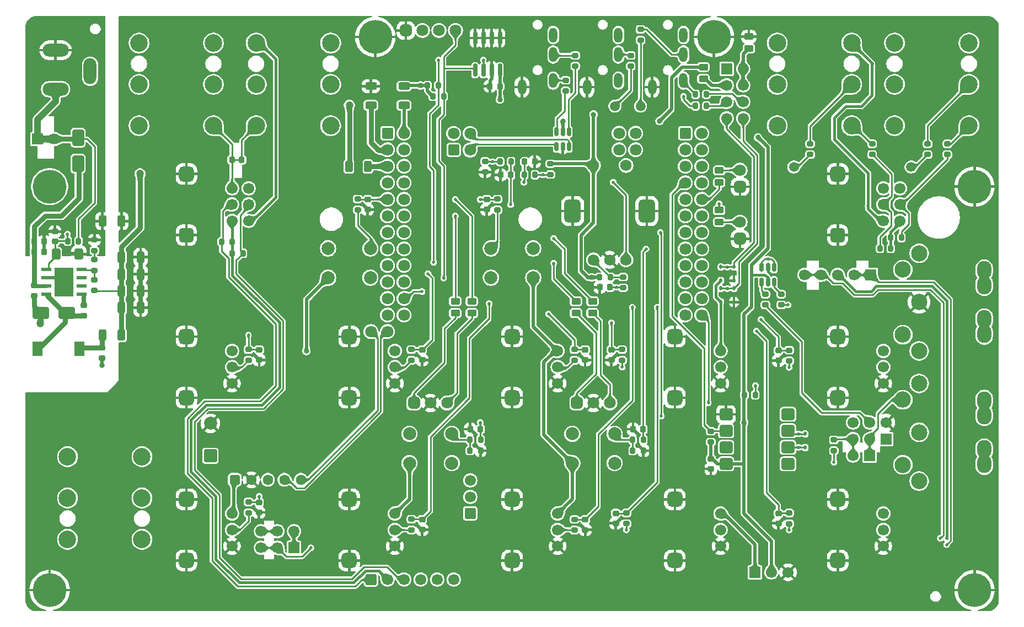
<source format=gbr>
%TF.GenerationSoftware,KiCad,Pcbnew,9.0.6-9.0.6~ubuntu24.04.1*%
%TF.CreationDate,2025-11-19T23:07:58+08:00*%
%TF.ProjectId,ksoloti_gills,6b736f6c-6f74-4695-9f67-696c6c732e6b,v0.6*%
%TF.SameCoordinates,Original*%
%TF.FileFunction,Copper,L1,Top*%
%TF.FilePolarity,Positive*%
%FSLAX46Y46*%
G04 Gerber Fmt 4.6, Leading zero omitted, Abs format (unit mm)*
G04 Created by KiCad (PCBNEW 9.0.6-9.0.6~ubuntu24.04.1) date 2025-11-19 23:07:58*
%MOMM*%
%LPD*%
G01*
G04 APERTURE LIST*
G04 Aperture macros list*
%AMRoundRect*
0 Rectangle with rounded corners*
0 $1 Rounding radius*
0 $2 $3 $4 $5 $6 $7 $8 $9 X,Y pos of 4 corners*
0 Add a 4 corners polygon primitive as box body*
4,1,4,$2,$3,$4,$5,$6,$7,$8,$9,$2,$3,0*
0 Add four circle primitives for the rounded corners*
1,1,$1+$1,$2,$3*
1,1,$1+$1,$4,$5*
1,1,$1+$1,$6,$7*
1,1,$1+$1,$8,$9*
0 Add four rect primitives between the rounded corners*
20,1,$1+$1,$2,$3,$4,$5,0*
20,1,$1+$1,$4,$5,$6,$7,0*
20,1,$1+$1,$6,$7,$8,$9,0*
20,1,$1+$1,$8,$9,$2,$3,0*%
G04 Aperture macros list end*
%TA.AperFunction,EtchedComponent*%
%ADD10C,0.000000*%
%TD*%
%TA.AperFunction,SMDPad,CuDef*%
%ADD11RoundRect,0.225000X-0.250000X0.225000X-0.250000X-0.225000X0.250000X-0.225000X0.250000X0.225000X0*%
%TD*%
%TA.AperFunction,SMDPad,CuDef*%
%ADD12RoundRect,0.150000X0.150000X-0.512500X0.150000X0.512500X-0.150000X0.512500X-0.150000X-0.512500X0*%
%TD*%
%TA.AperFunction,SMDPad,CuDef*%
%ADD13RoundRect,0.112500X0.112500X-0.187500X0.112500X0.187500X-0.112500X0.187500X-0.112500X-0.187500X0*%
%TD*%
%TA.AperFunction,ComponentPad*%
%ADD14C,1.700000*%
%TD*%
%TA.AperFunction,ComponentPad*%
%ADD15RoundRect,0.575000X0.575000X0.575000X-0.575000X0.575000X-0.575000X-0.575000X0.575000X-0.575000X0*%
%TD*%
%TA.AperFunction,ComponentPad*%
%ADD16RoundRect,0.450000X-0.450000X-0.450000X0.450000X-0.450000X0.450000X0.450000X-0.450000X0.450000X0*%
%TD*%
%TA.AperFunction,ComponentPad*%
%ADD17C,1.800000*%
%TD*%
%TA.AperFunction,ComponentPad*%
%ADD18C,0.800000*%
%TD*%
%TA.AperFunction,ComponentPad*%
%ADD19C,5.200000*%
%TD*%
%TA.AperFunction,SMDPad,CuDef*%
%ADD20RoundRect,0.250000X0.450000X-0.262500X0.450000X0.262500X-0.450000X0.262500X-0.450000X-0.262500X0*%
%TD*%
%TA.AperFunction,SMDPad,CuDef*%
%ADD21RoundRect,0.200000X0.275000X-0.200000X0.275000X0.200000X-0.275000X0.200000X-0.275000X-0.200000X0*%
%TD*%
%TA.AperFunction,SMDPad,CuDef*%
%ADD22RoundRect,0.200000X-0.275000X0.200000X-0.275000X-0.200000X0.275000X-0.200000X0.275000X0.200000X0*%
%TD*%
%TA.AperFunction,SMDPad,CuDef*%
%ADD23R,1.500000X2.200000*%
%TD*%
%TA.AperFunction,SMDPad,CuDef*%
%ADD24RoundRect,0.200000X-0.200000X-0.275000X0.200000X-0.275000X0.200000X0.275000X-0.200000X0.275000X0*%
%TD*%
%TA.AperFunction,SMDPad,CuDef*%
%ADD25RoundRect,0.200000X0.200000X0.275000X-0.200000X0.275000X-0.200000X-0.275000X0.200000X-0.275000X0*%
%TD*%
%TA.AperFunction,ComponentPad*%
%ADD26RoundRect,0.562500X0.562500X0.562500X-0.562500X0.562500X-0.562500X-0.562500X0.562500X-0.562500X0*%
%TD*%
%TA.AperFunction,SMDPad,CuDef*%
%ADD27RoundRect,0.250000X0.312500X0.625000X-0.312500X0.625000X-0.312500X-0.625000X0.312500X-0.625000X0*%
%TD*%
%TA.AperFunction,ComponentPad*%
%ADD28R,1.700000X1.700000*%
%TD*%
%TA.AperFunction,SMDPad,CuDef*%
%ADD29RoundRect,0.225000X0.225000X0.250000X-0.225000X0.250000X-0.225000X-0.250000X0.225000X-0.250000X0*%
%TD*%
%TA.AperFunction,SMDPad,CuDef*%
%ADD30RoundRect,0.249999X0.750001X0.640001X-0.750001X0.640001X-0.750001X-0.640001X0.750001X-0.640001X0*%
%TD*%
%TA.AperFunction,ComponentPad*%
%ADD31C,2.000000*%
%TD*%
%TA.AperFunction,SMDPad,CuDef*%
%ADD32RoundRect,0.150000X-0.150000X0.825000X-0.150000X-0.825000X0.150000X-0.825000X0.150000X0.825000X0*%
%TD*%
%TA.AperFunction,SMDPad,CuDef*%
%ADD33RoundRect,0.250000X-0.450000X0.262500X-0.450000X-0.262500X0.450000X-0.262500X0.450000X0.262500X0*%
%TD*%
%TA.AperFunction,SMDPad,CuDef*%
%ADD34R,1.550000X0.600000*%
%TD*%
%TA.AperFunction,ComponentPad*%
%ADD35C,0.600000*%
%TD*%
%TA.AperFunction,SMDPad,CuDef*%
%ADD36R,2.600000X3.100000*%
%TD*%
%TA.AperFunction,SMDPad,CuDef*%
%ADD37R,2.950000X4.500000*%
%TD*%
%TA.AperFunction,ComponentPad*%
%ADD38O,1.300000X2.300000*%
%TD*%
%TA.AperFunction,SMDPad,CuDef*%
%ADD39RoundRect,0.225000X0.250000X-0.225000X0.250000X0.225000X-0.250000X0.225000X-0.250000X-0.225000X0*%
%TD*%
%TA.AperFunction,SMDPad,CuDef*%
%ADD40RoundRect,0.250000X1.000000X0.650000X-1.000000X0.650000X-1.000000X-0.650000X1.000000X-0.650000X0*%
%TD*%
%TA.AperFunction,ComponentPad*%
%ADD41RoundRect,0.400000X-0.400000X-0.400000X0.400000X-0.400000X0.400000X0.400000X-0.400000X0.400000X0*%
%TD*%
%TA.AperFunction,ComponentPad*%
%ADD42C,1.600000*%
%TD*%
%TA.AperFunction,SMDPad,CuDef*%
%ADD43RoundRect,0.250000X-0.400000X-0.600000X0.400000X-0.600000X0.400000X0.600000X-0.400000X0.600000X0*%
%TD*%
%TA.AperFunction,SMDPad,CuDef*%
%ADD44RoundRect,0.250000X-0.325000X-0.650000X0.325000X-0.650000X0.325000X0.650000X-0.325000X0.650000X0*%
%TD*%
%TA.AperFunction,SMDPad,CuDef*%
%ADD45RoundRect,0.225000X-0.225000X-0.250000X0.225000X-0.250000X0.225000X0.250000X-0.225000X0.250000X0*%
%TD*%
%TA.AperFunction,SMDPad,CuDef*%
%ADD46RoundRect,0.112500X-0.112500X0.187500X-0.112500X-0.187500X0.112500X-0.187500X0.112500X0.187500X0*%
%TD*%
%TA.AperFunction,SMDPad,CuDef*%
%ADD47RoundRect,0.150000X-0.150000X0.512500X-0.150000X-0.512500X0.150000X-0.512500X0.150000X0.512500X0*%
%TD*%
%TA.AperFunction,ComponentPad*%
%ADD48RoundRect,0.450000X0.450000X-0.450000X0.450000X0.450000X-0.450000X0.450000X-0.450000X-0.450000X0*%
%TD*%
%TA.AperFunction,ComponentPad*%
%ADD49RoundRect,0.625000X-0.625000X-1.175000X0.625000X-1.175000X0.625000X1.175000X-0.625000X1.175000X0*%
%TD*%
%TA.AperFunction,ComponentPad*%
%ADD50C,1.750000*%
%TD*%
%TA.AperFunction,SMDPad,CuDef*%
%ADD51RoundRect,0.250000X0.625000X-0.312500X0.625000X0.312500X-0.625000X0.312500X-0.625000X-0.312500X0*%
%TD*%
%TA.AperFunction,SMDPad,CuDef*%
%ADD52RoundRect,0.250000X0.650000X-1.000000X0.650000X1.000000X-0.650000X1.000000X-0.650000X-1.000000X0*%
%TD*%
%TA.AperFunction,ComponentPad*%
%ADD53C,2.700000*%
%TD*%
%TA.AperFunction,ComponentPad*%
%ADD54RoundRect,0.250000X-0.600000X-0.600000X0.600000X-0.600000X0.600000X0.600000X-0.600000X0.600000X0*%
%TD*%
%TA.AperFunction,ComponentPad*%
%ADD55O,4.000000X2.000000*%
%TD*%
%TA.AperFunction,ComponentPad*%
%ADD56O,2.000000X4.000000*%
%TD*%
%TA.AperFunction,ComponentPad*%
%ADD57C,2.500000*%
%TD*%
%TA.AperFunction,ComponentPad*%
%ADD58O,2.200000X2.800000*%
%TD*%
%TA.AperFunction,ComponentPad*%
%ADD59C,1.500000*%
%TD*%
%TA.AperFunction,ComponentPad*%
%ADD60RoundRect,0.250000X0.600000X0.600000X-0.600000X0.600000X-0.600000X-0.600000X0.600000X-0.600000X0*%
%TD*%
%TA.AperFunction,ComponentPad*%
%ADD61RoundRect,0.250000X-0.600000X0.600000X-0.600000X-0.600000X0.600000X-0.600000X0.600000X0.600000X0*%
%TD*%
%TA.AperFunction,ComponentPad*%
%ADD62RoundRect,0.250000X0.750000X-0.750000X0.750000X0.750000X-0.750000X0.750000X-0.750000X-0.750000X0*%
%TD*%
%TA.AperFunction,ViaPad*%
%ADD63C,0.800000*%
%TD*%
%TA.AperFunction,ViaPad*%
%ADD64C,0.500000*%
%TD*%
%TA.AperFunction,ViaPad*%
%ADD65C,1.200000*%
%TD*%
%TA.AperFunction,Conductor*%
%ADD66C,0.700000*%
%TD*%
%TA.AperFunction,Conductor*%
%ADD67C,0.500000*%
%TD*%
%TA.AperFunction,Conductor*%
%ADD68C,0.400000*%
%TD*%
%TA.AperFunction,Conductor*%
%ADD69C,0.250000*%
%TD*%
%TA.AperFunction,Conductor*%
%ADD70C,0.800000*%
%TD*%
%TA.AperFunction,Conductor*%
%ADD71C,0.600000*%
%TD*%
%TA.AperFunction,Conductor*%
%ADD72C,1.000000*%
%TD*%
G04 APERTURE END LIST*
D10*
%TA.AperFunction,EtchedComponent*%
%TO.C,JP2*%
G36*
X8097000Y6733000D02*
G01*
X7397000Y6733000D01*
X7397000Y6983000D01*
X8097000Y6983000D01*
X8097000Y6733000D01*
G37*
%TD.AperFunction*%
%TD*%
D11*
%TO.P,C31,1*%
%TO.N,PC4_ADC11*%
X65913000Y-47447000D03*
%TO.P,C31,2*%
%TO.N,GND*%
X65913000Y-48997000D03*
%TD*%
D12*
%TO.P,U2,1*%
%TO.N,PF6_GPDIO*%
X56835000Y8895500D03*
%TO.P,U2,2,GND*%
%TO.N,GND*%
X57785000Y8895500D03*
%TO.P,U2,3*%
%TO.N,PF7_GPDIO*%
X58735000Y8895500D03*
%TO.P,U2,4*%
%TO.N,Net-(R21-Pad2)*%
X58735000Y11170500D03*
%TO.P,U2,5,VCC*%
%TO.N,+5V*%
X57785000Y11170500D03*
%TO.P,U2,6*%
%TO.N,Net-(R20-Pad2)*%
X56835000Y11170500D03*
%TD*%
D13*
%TO.P,D7,1,K*%
%TO.N,+3.3V*%
X82042000Y-14990000D03*
%TO.P,D7,2,A*%
%TO.N,PA5_ADC5 {slash} DAC2 {slash} SPI_SCK*%
X82042000Y-12890000D03*
%TD*%
D14*
%TO.P,RV1,1,1*%
%TO.N,GND*%
X7000000Y-27500000D03*
%TO.P,RV1,2,2*%
%TO.N,Net-(R1-Pad1)*%
X7000000Y-25000000D03*
%TO.P,RV1,3,3*%
%TO.N,+3.3V*%
X7000000Y-22500000D03*
D15*
%TO.P,RV1,4,4*%
%TO.N,GND*%
X0Y-29700000D03*
X0Y-20300000D03*
%TD*%
D16*
%TO.P,LED3,1,A1*%
%TO.N,Net-(LED3-A1)*%
X34921800Y-30500000D03*
D17*
%TO.P,LED3,2,K*%
%TO.N,GND*%
X37461800Y-30500000D03*
%TO.P,LED3,3,A2*%
%TO.N,Net-(LED3-A2)*%
X40001800Y-30500000D03*
%TD*%
D18*
%TO.P,MH5,1,1*%
%TO.N,unconnected-(MH5-Pad1)_6*%
X-23118622Y2742000D03*
%TO.N,unconnected-(MH5-Pad1)_2*%
X-22504803Y4244603D03*
%TO.N,unconnected-(MH5-Pad1)*%
X-22504803Y1239397D03*
%TO.N,unconnected-(MH5-Pad1)_7*%
X-21002200Y4858422D03*
D19*
%TO.N,unconnected-(MH5-Pad1)_8*%
X-21002200Y2742000D03*
D18*
%TO.N,unconnected-(MH5-Pad1)_4*%
X-21002200Y625578D03*
%TO.N,unconnected-(MH5-Pad1)_5*%
X-19499597Y4244603D03*
%TO.N,unconnected-(MH5-Pad1)_1*%
X-19499597Y1239397D03*
%TO.N,unconnected-(MH5-Pad1)_3*%
X-18885778Y2742000D03*
%TD*%
D20*
%TO.P,R32,1*%
%TO.N,Net-(LED2-A)*%
X81794800Y-2690500D03*
%TO.P,R32,2*%
%TO.N,PC6_RED_LED*%
X81794800Y-865500D03*
%TD*%
D21*
%TO.P,R41,1*%
%TO.N,Net-(ENC1-PadB)*%
X55876800Y4608000D03*
%TO.P,R41,2*%
%TO.N,+3.3V*%
X55876800Y6258000D03*
%TD*%
D22*
%TO.P,R58,1*%
%TO.N,Net-(J8-PadR1)*%
X68221000Y22903000D03*
%TO.P,R58,2*%
%TO.N,Net-(R58-Pad2)*%
X68221000Y21253000D03*
%TD*%
D14*
%TO.P,RV4,1,1*%
%TO.N,GND*%
X82000000Y-27500000D03*
%TO.P,RV4,2,2*%
%TO.N,Net-(R4-Pad1)*%
X82000000Y-25000000D03*
%TO.P,RV4,3,3*%
%TO.N,+3.3V*%
X82000000Y-22500000D03*
D15*
%TO.P,RV4,4,4*%
%TO.N,GND*%
X75000000Y-29700000D03*
X75000000Y-20300000D03*
%TD*%
D23*
%TO.P,L1,1,1*%
%TO.N,Net-(D3-K)*%
X-22862200Y-22131000D03*
%TO.P,L1,2,2*%
%TO.N,Net-(C35-Pad1)*%
X-16462200Y-22131000D03*
%TD*%
D11*
%TO.P,C1,1*%
%TO.N,PA0_ADC0*%
X11176000Y-22339000D03*
%TO.P,C1,2*%
%TO.N,GND*%
X11176000Y-23889000D03*
%TD*%
D22*
%TO.P,R59,1*%
%TO.N,Net-(J9-PadR1)*%
X69721000Y26903000D03*
%TO.P,R59,2*%
%TO.N,Net-(R59-Pad2)*%
X69721000Y25253000D03*
%TD*%
D16*
%TO.P,LED4,1,A1*%
%TO.N,Net-(LED4-A1)*%
X59950000Y-30500000D03*
D17*
%TO.P,LED4,2,K*%
%TO.N,GND*%
X62490000Y-30500000D03*
%TO.P,LED4,3,A2*%
%TO.N,Net-(LED4-A2)*%
X65030000Y-30500000D03*
%TD*%
D14*
%TO.P,RV2,1,1*%
%TO.N,GND*%
X32000000Y-27500000D03*
%TO.P,RV2,2,2*%
%TO.N,Net-(R2-Pad1)*%
X32000000Y-25000000D03*
%TO.P,RV2,3,3*%
%TO.N,+3.3V*%
X32000000Y-22500000D03*
D15*
%TO.P,RV2,4,4*%
%TO.N,GND*%
X25000000Y-29700000D03*
X25000000Y-20300000D03*
%TD*%
D24*
%TO.P,R54,1*%
%TO.N,Net-(J8-PadT)*%
X78175800Y15143000D03*
%TO.P,R54,2*%
%TO.N,/cv_expansion/CV_IO1*%
X79825800Y15143000D03*
%TD*%
D25*
%TO.P,R35,1*%
%TO.N,PB9_GPDIO*%
X39497000Y16637000D03*
%TO.P,R35,2*%
%TO.N,+3.3V*%
X37847000Y16637000D03*
%TD*%
%TO.P,R40,1*%
%TO.N,Net-(ENC1-PadA)*%
X65083800Y-11204000D03*
%TO.P,R40,2*%
%TO.N,+3.3V*%
X63433800Y-11204000D03*
%TD*%
D14*
%TO.P,RV11,1,1*%
%TO.N,IN_SGND_PIN*%
X7000000Y-2500000D03*
%TO.P,RV11,2,2*%
%TO.N,IN_L_PIN*%
X7000000Y0D03*
%TO.P,RV11,3,3*%
%TO.N,Net-(JP2-B)*%
X7000000Y2500000D03*
%TO.P,RV11,4,4*%
%TO.N,IN_SGND_PIN*%
X9540000Y-2500000D03*
%TO.P,RV11,5,5*%
%TO.N,IN_R_PIN*%
X9540000Y0D03*
%TO.P,RV11,6,6*%
%TO.N,Net-(J4-PadT)*%
X9540000Y2500000D03*
D26*
%TO.P,RV11,7,7*%
%TO.N,GND*%
X0Y-4700000D03*
D15*
X0Y4700000D03*
%TD*%
D21*
%TO.P,R2,1*%
%TO.N,Net-(R2-Pad1)*%
X34544000Y-23939000D03*
%TO.P,R2,2*%
%TO.N,PA1_ADC1*%
X34544000Y-22289000D03*
%TD*%
D27*
%TO.P,FB2,1*%
%TO.N,GND*%
X-9967500Y-2540000D03*
%TO.P,FB2,2*%
%TO.N,GND1*%
X-12892500Y-2540000D03*
%TD*%
D28*
%TO.P,J16,1,Pin_1*%
%TO.N,+3.3V*%
X82937800Y20858000D03*
D14*
%TO.P,J16,2,Pin_2*%
%TO.N,Net-(J16-Pin_2)*%
X85477800Y20858000D03*
%TO.P,J16,3,Pin_3*%
%TO.N,Net-(J16-Pin_3)*%
X82937800Y18318000D03*
%TO.P,J16,4,Pin_4*%
%TO.N,Net-(J16-Pin_2)*%
X85477800Y18318000D03*
%TO.P,J16,5,Pin_5*%
%TO.N,/cv_expansion/CV_IO1*%
X82937800Y15778000D03*
%TO.P,J16,6,Pin_6*%
%TO.N,/cv_expansion/CV_IO2*%
X85477800Y15778000D03*
%TO.P,J16,7,Pin_7*%
%TO.N,PA4_ADC4 {slash} DAC1 {slash} SPI_NSS*%
X82937800Y13238000D03*
%TO.P,J16,8,Pin_8*%
%TO.N,PA5_ADC5 {slash} DAC2 {slash} SPI_SCK*%
X85477800Y13238000D03*
%TD*%
D21*
%TO.P,R12,1*%
%TO.N,Net-(R12-Pad1)*%
X47752000Y-825000D03*
%TO.P,R12,2*%
%TO.N,PA10_S2*%
X47752000Y825000D03*
%TD*%
D13*
%TO.P,D5,1,K*%
%TO.N,+3.3V*%
X82042000Y-11688000D03*
%TO.P,D5,2,A*%
%TO.N,PA4_ADC4 {slash} DAC1 {slash} SPI_NSS*%
X82042000Y-9588000D03*
%TD*%
D27*
%TO.P,FB5,1*%
%TO.N,Net-(H1_P5-Pin_1)*%
X27878500Y5842000D03*
%TO.P,FB5,2*%
%TO.N,+5V*%
X24953500Y5842000D03*
%TD*%
D29*
%TO.P,JP2,1,A*%
%TO.N,Net-(JP2-A)*%
X8497000Y6858000D03*
%TO.P,JP2,2,B*%
%TO.N,Net-(JP2-B)*%
X6997000Y6858000D03*
%TD*%
D24*
%TO.P,R57,1*%
%TO.N,IN_SGND_PIN*%
X7049000Y-7493000D03*
%TO.P,R57,2*%
%TO.N,IN_R_PIN*%
X8699000Y-7493000D03*
%TD*%
D29*
%TO.P,C33,1*%
%TO.N,PB13_GPDIO*%
X70117000Y-34520000D03*
%TO.P,C33,2*%
%TO.N,GND*%
X68567000Y-34520000D03*
%TD*%
D30*
%TO.P,U5,1,NC*%
%TO.N,unconnected-(U5-NC-Pad1)*%
X92384000Y-39862000D03*
%TO.P,U5,2,A*%
%TO.N,Net-(D4-K)*%
X92384000Y-37322000D03*
%TO.P,U5,3,C*%
%TO.N,Net-(D4-A)*%
X92384000Y-34782000D03*
%TO.P,U5,4,NC*%
%TO.N,unconnected-(U5-NC-Pad4)*%
X92384000Y-32242000D03*
%TO.P,U5,5,GND*%
%TO.N,GND*%
X82854000Y-32242000D03*
%TO.P,U5,6,VO*%
%TO.N,PG9_USART6_RX*%
X82854000Y-34782000D03*
%TO.P,U5,7,EN*%
%TO.N,unconnected-(U5-EN-Pad7)*%
X82854000Y-37322000D03*
%TO.P,U5,8,VCC*%
%TO.N,+5V*%
X82854000Y-39862000D03*
%TD*%
D11*
%TO.P,C6,1*%
%TO.N,PA7_ADC7 {slash} SPI_MOSI*%
X11151000Y-45770000D03*
%TO.P,C6,2*%
%TO.N,GND*%
X11151000Y-47320000D03*
%TD*%
D24*
%TO.P,R17,1*%
%TO.N,Net-(R17-Pad1)*%
X43517000Y-36171000D03*
%TO.P,R17,2*%
%TO.N,PB12_GPDIO*%
X45167000Y-36171000D03*
%TD*%
D31*
%TO.P,SW1,1,1*%
%TO.N,+3.3V*%
X21750000Y-11250000D03*
%TO.P,SW1,2,2*%
X28250000Y-11250000D03*
%TO.P,SW1,3,3*%
%TO.N,Net-(R37-Pad1)*%
X21750000Y-6750000D03*
%TO.P,SW1,4,4*%
X28250000Y-6750000D03*
%TD*%
D11*
%TO.P,C28,1*%
%TO.N,PB1_ADC9*%
X61230000Y-48437000D03*
%TO.P,C28,2*%
%TO.N,GND*%
X61230000Y-49987000D03*
%TD*%
D32*
%TO.P,U1,1,E0*%
%TO.N,GND*%
X48133000Y25589000D03*
%TO.P,U1,2,E1*%
X46863000Y25589000D03*
%TO.P,U1,3,E2*%
X45593000Y25589000D03*
%TO.P,U1,4,VSS*%
X44323000Y25589000D03*
%TO.P,U1,5,SDA*%
%TO.N,PB9_GPDIO*%
X44323000Y20639000D03*
%TO.P,U1,6,SCL*%
%TO.N,PB8_GPDIO*%
X45593000Y20639000D03*
%TO.P,U1,7,~{WC}*%
%TO.N,GND*%
X46863000Y20639000D03*
%TO.P,U1,8,VCC*%
%TO.N,+3.3V*%
X48133000Y20639000D03*
%TD*%
D22*
%TO.P,R48,1*%
%TO.N,Net-(R48-Pad1)*%
X-14122200Y-8491841D03*
%TO.P,R48,2*%
%TO.N,Net-(U4-VSENSE)*%
X-14122200Y-10141841D03*
%TD*%
D20*
%TO.P,R11,1*%
%TO.N,Net-(LED4-A2)*%
X62353800Y-16688500D03*
%TO.P,R11,2*%
%TO.N,PB6_GPDIO*%
X62353800Y-14863500D03*
%TD*%
D31*
%TO.P,SW4,1,1*%
%TO.N,+3.3V*%
X59250000Y-39750000D03*
%TO.P,SW4,2,2*%
X65750000Y-39750000D03*
%TO.P,SW4,3,3*%
%TO.N,Net-(R13-Pad2)*%
X59250000Y-35250000D03*
%TO.P,SW4,4,4*%
X65750000Y-35250000D03*
%TD*%
D28*
%TO.P,J15,1,Pin_1*%
%TO.N,Net-(D4-A)*%
X104907000Y-38577000D03*
D14*
%TO.P,J15,2,Pin_2*%
%TO.N,Net-(D4-K)*%
X102367000Y-38577000D03*
%TO.P,J15,3,Pin_3*%
%TO.N,Net-(D4-A)*%
X104907000Y-36037000D03*
%TO.P,J15,4,Pin_4*%
%TO.N,Net-(D4-K)*%
X102367000Y-36037000D03*
%TO.P,J15,5,Pin_5*%
%TO.N,Net-(J15-Pin_5)*%
X104907000Y-33497000D03*
%TO.P,J15,6,Pin_6*%
%TO.N,+5V*%
X102367000Y-33497000D03*
%TD*%
D33*
%TO.P,R18,1*%
%TO.N,Net-(LED1-A)*%
X81794800Y5230500D03*
%TO.P,R18,2*%
%TO.N,PG6_GREEN_LED*%
X81794800Y3405500D03*
%TD*%
D34*
%TO.P,U4,1,BOOT*%
%TO.N,Net-(U4-BOOT)*%
X-16087359Y-13797340D03*
%TO.P,U4,2,NC*%
%TO.N,unconnected-(U4-NC-Pad2)*%
X-16087359Y-12527340D03*
%TO.P,U4,3,NC*%
%TO.N,unconnected-(U4-NC-Pad3)*%
X-16087359Y-11257340D03*
%TO.P,U4,4,VSENSE*%
%TO.N,Net-(U4-VSENSE)*%
X-16087359Y-9987340D03*
%TO.P,U4,5,EN*%
%TO.N,VBUS_END*%
X-21487359Y-9987340D03*
%TO.P,U4,6,GND*%
%TO.N,GND1*%
X-21487359Y-11257340D03*
%TO.P,U4,7,VIN*%
%TO.N,Net-(D1-K)*%
X-21487359Y-12527340D03*
%TO.P,U4,8,PH*%
%TO.N,Net-(D3-K)*%
X-21487359Y-13797340D03*
D35*
%TO.P,U4,9,GNDPAD*%
%TO.N,GND1*%
X-18187359Y-13692340D03*
X-18187359Y-12492340D03*
X-18187359Y-11192340D03*
X-18187359Y-10092340D03*
D36*
X-18787359Y-11892340D03*
D37*
X-18787359Y-11892340D03*
D35*
X-19387359Y-13692340D03*
X-19387359Y-12492340D03*
X-19387359Y-11192340D03*
X-19387359Y-10092340D03*
%TD*%
D22*
%TO.P,R20,1*%
%TO.N,Net-(J17-PadT)*%
X58221000Y19093000D03*
%TO.P,R20,2*%
%TO.N,Net-(R20-Pad2)*%
X58221000Y17443000D03*
%TD*%
D31*
%TO.P,SW2,1,1*%
%TO.N,+3.3V*%
X46750000Y-11250000D03*
%TO.P,SW2,2,2*%
X53250000Y-11250000D03*
%TO.P,SW2,3,3*%
%TO.N,Net-(R12-Pad1)*%
X46750000Y-6750000D03*
%TO.P,SW2,4,4*%
X53250000Y-6750000D03*
%TD*%
D38*
%TO.P,J8,R1*%
%TO.N,Net-(J8-PadR1)*%
X66322800Y23042000D03*
%TO.P,J8,R2*%
%TO.N,unconnected-(J8-PadR2)*%
X66322800Y26042000D03*
%TO.P,J8,S*%
%TO.N,GND*%
X61522800Y18042000D03*
%TO.P,J8,T*%
%TO.N,Net-(J8-PadT)*%
X66322800Y19042000D03*
%TD*%
D25*
%TO.P,R56,1*%
%TO.N,IN_SGND_PIN*%
X7048000Y-5715000D03*
%TO.P,R56,2*%
%TO.N,IN_L_PIN*%
X5398000Y-5715000D03*
%TD*%
%TO.P,R13,1*%
%TO.N,GND*%
X70167000Y-37822000D03*
%TO.P,R13,2*%
%TO.N,Net-(R13-Pad2)*%
X68517000Y-37822000D03*
%TD*%
%TO.P,R36,1*%
%TO.N,PB8_GPDIO*%
X38671000Y18288000D03*
%TO.P,R36,2*%
%TO.N,+3.3V*%
X37021000Y18288000D03*
%TD*%
%TO.P,R31,1*%
%TO.N,GND*%
X45167000Y-37822000D03*
%TO.P,R31,2*%
%TO.N,Net-(R17-Pad1)*%
X43517000Y-37822000D03*
%TD*%
D39*
%TO.P,C39,1*%
%TO.N,VBUS_END*%
X-20186200Y-5698000D03*
%TO.P,C39,2*%
%TO.N,GND1*%
X-20186200Y-4148000D03*
%TD*%
D11*
%TO.P,C2,1*%
%TO.N,PA1_ADC1*%
X36195000Y-22339000D03*
%TO.P,C2,2*%
%TO.N,GND*%
X36195000Y-23889000D03*
%TD*%
D14*
%TO.P,RV3,1,1*%
%TO.N,GND*%
X57000000Y-27500000D03*
%TO.P,RV3,2,2*%
%TO.N,Net-(R3-Pad1)*%
X57000000Y-25000000D03*
%TO.P,RV3,3,3*%
%TO.N,+3.3V*%
X57000000Y-22500000D03*
D15*
%TO.P,RV3,4,4*%
%TO.N,GND*%
X50000000Y-29700000D03*
X50000000Y-20300000D03*
%TD*%
D18*
%TO.P,MH6,1,1*%
%TO.N,GND*%
X-23118622Y-59258000D03*
X-22504803Y-57755397D03*
X-22504803Y-60760603D03*
X-21002200Y-57141578D03*
D19*
X-21002200Y-59258000D03*
D18*
X-21002200Y-61374422D03*
X-19499597Y-57755397D03*
X-19499597Y-60760603D03*
X-18885778Y-59258000D03*
%TD*%
D29*
%TO.P,C13,1*%
%TO.N,PA9_GPDIO*%
X49793800Y4544000D03*
%TO.P,C13,2*%
%TO.N,GND*%
X48243800Y4544000D03*
%TD*%
D40*
%TO.P,D3,1,K*%
%TO.N,Net-(D3-K)*%
X-18380359Y-16670000D03*
%TO.P,D3,2,A*%
%TO.N,GND1*%
X-22380359Y-16670000D03*
%TD*%
D21*
%TO.P,R53,1*%
%TO.N,Net-(J15-Pin_5)*%
X88900000Y-15430000D03*
%TO.P,R53,2*%
%TO.N,Net-(R53-Pad2)*%
X88900000Y-13780000D03*
%TD*%
%TO.P,R7,1*%
%TO.N,Net-(R7-Pad1)*%
X34544000Y-50023000D03*
%TO.P,R7,2*%
%TO.N,PB0_ADC8*%
X34544000Y-48373000D03*
%TD*%
D41*
%TO.P,M1,1,3V3*%
%TO.N,+3.3V*%
X7420000Y-42310000D03*
D42*
%TO.P,M1,2,GND*%
%TO.N,GND*%
X9960000Y-42310000D03*
%TO.P,M1,3,SEL*%
%TO.N,unconnected-(M1-SEL-Pad3)*%
X12500000Y-42310000D03*
%TO.P,M1,4,CLK*%
%TO.N,MEMS_CLK*%
X15040000Y-42310000D03*
%TO.P,M1,5,DAT*%
%TO.N,MEMS_DATA*%
X17580000Y-42310000D03*
%TD*%
D28*
%TO.P,J18,1,Pin_1*%
%TO.N,Net-(J18-Pin_1)*%
X107448800Y-36038000D03*
D14*
%TO.P,J18,2,Pin_2*%
%TO.N,GND*%
X107448800Y-33498000D03*
%TD*%
D22*
%TO.P,R46,1*%
%TO.N,Net-(D4-K)*%
X99415600Y-36180000D03*
%TO.P,R46,2*%
%TO.N,Net-(J11-Pad4)*%
X99415600Y-37830000D03*
%TD*%
D21*
%TO.P,R1,1*%
%TO.N,Net-(R1-Pad1)*%
X9525000Y-23939000D03*
%TO.P,R1,2*%
%TO.N,PA0_ADC0*%
X9525000Y-22289000D03*
%TD*%
D43*
%TO.P,D2,1,K*%
%TO.N,VBUS_END*%
X-20016140Y-7628559D03*
%TO.P,D2,2,A*%
%TO.N,GND1*%
X-16516140Y-7628559D03*
%TD*%
D29*
%TO.P,C9,1*%
%TO.N,+3.3V*%
X48146000Y18161000D03*
%TO.P,C9,2*%
%TO.N,GND*%
X46596000Y18161000D03*
%TD*%
D21*
%TO.P,R44,1*%
%TO.N,+5V*%
X-14122200Y-13225000D03*
%TO.P,R44,2*%
%TO.N,Net-(U4-VSENSE)*%
X-14122200Y-11575000D03*
%TD*%
D20*
%TO.P,R38,1*%
%TO.N,Net-(LED3-A1)*%
X41271800Y-16688500D03*
%TO.P,R38,2*%
%TO.N,PB4_GPDIO*%
X41271800Y-14863500D03*
%TD*%
D22*
%TO.P,R45,1*%
%TO.N,PG9_USART6_RX*%
X80518000Y-34846000D03*
%TO.P,R45,2*%
%TO.N,+5V*%
X80518000Y-36496000D03*
%TD*%
D14*
%TO.P,RV10,1,1*%
%TO.N,GND*%
X107000000Y-52500000D03*
%TO.P,RV10,2,2*%
%TO.N,Net-(R43-Pad1)*%
X107000000Y-50000000D03*
%TO.P,RV10,3,3*%
%TO.N,+3.3V*%
X107000000Y-47500000D03*
D15*
%TO.P,RV10,4,4*%
%TO.N,GND*%
X100000000Y-54700000D03*
X100000000Y-45300000D03*
%TD*%
D22*
%TO.P,R21,1*%
%TO.N,Net-(J17-PadR1)*%
X59721000Y22903000D03*
%TO.P,R21,2*%
%TO.N,Net-(R21-Pad2)*%
X59721000Y21253000D03*
%TD*%
%TO.P,R49,1*%
%TO.N,GND1*%
X-14122200Y-5418260D03*
%TO.P,R49,2*%
%TO.N,Net-(R48-Pad1)*%
X-14122200Y-7068260D03*
%TD*%
D44*
%TO.P,C54,1*%
%TO.N,+5V*%
X-9984000Y-15845000D03*
%TO.P,C54,2*%
%TO.N,GND*%
X-7034000Y-15845000D03*
%TD*%
D14*
%TO.P,RV9,1,1*%
%TO.N,GND*%
X82000000Y-52500000D03*
%TO.P,RV9,2,2*%
%TO.N,Net-(R42-Pad1)*%
X82000000Y-50000000D03*
%TO.P,RV9,3,3*%
%TO.N,+3.3V*%
X82000000Y-47500000D03*
D15*
%TO.P,RV9,4,4*%
%TO.N,GND*%
X75000000Y-54700000D03*
X75000000Y-45300000D03*
%TD*%
D24*
%TO.P,R55,1*%
%TO.N,Net-(J9-PadT)*%
X78175800Y16921000D03*
%TO.P,R55,2*%
%TO.N,/cv_expansion/CV_IO2*%
X79825800Y16921000D03*
%TD*%
D25*
%TO.P,R16,1*%
%TO.N,Net-(ENC1-PadB)*%
X53526800Y4544000D03*
%TO.P,R16,2*%
%TO.N,PC7_GPDIO*%
X51876800Y4544000D03*
%TD*%
D45*
%TO.P,C41,1*%
%TO.N,Net-(D1-K)*%
X-23374200Y-5685000D03*
%TO.P,C41,2*%
%TO.N,GND1*%
X-21824200Y-5685000D03*
%TD*%
D24*
%TO.P,R68,1*%
%TO.N,+5V*%
X85689800Y-29256600D03*
%TO.P,R68,2*%
%TO.N,Net-(J10-Pad4)*%
X87339800Y-29256600D03*
%TD*%
D39*
%TO.P,C30,1*%
%TO.N,GND*%
X80518000Y-40637000D03*
%TO.P,C30,2*%
%TO.N,+5V*%
X80518000Y-39087000D03*
%TD*%
D38*
%TO.P,J9,R1*%
%TO.N,Net-(J9-PadR1)*%
X76322800Y23042000D03*
%TO.P,J9,R2*%
%TO.N,unconnected-(J9-PadR2)*%
X76322800Y26042000D03*
%TO.P,J9,S*%
%TO.N,GND*%
X71522800Y18042000D03*
%TO.P,J9,T*%
%TO.N,Net-(J9-PadT)*%
X76322800Y19042000D03*
%TD*%
D21*
%TO.P,R4,1*%
%TO.N,Net-(R4-Pad1)*%
X66910000Y-23939000D03*
%TO.P,R4,2*%
%TO.N,PA3_ADC3 {slash} UART_RX*%
X66910000Y-22289000D03*
%TD*%
D14*
%TO.P,RV6,1,1*%
%TO.N,GND*%
X7000000Y-52500000D03*
%TO.P,RV6,2,2*%
%TO.N,Net-(R6-Pad1)*%
X7000000Y-50000000D03*
%TO.P,RV6,3,3*%
%TO.N,+3.3V*%
X7000000Y-47500000D03*
D15*
%TO.P,RV6,4,4*%
%TO.N,GND*%
X0Y-54700000D03*
X0Y-45300000D03*
%TD*%
D38*
%TO.P,J17,R1*%
%TO.N,Net-(J17-PadR1)*%
X56322800Y23042000D03*
%TO.P,J17,R2*%
%TO.N,unconnected-(J17-PadR2)*%
X56322800Y26042000D03*
%TO.P,J17,S*%
%TO.N,GND*%
X51522800Y18042000D03*
%TO.P,J17,T*%
%TO.N,Net-(J17-PadT)*%
X56322800Y19042000D03*
%TD*%
D18*
%TO.P,MH4,1,1*%
%TO.N,GND*%
X78881378Y25742000D03*
X79495197Y27244603D03*
X79495197Y24239397D03*
X80997800Y27858422D03*
D19*
X80997800Y25742000D03*
D18*
X80997800Y23625578D03*
X82500403Y27244603D03*
X82500403Y24239397D03*
X83114222Y25742000D03*
%TD*%
D20*
%TO.P,FB7,1*%
%TO.N,Net-(J16-Pin_2)*%
X86360000Y23979500D03*
%TO.P,FB7,2*%
%TO.N,GND*%
X86360000Y25804500D03*
%TD*%
D21*
%TO.P,R24,1*%
%TO.N,Net-(R24-Pad1)*%
X113792000Y7684000D03*
%TO.P,R24,2*%
%TO.N,Net-(J6-PadR)*%
X113792000Y9334000D03*
%TD*%
D11*
%TO.P,C7,1*%
%TO.N,PB5_BOOT0_S1*%
X27813000Y788000D03*
%TO.P,C7,2*%
%TO.N,GND*%
X27813000Y-762000D03*
%TD*%
D25*
%TO.P,R25,1*%
%TO.N,OUT_SGND_PIN*%
X108140000Y-6731000D03*
%TO.P,R25,2*%
%TO.N,Net-(R23-Pad1)*%
X106490000Y-6731000D03*
%TD*%
D18*
%TO.P,MH8,1,1*%
%TO.N,GND*%
X118881378Y2742000D03*
X119495197Y4244603D03*
X119495197Y1239397D03*
X120997800Y4858422D03*
D19*
X120997800Y2742000D03*
D18*
X120997800Y625578D03*
X122500403Y4244603D03*
X122500403Y1239397D03*
X123114222Y2742000D03*
%TD*%
D24*
%TO.P,R9,1*%
%TO.N,Net-(R13-Pad2)*%
X68517000Y-36171000D03*
%TO.P,R9,2*%
%TO.N,PB13_GPDIO*%
X70167000Y-36171000D03*
%TD*%
D46*
%TO.P,D6,1,K*%
%TO.N,PA4_ADC4 {slash} DAC1 {slash} SPI_NSS*%
X84074000Y-9588000D03*
%TO.P,D6,2,A*%
%TO.N,GND*%
X84074000Y-11688000D03*
%TD*%
D21*
%TO.P,R52,1*%
%TO.N,Net-(J10-Pad5)*%
X91313000Y-15430000D03*
%TO.P,R52,2*%
%TO.N,Net-(R52-Pad2)*%
X91313000Y-13780000D03*
%TD*%
D14*
%TO.P,RV12,1,1*%
%TO.N,OUT_SGND_PIN*%
X107000000Y-2500000D03*
%TO.P,RV12,2,2*%
%TO.N,Net-(R23-Pad1)*%
X107000000Y0D03*
%TO.P,RV12,3,3*%
%TO.N,OUT_L_PIN*%
X107000000Y2500000D03*
%TO.P,RV12,4,4*%
%TO.N,OUT_SGND_PIN*%
X109540000Y-2500000D03*
%TO.P,RV12,5,5*%
%TO.N,Net-(R33-Pad1)*%
X109540000Y0D03*
%TO.P,RV12,6,6*%
%TO.N,OUT_R_PIN*%
X109540000Y2500000D03*
D26*
%TO.P,RV12,7,7*%
%TO.N,GND*%
X100000000Y-4700000D03*
D15*
X100000000Y4700000D03*
%TD*%
D22*
%TO.P,R15,1*%
%TO.N,Net-(ENC1-PadA)*%
X67052800Y-11141000D03*
%TO.P,R15,2*%
%TO.N,PC1_ADC10*%
X67052800Y-12791000D03*
%TD*%
D11*
%TO.P,C35,1*%
%TO.N,Net-(C35-Pad1)*%
X-12954000Y-22035000D03*
%TO.P,C35,2*%
%TO.N,GND1*%
X-12954000Y-23585000D03*
%TD*%
D33*
%TO.P,FB6,1*%
%TO.N,+5V*%
X79381800Y21135500D03*
%TO.P,FB6,2*%
%TO.N,Net-(J16-Pin_3)*%
X79381800Y19310500D03*
%TD*%
D24*
%TO.P,R19,1*%
%TO.N,Net-(ENC1-PadS2)*%
X48193800Y6576000D03*
%TO.P,R19,2*%
%TO.N,PA9_GPDIO*%
X49843800Y6576000D03*
%TD*%
D20*
%TO.P,R10,1*%
%TO.N,Net-(LED3-A2)*%
X43821800Y-16688500D03*
%TO.P,R10,2*%
%TO.N,PB3_GPDIO*%
X43821800Y-14863500D03*
%TD*%
D47*
%TO.P,U9,1*%
%TO.N,MIDI_TX_P5*%
X90231000Y-9657500D03*
%TO.P,U9,2,GND*%
%TO.N,GND*%
X89281000Y-9657500D03*
%TO.P,U9,3*%
%TO.N,MIDI_TX_P5*%
X88331000Y-9657500D03*
%TO.P,U9,4*%
%TO.N,Net-(R53-Pad2)*%
X88331000Y-11932500D03*
%TO.P,U9,5,VCC*%
%TO.N,+5V*%
X89281000Y-11932500D03*
%TO.P,U9,6*%
%TO.N,Net-(R52-Pad2)*%
X90231000Y-11932500D03*
%TD*%
D44*
%TO.P,C38,1*%
%TO.N,+5V*%
X-9984000Y-13282100D03*
%TO.P,C38,2*%
%TO.N,GND*%
X-7034000Y-13282100D03*
%TD*%
%TO.P,C36,1*%
%TO.N,+5V*%
X-9984000Y-8098000D03*
%TO.P,C36,2*%
%TO.N,GND*%
X-7034000Y-8098000D03*
%TD*%
D48*
%TO.P,LED2,1,K*%
%TO.N,GND*%
X85000000Y-5270000D03*
D17*
%TO.P,LED2,2,A*%
%TO.N,Net-(LED2-A)*%
X85000000Y-2730000D03*
%TD*%
D18*
%TO.P,MH7,1,1*%
%TO.N,GND*%
X118881378Y-59258000D03*
X119495197Y-57755397D03*
X119495197Y-60760603D03*
X120997800Y-57141578D03*
D19*
X120997800Y-59258000D03*
D18*
X120997800Y-61374422D03*
X122500403Y-57755397D03*
X122500403Y-60760603D03*
X123114222Y-59258000D03*
%TD*%
D49*
%TO.P,ENC1,1,1*%
%TO.N,GND*%
X59300000Y-1000000D03*
X70700000Y-1000000D03*
D50*
%TO.P,ENC1,A,A*%
%TO.N,Net-(ENC1-PadA)*%
X62500000Y-8500000D03*
%TO.P,ENC1,B,B*%
%TO.N,Net-(ENC1-PadB)*%
X67500000Y-8500000D03*
%TO.P,ENC1,C,C*%
%TO.N,GND*%
X65000000Y-8500000D03*
%TO.P,ENC1,S1,S1*%
%TO.N,+3.3V*%
X62500000Y6000000D03*
%TO.P,ENC1,S2,S2*%
%TO.N,Net-(ENC1-PadS2)*%
X67500000Y6000000D03*
%TD*%
D51*
%TO.P,FB4,1*%
%TO.N,Net-(H1_P3-Pin_1)*%
X28321000Y15249500D03*
%TO.P,FB4,2*%
%TO.N,GND*%
X28321000Y18174500D03*
%TD*%
D11*
%TO.P,C32,1*%
%TO.N,PC5_ADC12*%
X90913000Y-47447000D03*
%TO.P,C32,2*%
%TO.N,GND*%
X90913000Y-48997000D03*
%TD*%
D21*
%TO.P,R6,1*%
%TO.N,Net-(R6-Pad1)*%
X9525000Y-47370000D03*
%TO.P,R6,2*%
%TO.N,PA7_ADC7 {slash} SPI_MOSI*%
X9525000Y-45720000D03*
%TD*%
D24*
%TO.P,R47,1*%
%TO.N,VBUS_END*%
X-18224000Y-5626821D03*
%TO.P,R47,2*%
%TO.N,Net-(D1-A)*%
X-16574000Y-5626821D03*
%TD*%
D11*
%TO.P,C27,1*%
%TO.N,PB0_ADC8*%
X36195000Y-48423000D03*
%TO.P,C27,2*%
%TO.N,GND*%
X36195000Y-49973000D03*
%TD*%
D44*
%TO.P,C37,1*%
%TO.N,+5V*%
X-9984000Y-10699662D03*
%TO.P,C37,2*%
%TO.N,GND*%
X-7034000Y-10699662D03*
%TD*%
D11*
%TO.P,C4,1*%
%TO.N,PA3_ADC3 {slash} UART_RX*%
X65259000Y-22339000D03*
%TO.P,C4,2*%
%TO.N,GND*%
X65259000Y-23889000D03*
%TD*%
%TO.P,C29,1*%
%TO.N,Net-(D1-K)*%
X-23359359Y-12466000D03*
%TO.P,C29,2*%
%TO.N,GND1*%
X-23359359Y-14016000D03*
%TD*%
D14*
%TO.P,RV7,1,1*%
%TO.N,GND*%
X32000000Y-52500000D03*
%TO.P,RV7,2,2*%
%TO.N,Net-(R7-Pad1)*%
X32000000Y-50000000D03*
%TO.P,RV7,3,3*%
%TO.N,+3.3V*%
X32000000Y-47500000D03*
D15*
%TO.P,RV7,4,4*%
%TO.N,GND*%
X25000000Y-54700000D03*
X25000000Y-45300000D03*
%TD*%
D24*
%TO.P,R34,1*%
%TO.N,OUT_SGND_PIN*%
X108141000Y-5080000D03*
%TO.P,R34,2*%
%TO.N,Net-(R33-Pad1)*%
X109791000Y-5080000D03*
%TD*%
D11*
%TO.P,C5,1*%
%TO.N,PA6_ADC6 {slash} SPI_MISO*%
X90887800Y-22436000D03*
%TO.P,C5,2*%
%TO.N,GND*%
X90887800Y-23986000D03*
%TD*%
D21*
%TO.P,R37,1*%
%TO.N,Net-(R37-Pad1)*%
X26289000Y-812000D03*
%TO.P,R37,2*%
%TO.N,PB5_BOOT0_S1*%
X26289000Y838000D03*
%TD*%
%TO.P,R5,1*%
%TO.N,Net-(R5-Pad1)*%
X92564000Y-24036000D03*
%TO.P,R5,2*%
%TO.N,PA6_ADC6 {slash} SPI_MISO*%
X92564000Y-22386000D03*
%TD*%
D13*
%TO.P,D4,1,K*%
%TO.N,Net-(D4-K)*%
X95002800Y-37342000D03*
%TO.P,D4,2,A*%
%TO.N,Net-(D4-A)*%
X95002800Y-35242000D03*
%TD*%
D21*
%TO.P,R8,1*%
%TO.N,Net-(R8-Pad1)*%
X59579000Y-50037000D03*
%TO.P,R8,2*%
%TO.N,PB1_ADC9*%
X59579000Y-48387000D03*
%TD*%
D51*
%TO.P,FB3,1*%
%TO.N,Net-(H1_P1-Pin_1)*%
X33401000Y15249500D03*
%TO.P,FB3,2*%
%TO.N,+3.3V*%
X33401000Y18174500D03*
%TD*%
D39*
%TO.P,C34,1*%
%TO.N,Net-(D3-K)*%
X-15726140Y-17052921D03*
%TO.P,C34,2*%
%TO.N,Net-(U4-BOOT)*%
X-15726140Y-15502921D03*
%TD*%
D31*
%TO.P,SW3,1,1*%
%TO.N,+3.3V*%
X34250000Y-39750000D03*
%TO.P,SW3,2,2*%
X40750000Y-39750000D03*
%TO.P,SW3,3,3*%
%TO.N,Net-(R17-Pad1)*%
X34250000Y-35250000D03*
%TO.P,SW3,4,4*%
X40750000Y-35250000D03*
%TD*%
D14*
%TO.P,RV5,1,1*%
%TO.N,GND*%
X107000000Y-27500000D03*
%TO.P,RV5,2,2*%
%TO.N,Net-(R5-Pad1)*%
X107000000Y-25000000D03*
%TO.P,RV5,3,3*%
%TO.N,+3.3V*%
X107000000Y-22500000D03*
D15*
%TO.P,RV5,4,4*%
%TO.N,GND*%
X100000000Y-29700000D03*
X100000000Y-20300000D03*
%TD*%
D20*
%TO.P,R14,1*%
%TO.N,Net-(LED4-A1)*%
X59813800Y-16688500D03*
%TO.P,R14,2*%
%TO.N,PB7_GPDIO*%
X59813800Y-14863500D03*
%TD*%
D52*
%TO.P,D1,1,K*%
%TO.N,Net-(D1-K)*%
X-16637000Y6271000D03*
%TO.P,D1,2,A*%
%TO.N,Net-(D1-A)*%
X-16637000Y10271000D03*
%TD*%
D45*
%TO.P,C12,1*%
%TO.N,PC7_GPDIO*%
X51926800Y6576000D03*
%TO.P,C12,2*%
%TO.N,GND*%
X53476800Y6576000D03*
%TD*%
D21*
%TO.P,R33,1*%
%TO.N,Net-(R33-Pad1)*%
X116840000Y7684000D03*
%TO.P,R33,2*%
%TO.N,Net-(J6-PadT)*%
X116840000Y9334000D03*
%TD*%
D11*
%TO.P,C3,1*%
%TO.N,PA2_ADC2 {slash} UART_TX*%
X61214000Y-22339000D03*
%TO.P,C3,2*%
%TO.N,GND*%
X61214000Y-23889000D03*
%TD*%
D21*
%TO.P,R23,1*%
%TO.N,Net-(R23-Pad1)*%
X105283000Y7684000D03*
%TO.P,R23,2*%
%TO.N,Net-(J5-PadT)*%
X105283000Y9334000D03*
%TD*%
%TO.P,R3,1*%
%TO.N,Net-(R3-Pad1)*%
X59563000Y-23939000D03*
%TO.P,R3,2*%
%TO.N,PA2_ADC2 {slash} UART_TX*%
X59563000Y-22289000D03*
%TD*%
%TO.P,R43,1*%
%TO.N,Net-(R43-Pad1)*%
X92564000Y-49061000D03*
%TO.P,R43,2*%
%TO.N,PC5_ADC12*%
X92564000Y-47411000D03*
%TD*%
D45*
%TO.P,C10,1*%
%TO.N,Net-(D1-K)*%
X-23359140Y-7260921D03*
%TO.P,C10,2*%
%TO.N,GND1*%
X-21809140Y-7260921D03*
%TD*%
D21*
%TO.P,R39,1*%
%TO.N,GND*%
X45843800Y4989000D03*
%TO.P,R39,2*%
%TO.N,Net-(ENC1-PadS2)*%
X45843800Y6639000D03*
%TD*%
D18*
%TO.P,MH1,1,1*%
%TO.N,GND*%
X26881378Y25742000D03*
X27495197Y27244603D03*
X27495197Y24239397D03*
X28997800Y27858422D03*
D19*
X28997800Y25742000D03*
D18*
X28997800Y23625578D03*
X30500403Y27244603D03*
X30500403Y24239397D03*
X31114222Y25742000D03*
%TD*%
D14*
%TO.P,RV8,1,1*%
%TO.N,GND*%
X57000000Y-52500000D03*
%TO.P,RV8,2,2*%
%TO.N,Net-(R8-Pad1)*%
X57000000Y-50000000D03*
%TO.P,RV8,3,3*%
%TO.N,+3.3V*%
X57000000Y-47500000D03*
D15*
%TO.P,RV8,4,4*%
%TO.N,GND*%
X50000000Y-54700000D03*
X50000000Y-45300000D03*
%TD*%
D11*
%TO.P,C8,1*%
%TO.N,PA10_S2*%
X46101000Y775000D03*
%TO.P,C8,2*%
%TO.N,GND*%
X46101000Y-775000D03*
%TD*%
D46*
%TO.P,D8,1,K*%
%TO.N,PA5_ADC5 {slash} DAC2 {slash} SPI_SCK*%
X84074000Y-12890000D03*
%TO.P,D8,2,A*%
%TO.N,GND*%
X84074000Y-14990000D03*
%TD*%
D27*
%TO.P,FB1,1*%
%TO.N,+5V*%
X-9967500Y-20066000D03*
%TO.P,FB1,2*%
%TO.N,Net-(C35-Pad1)*%
X-12892500Y-20066000D03*
%TD*%
D21*
%TO.P,R22,1*%
%TO.N,Net-(R22-Pad1)*%
X95758000Y7684000D03*
%TO.P,R22,2*%
%TO.N,Net-(J5-PadR)*%
X95758000Y9334000D03*
%TD*%
D28*
%TO.P,J2,1,Pin_1*%
%TO.N,Net-(D1-A)*%
X-22860000Y10049000D03*
D14*
%TO.P,J2,2,Pin_2*%
X-20320000Y10049000D03*
%TD*%
D48*
%TO.P,OLED1,1,GND*%
%TO.N,GND*%
X33690000Y26750000D03*
D17*
%TO.P,OLED1,2,VIN*%
%TO.N,+5V*%
X36230000Y26750000D03*
%TO.P,OLED1,3,SCL*%
%TO.N,PB8_GPDIO*%
X38770000Y26750000D03*
%TO.P,OLED1,4,SDA*%
%TO.N,PB9_GPDIO*%
X41310000Y26750000D03*
%TD*%
D48*
%TO.P,LED1,1,K*%
%TO.N,GND*%
X85000000Y2730000D03*
D17*
%TO.P,LED1,2,A*%
%TO.N,Net-(LED1-A)*%
X85000000Y5270000D03*
%TD*%
D29*
%TO.P,C16,1*%
%TO.N,PB12_GPDIO*%
X45117000Y-34520000D03*
%TO.P,C16,2*%
%TO.N,GND*%
X43567000Y-34520000D03*
%TD*%
D21*
%TO.P,R42,1*%
%TO.N,Net-(R42-Pad1)*%
X67564000Y-49047000D03*
%TO.P,R42,2*%
%TO.N,PC4_ADC11*%
X67564000Y-47397000D03*
%TD*%
D29*
%TO.P,C11,1*%
%TO.N,PC1_ADC10*%
X65033800Y-12728000D03*
%TO.P,C11,2*%
%TO.N,GND*%
X63483800Y-12728000D03*
%TD*%
D28*
%TO.P,J19,1,Pin_1*%
%TO.N,OUT_R_PIN*%
X105080000Y-10795000D03*
D14*
%TO.P,J19,2,Pin_2*%
X102540000Y-10795000D03*
%TO.P,J19,3,Pin_3*%
%TO.N,OUT_SGND_PIN*%
X100000000Y-10795000D03*
%TO.P,J19,4,Pin_4*%
%TO.N,OUT_L_PIN*%
X97460000Y-10795000D03*
%TO.P,J19,5,Pin_5*%
X94920000Y-10795000D03*
%TD*%
D53*
%TO.P,J4,R*%
%TO.N,unconnected-(J4-PadR)*%
X22146800Y18466000D03*
%TO.P,J4,RN*%
%TO.N,unconnected-(J4-PadRN)*%
X10716800Y18466000D03*
%TO.P,J4,S*%
%TO.N,IN_SGND_PIN*%
X22146800Y24816000D03*
%TO.P,J4,SN*%
X10716800Y24816000D03*
%TO.P,J4,T*%
%TO.N,Net-(J4-PadT)*%
X22146800Y12116000D03*
%TO.P,J4,TN*%
%TO.N,Net-(JP2-A)*%
X10716800Y12116000D03*
%TD*%
D17*
%TO.P,H2_P21,1,Pin_1*%
%TO.N,unconnected-(H2_P21-Pin_1-Pad1)*%
X66427800Y8412000D03*
%TD*%
%TO.P,H1_P12,1,Pin_1*%
%TO.N,PB4_GPDIO*%
X33407800Y-1748000D03*
%TD*%
%TO.P,H3_P2,1,Pin_1*%
%TO.N,unconnected-(H3_P2-Pin_1-Pad1)*%
X79127800Y10952000D03*
%TD*%
%TO.P,H1_P13,1,Pin_1*%
%TO.N,PA9_GPDIO*%
X30867800Y-4288000D03*
%TD*%
%TO.P,H3_P4,1,Pin_1*%
%TO.N,unconnected-(H3_P4-Pin_1-Pad1)*%
X79127800Y8412000D03*
%TD*%
%TO.P,H1_P22,1,Pin_1*%
%TO.N,PC1_ADC10*%
X33407800Y-14448000D03*
%TD*%
%TO.P,H3_P17,1,Pin_1*%
%TO.N,PB0_ADC8*%
X76587800Y-9368000D03*
%TD*%
%TO.P,H3_P19,1,Pin_1*%
%TO.N,PB1_ADC9*%
X76587800Y-11908000D03*
%TD*%
D54*
%TO.P,J13,1,Pin_1*%
%TO.N,RHP*%
X43567800Y-47468000D03*
D14*
%TO.P,J13,2,Pin_2*%
%TO.N,MONOOUT*%
X43567800Y-44928000D03*
%TO.P,J13,3,Pin_3*%
%TO.N,LHP*%
X43567800Y-42388000D03*
%TD*%
D55*
%TO.P,J1,1*%
%TO.N,Net-(D1-A)*%
X-20082200Y17710060D03*
%TO.P,J1,2*%
%TO.N,GND1*%
X-20082200Y23712080D03*
D56*
%TO.P,J1,3*%
%TO.N,unconnected-(J1-Pad3)*%
X-14781220Y20460880D03*
%TD*%
D17*
%TO.P,H6_P1,1,Pin_1*%
%TO.N,MEMS_DATA*%
X28327800Y-19528000D03*
%TD*%
%TO.P,H3_P22,1,Pin_1*%
%TO.N,PA6_ADC6 {slash} SPI_MISO*%
X79127800Y-14448000D03*
%TD*%
D53*
%TO.P,J7,R*%
%TO.N,RHP*%
X-18252200Y-45108000D03*
%TO.P,J7,RN*%
%TO.N,unconnected-(J7-PadRN)*%
X-6822200Y-45108000D03*
%TO.P,J7,S*%
%TO.N,MONOOUT*%
X-18252200Y-51458000D03*
%TO.P,J7,SN*%
%TO.N,unconnected-(J7-PadSN)*%
X-6822200Y-51458000D03*
%TO.P,J7,T*%
%TO.N,LHP*%
X-18252200Y-38758000D03*
%TO.P,J7,TN*%
%TO.N,unconnected-(J7-PadTN)*%
X-6822200Y-38758000D03*
%TD*%
D17*
%TO.P,H3_P15,1,Pin_1*%
%TO.N,PB13_GPDIO*%
X76587800Y-6828000D03*
%TD*%
D57*
%TO.P,J10,1*%
%TO.N,unconnected-(J10-Pad1)*%
X112501800Y-22500000D03*
%TO.P,J10,2*%
%TO.N,GND*%
X112501800Y-15000000D03*
%TO.P,J10,3*%
%TO.N,unconnected-(J10-Pad3)*%
X112501800Y-7500000D03*
%TO.P,J10,4*%
%TO.N,Net-(J10-Pad4)*%
X110001800Y-20000000D03*
%TO.P,J10,5*%
%TO.N,Net-(J10-Pad5)*%
X110001800Y-10000000D03*
D58*
%TO.P,J10,6*%
%TO.N,N/C*%
X122501800Y-10100000D03*
X122501800Y-12400000D03*
X122501800Y-17600000D03*
X122501800Y-19900000D03*
%TD*%
D17*
%TO.P,H3_P23,1,Pin_1*%
%TO.N,PC5_ADC12*%
X76587800Y-16988000D03*
%TD*%
%TO.P,H3_P16,1,Pin_1*%
%TO.N,MIDI_TX_P5*%
X79127800Y-6828000D03*
%TD*%
%TO.P,H1_P17,1,Pin_1*%
%TO.N,PA1_ADC1*%
X30867800Y-9368000D03*
%TD*%
%TO.P,H3_P8,1,Pin_1*%
%TO.N,PC6_RED_LED*%
X79127800Y3332000D03*
%TD*%
%TO.P,H3_P14,1,Pin_1*%
%TO.N,unconnected-(H3_P14-Pin_1-Pad1)*%
X79127800Y-4288000D03*
%TD*%
%TO.P,H1_P23,1,Pin_1*%
%TO.N,unconnected-(H1_P23-Pin_1-Pad1)*%
X30867800Y-16988000D03*
%TD*%
%TO.P,H2_P23,1,Pin_1*%
%TO.N,unconnected-(H2_P23-Pin_1-Pad1)*%
X68967800Y8412000D03*
%TD*%
D28*
%TO.P,J14,1,Pin_1*%
%TO.N,MONOOUT*%
X16526376Y-52762278D03*
D14*
%TO.P,J14,2,Pin_2*%
X16526376Y-50222278D03*
%TO.P,J14,3,Pin_3*%
%TO.N,RHP*%
X13986376Y-52762278D03*
%TO.P,J14,4,Pin_4*%
%TO.N,LHP*%
X13986376Y-50222278D03*
%TO.P,J14,5,Pin_5*%
%TO.N,RHP*%
X11446376Y-52762278D03*
%TO.P,J14,6,Pin_6*%
%TO.N,LHP*%
X11446376Y-50222278D03*
%TD*%
D59*
%TO.P,TP2,1,1*%
%TO.N,Net-(R24-Pad1)*%
X111252000Y5766000D03*
%TD*%
D17*
%TO.P,H3_P11,1,Pin_1*%
%TO.N,unconnected-(H3_P11-Pin_1-Pad1)*%
X76587800Y-1748000D03*
%TD*%
%TO.P,H2_P22,1,Pin_1*%
%TO.N,unconnected-(H2_P22-Pin_1-Pad1)*%
X66427800Y10952000D03*
%TD*%
%TO.P,H1_P18,1,Pin_1*%
%TO.N,PB8_GPDIO*%
X33407800Y-9368000D03*
%TD*%
D60*
%TO.P,H3_P1,1,Pin_1*%
%TO.N,unconnected-(H3_P1-Pin_1-Pad1)*%
X76587800Y10952000D03*
%TD*%
D17*
%TO.P,H3_P24,1,Pin_1*%
%TO.N,PA7_ADC7 {slash} SPI_MOSI*%
X79127800Y-16988000D03*
%TD*%
%TO.P,H2_P3,1,Pin_1*%
%TO.N,PF6_GPDIO*%
X43561000Y8382000D03*
%TD*%
D59*
%TO.P,TP1,1,1*%
%TO.N,Net-(R22-Pad1)*%
X93257800Y5766000D03*
%TD*%
D17*
%TO.P,H1_P7,1,Pin_1*%
%TO.N,unconnected-(H1_P7-Pin_1-Pad1)*%
X30867800Y3332000D03*
%TD*%
%TO.P,H3_P5,1,Pin_1*%
%TO.N,unconnected-(H3_P5-Pin_1-Pad1)*%
X76587800Y5872000D03*
%TD*%
%TO.P,H3_P20,1,Pin_1*%
%TO.N,PA5_ADC5 {slash} DAC2 {slash} SPI_SCK*%
X79127800Y-11908000D03*
%TD*%
%TO.P,H3_P21,1,Pin_1*%
%TO.N,PC4_ADC11*%
X76587800Y-14448000D03*
%TD*%
D53*
%TO.P,J6,R*%
%TO.N,Net-(J6-PadR)*%
X120147800Y18466000D03*
%TO.P,J6,RN*%
%TO.N,unconnected-(J6-PadRN)*%
X108717800Y18466000D03*
%TO.P,J6,S*%
%TO.N,OUT_SGND_PIN*%
X120147800Y24816000D03*
%TO.P,J6,SN*%
X108717800Y24816000D03*
%TO.P,J6,T*%
%TO.N,Net-(J6-PadT)*%
X120147800Y12116000D03*
%TO.P,J6,TN*%
%TO.N,unconnected-(J6-PadTN)*%
X108717800Y12116000D03*
%TD*%
D17*
%TO.P,H6_P2,1,Pin_1*%
%TO.N,MEMS_CLK*%
X30867800Y-19528000D03*
%TD*%
%TO.P,H1_P21,1,Pin_1*%
%TO.N,PA3_ADC3 {slash} UART_RX*%
X30867800Y-14448000D03*
%TD*%
D61*
%TO.P,J12,1,Pin_1*%
%TO.N,IN_L_PIN*%
X28327800Y-57628000D03*
D14*
%TO.P,J12,2,Pin_2*%
%TO.N,IN_SGND_PIN*%
X30867800Y-57628000D03*
%TO.P,J12,3,Pin_3*%
%TO.N,IN_R_PIN*%
X33407800Y-57628000D03*
%TO.P,J12,4,Pin_4*%
%TO.N,OUT_R_PIN*%
X35947800Y-57628000D03*
%TO.P,J12,5,Pin_5*%
%TO.N,OUT_SGND_PIN*%
X38487800Y-57628000D03*
%TO.P,J12,6,Pin_6*%
%TO.N,OUT_L_PIN*%
X41027800Y-57628000D03*
%TD*%
D17*
%TO.P,H1_P2,1,Pin_1*%
%TO.N,Net-(H1_P1-Pin_1)*%
X33407800Y10952000D03*
%TD*%
%TO.P,H1_P19,1,Pin_1*%
%TO.N,PA2_ADC2 {slash} UART_TX*%
X30867800Y-11908000D03*
%TD*%
%TO.P,H1_P9,1,Pin_1*%
%TO.N,PB5_BOOT0_S1*%
X30867800Y792000D03*
%TD*%
%TO.P,H1_P11,1,Pin_1*%
%TO.N,PA10_S2*%
X30867800Y-1748000D03*
%TD*%
%TO.P,H3_P3,1,Pin_1*%
%TO.N,unconnected-(H3_P3-Pin_1-Pad1)*%
X76587800Y8412000D03*
%TD*%
D59*
%TO.P,TP4,1,1*%
%TO.N,Net-(R59-Pad2)*%
X69723000Y15113000D03*
%TD*%
D17*
%TO.P,H1_P10,1,Pin_1*%
%TO.N,PB3_GPDIO*%
X33407800Y792000D03*
%TD*%
D53*
%TO.P,J3,R*%
%TO.N,unconnected-(J3-PadR)*%
X4146800Y18466000D03*
%TO.P,J3,RN*%
%TO.N,unconnected-(J3-PadRN)*%
X-7283200Y18466000D03*
%TO.P,J3,S*%
%TO.N,IN_SGND_PIN*%
X4146800Y24816000D03*
%TO.P,J3,SN*%
X-7283200Y24816000D03*
%TO.P,J3,T*%
%TO.N,Net-(JP2-B)*%
X4146800Y12116000D03*
%TO.P,J3,TN*%
%TO.N,unconnected-(J3-PadTN)*%
X-7283200Y12116000D03*
%TD*%
D17*
%TO.P,H1_P3,1,Pin_1*%
%TO.N,Net-(H1_P3-Pin_1)*%
X30867800Y8412000D03*
%TD*%
D28*
%TO.P,J20,1,Pin_1*%
%TO.N,+3.3V*%
X87300000Y-56515000D03*
D14*
%TO.P,J20,2,Pin_2*%
%TO.N,+5V*%
X89840000Y-56515000D03*
%TO.P,J20,3,Pin_3*%
%TO.N,GND*%
X92380000Y-56515000D03*
%TD*%
D17*
%TO.P,H2_P24,1,Pin_1*%
%TO.N,VBUS_END*%
X68967800Y10952000D03*
%TD*%
%TO.P,H2_P2,1,Pin_1*%
%TO.N,PF9_GPDIO*%
X41021000Y10922000D03*
%TD*%
%TO.P,H3_P10,1,Pin_1*%
%TO.N,PG6_GREEN_LED*%
X79127800Y792000D03*
%TD*%
%TO.P,H1_P8,1,Pin_1*%
%TO.N,PC7_GPDIO*%
X33407800Y3332000D03*
%TD*%
D59*
%TO.P,TP3,1,1*%
%TO.N,Net-(R58-Pad2)*%
X65786000Y15113000D03*
%TD*%
D17*
%TO.P,H3_P18,1,Pin_1*%
%TO.N,PA4_ADC4 {slash} DAC1 {slash} SPI_NSS*%
X79127800Y-9368000D03*
%TD*%
%TO.P,H3_P7,1,Pin_1*%
%TO.N,PG9_USART6_RX*%
X76587800Y3332000D03*
%TD*%
%TO.P,H3_P12,1,Pin_1*%
%TO.N,unconnected-(H3_P12-Pin_1-Pad1)*%
X79127800Y-1748000D03*
%TD*%
D62*
%TO.P,C53,1*%
%TO.N,+3.3V*%
X3683000Y-38628000D03*
D31*
%TO.P,C53,2*%
%TO.N,GND*%
X3683000Y-33628000D03*
%TD*%
D17*
%TO.P,H1_P15,1,Pin_1*%
%TO.N,PA0_ADC0*%
X30867800Y-6828000D03*
%TD*%
D57*
%TO.P,J11,1*%
%TO.N,unconnected-(J11-Pad1)*%
X112501800Y-42500000D03*
%TO.P,J11,2*%
%TO.N,Net-(J18-Pin_1)*%
X112501800Y-35000000D03*
%TO.P,J11,3*%
%TO.N,unconnected-(J11-Pad3)*%
X112501800Y-27500000D03*
%TO.P,J11,4*%
%TO.N,Net-(J11-Pad4)*%
X110001800Y-40000000D03*
%TO.P,J11,5*%
%TO.N,Net-(D4-A)*%
X110001800Y-30000000D03*
D58*
%TO.P,J11,6*%
%TO.N,N/C*%
X122501800Y-30100000D03*
X122501800Y-32400000D03*
X122501800Y-37600000D03*
X122501800Y-39900000D03*
%TD*%
D17*
%TO.P,H2_P4,1,Pin_1*%
%TO.N,PF7_GPDIO*%
X43561000Y10922000D03*
%TD*%
%TO.P,H3_P9,1,Pin_1*%
%TO.N,unconnected-(H3_P9-Pin_1-Pad1)*%
X76587800Y792000D03*
%TD*%
%TO.P,H1_P6,1,Pin_1*%
%TO.N,Net-(H1_P5-Pin_1)*%
X33407800Y5872000D03*
%TD*%
%TO.P,H1_P20,1,Pin_1*%
%TO.N,PB9_GPDIO*%
X33407800Y-11908000D03*
%TD*%
%TO.P,H1_P4,1,Pin_1*%
%TO.N,Net-(H1_P3-Pin_1)*%
X33407800Y8412000D03*
%TD*%
%TO.P,H1_P24,1,Pin_1*%
%TO.N,unconnected-(H1_P24-Pin_1-Pad1)*%
X33407800Y-16988000D03*
%TD*%
D53*
%TO.P,J5,R*%
%TO.N,Net-(J5-PadR)*%
X102147800Y18466000D03*
%TO.P,J5,RN*%
%TO.N,unconnected-(J5-PadRN)*%
X90717800Y18466000D03*
%TO.P,J5,S*%
%TO.N,OUT_SGND_PIN*%
X102147800Y24816000D03*
%TO.P,J5,SN*%
X90717800Y24816000D03*
%TO.P,J5,T*%
%TO.N,Net-(J5-PadT)*%
X102147800Y12116000D03*
%TO.P,J5,TN*%
%TO.N,unconnected-(J5-PadTN)*%
X90717800Y12116000D03*
%TD*%
D17*
%TO.P,H3_P6,1,Pin_1*%
%TO.N,unconnected-(H3_P6-Pin_1-Pad1)*%
X79127800Y5872000D03*
%TD*%
%TO.P,H3_P13,1,Pin_1*%
%TO.N,PB12_GPDIO*%
X76587800Y-4288000D03*
%TD*%
D60*
%TO.P,H1_P1,1,Pin_1*%
%TO.N,Net-(H1_P1-Pin_1)*%
X30867800Y10952000D03*
%TD*%
%TO.P,H2_P1,1,Pin_1*%
%TO.N,PF8_GPDIO*%
X41021000Y8382000D03*
%TD*%
D17*
%TO.P,H1_P14,1,Pin_1*%
%TO.N,PB6_GPDIO*%
X33407800Y-4288000D03*
%TD*%
%TO.P,H1_P16,1,Pin_1*%
%TO.N,PB7_GPDIO*%
X33407800Y-6828000D03*
%TD*%
%TO.P,H1_P5,1,Pin_1*%
%TO.N,Net-(H1_P5-Pin_1)*%
X30867800Y5872000D03*
%TD*%
D63*
%TO.N,GND*%
X78997800Y-61258000D03*
X123497800Y17242000D03*
X18997800Y-61258000D03*
X123497800Y27742000D03*
X49997800Y27742000D03*
D64*
X35687000Y-1097500D03*
D63*
X33997800Y-61258000D03*
X63997800Y-61258000D03*
X-23502200Y-33758000D03*
X123497800Y22242000D03*
X110997800Y27742000D03*
X-6002200Y-61258000D03*
X3997800Y-61258000D03*
X38997800Y-61258000D03*
X-16002200Y-61258000D03*
X89000000Y-61258000D03*
X83997800Y-61258000D03*
D65*
X-5454200Y-13282100D03*
D63*
X123497800Y12242000D03*
D65*
X-5454200Y-8098000D03*
D63*
X8997800Y-61258000D03*
X997800Y27742000D03*
X58997800Y-61258000D03*
X-11002200Y-61258000D03*
X85997800Y27742000D03*
D65*
X-5461000Y-15621000D03*
D63*
X103997800Y-61258000D03*
X123497800Y-2758000D03*
X-23502200Y-53758000D03*
X15997800Y27742000D03*
X5997800Y27742000D03*
X115997800Y27742000D03*
D64*
X38735000Y14224000D03*
D63*
X123497800Y-43758000D03*
X59997800Y27742000D03*
X90997800Y27742000D03*
X53997800Y-61258000D03*
X123497800Y-23758000D03*
D64*
X35687000Y-2383000D03*
D63*
X105997800Y27742000D03*
X23997800Y-61258000D03*
X100997800Y27742000D03*
X13997800Y-61258000D03*
X-4002200Y27742000D03*
X123497800Y-53758000D03*
X94000000Y-61258000D03*
X95997800Y27742000D03*
D64*
X35687000Y157000D03*
D63*
X-23502200Y-43758000D03*
X-1002200Y-61258000D03*
X-23502200Y-48758000D03*
X-23502200Y-38758000D03*
X43997800Y-61258000D03*
X-9002200Y27742000D03*
X108997800Y-61258000D03*
X123497800Y-48758000D03*
X44997800Y27742000D03*
X73997800Y-61258000D03*
X123497800Y7242000D03*
X28997800Y-61258000D03*
X98997800Y-61258000D03*
X20997800Y27742000D03*
X48997800Y-61258000D03*
D65*
X-5454200Y-10693162D03*
D63*
X10997800Y27742000D03*
X68997800Y-61258000D03*
D64*
%TO.N,PA10_S2*%
X45098000Y775000D03*
%TO.N,OUT_SGND_PIN*%
X104668500Y-274500D03*
X116713000Y-51308000D03*
%TO.N,PC6_RED_LED*%
X81794800Y127000D03*
D63*
%TO.N,+3.3V*%
X62500000Y13843000D03*
X62226800Y-11204000D03*
X48133000Y16129500D03*
X18415000Y-22500000D03*
X35941000Y18288000D03*
D64*
%TO.N,Net-(R4-Pad1)*%
X66910000Y-24989000D03*
%TO.N,RHP*%
X19118250Y-52753500D03*
%TO.N,Net-(R5-Pad1)*%
X92545000Y-25029000D03*
%TO.N,OUT_R_PIN*%
X116721029Y-52275073D03*
%TO.N,OUT_L_PIN*%
X115753626Y-51292272D03*
%TO.N,Net-(D4-K)*%
X93986800Y-37322000D03*
%TO.N,Net-(D4-A)*%
X93986800Y-35256000D03*
%TO.N,PB3_GPDIO*%
X41289000Y778000D03*
%TO.N,PC7_GPDIO*%
X51812800Y3401000D03*
%TO.N,PB4_GPDIO*%
X41281800Y-1748000D03*
%TO.N,MIDI_TX_P5*%
X89281000Y-8382000D03*
%TO.N,PB6_GPDIO*%
X56388000Y-5207000D03*
%TO.N,PB7_GPDIO*%
X56388000Y-9017000D03*
%TO.N,PB8_GPDIO*%
X45593000Y22197000D03*
X37949800Y-8890000D03*
X38709200Y22197000D03*
%TO.N,PB9_GPDIO*%
X39497000Y-11303000D03*
%TO.N,PC1_ADC10*%
X66036800Y-12728000D03*
X36175800Y-13372000D03*
%TO.N,PA0_ADC0*%
X9525000Y-20066000D03*
%TO.N,PA1_ADC1*%
X37084000Y-10633000D03*
%TO.N,VBUS_END*%
X-18271200Y-4540000D03*
%TO.N,PA9_GPDIO*%
X49780800Y-28000D03*
%TO.N,PB13_GPDIO*%
X70582000Y-6828000D03*
%TO.N,PB12_GPDIO*%
X72898000Y-32512000D03*
X45117000Y-33496000D03*
X72771000Y-4302000D03*
%TO.N,PA3_ADC3 {slash} UART_RX*%
X65259000Y-18170400D03*
%TO.N,PA2_ADC2 {slash} UART_TX*%
X55582200Y-16798800D03*
%TO.N,PB1_ADC9*%
X68459800Y-15776000D03*
%TO.N,PA7_ADC7 {slash} SPI_MOSI*%
X80137000Y-30480000D03*
X11176000Y-44831000D03*
%TO.N,PB0_ADC8*%
X46482000Y-15240000D03*
%TO.N,PA6_ADC6 {slash} SPI_MISO*%
X88220000Y-17653000D03*
%TO.N,PC5_ADC12*%
X87503000Y-19431000D03*
%TO.N,PA5_ADC5 {slash} DAC2 {slash} SPI_SCK*%
X83058000Y-12924000D03*
%TO.N,PC4_ADC11*%
X72263000Y-15776000D03*
%TO.N,PA4_ADC4 {slash} DAC1 {slash} SPI_NSS*%
X83058000Y-9622000D03*
%TO.N,Net-(R42-Pad1)*%
X67545000Y-50000000D03*
%TO.N,Net-(R43-Pad1)*%
X92545000Y-50014000D03*
%TO.N,Net-(J10-Pad4)*%
X87376000Y-27813000D03*
D63*
%TO.N,+5V*%
X72644000Y12826000D03*
X57785000Y12826000D03*
X87757000Y10303000D03*
D65*
X-7112000Y4715000D03*
D63*
X85625800Y-33498000D03*
D65*
X25019000Y15240000D03*
D64*
%TO.N,Net-(J10-Pad5)*%
X92392000Y-15430000D03*
%TO.N,Net-(J11-Pad4)*%
X99415600Y-39608000D03*
%TO.N,Net-(J8-PadT)*%
X76327000Y16637000D03*
D63*
%TO.N,GND1*%
X-23502200Y17242000D03*
X-15336015Y-5415000D03*
X-23749000Y-1016000D03*
X-23502200Y27742000D03*
X-21809140Y-4161000D03*
X-16637000Y12827000D03*
X-18796000Y6604000D03*
X-12954000Y-24715000D03*
D65*
X-22412359Y-18242340D03*
D63*
X-18050359Y-7548340D03*
X-23502200Y22242000D03*
X-18502200Y27742000D03*
D64*
%TO.N,Net-(ENC1-PadB)*%
X65528800Y3401000D03*
X54733800Y4544000D03*
%TO.N,Net-(ENC1-PadS2)*%
X46986800Y6576000D03*
%TD*%
D66*
%TO.N,GND*%
X-7034000Y-15845000D02*
X-7057200Y-15821800D01*
D67*
X91675000Y-48236000D02*
X90913000Y-48998000D01*
X65913000Y-48984000D02*
X66688000Y-48209000D01*
X45167000Y-37787000D02*
X44450000Y-37070000D01*
D66*
X-7057200Y-15821800D02*
X-7057200Y-8283243D01*
D67*
X46609000Y18174000D02*
X46596000Y18161000D01*
X43567000Y-34536000D02*
X44323000Y-35292000D01*
X36081000Y-49973000D02*
X35306000Y-49198000D01*
D68*
X89281000Y-10320403D02*
X89741597Y-10781000D01*
D67*
X11176000Y-23876000D02*
X10287000Y-22987000D01*
X61100000Y-23889000D02*
X60325000Y-23114000D01*
X11037000Y-47320000D02*
X10262000Y-46545000D01*
X91649800Y-23225000D02*
X90887800Y-23987000D01*
X27813000Y-749000D02*
X26982903Y81097D01*
X70167000Y-37787000D02*
X69450000Y-37070000D01*
X65259000Y-23876000D02*
X66148000Y-22987000D01*
D68*
X89281000Y-9657500D02*
X89281000Y-10320403D01*
X89741597Y-10781000D02*
X90106500Y-10781000D01*
D69*
X63559800Y-12728000D02*
X63433800Y-12728000D01*
D67*
X46609000Y19050000D02*
X46609000Y18174000D01*
X61230000Y-49974000D02*
X60468000Y-49212000D01*
X36195000Y-23876000D02*
X35306000Y-22987000D01*
X46863000Y19304000D02*
X46609000Y19050000D01*
X46228000Y-635000D02*
X46990000Y127000D01*
X46863000Y20639000D02*
X46863000Y19304000D01*
X68567000Y-34536000D02*
X69323000Y-35292000D01*
D69*
%TO.N,PA10_S2*%
X46101000Y775000D02*
X47702000Y775000D01*
X45098000Y775000D02*
X46101000Y775000D01*
D68*
%TO.N,OUT_SGND_PIN*%
X116770000Y-51251000D02*
X116770000Y-14826030D01*
X104668500Y-655500D02*
X106553000Y-2540000D01*
X90748000Y24816000D02*
X90717800Y24816000D01*
X116770000Y-14826030D02*
X114459970Y-12516000D01*
X105937970Y-12516000D02*
X105118970Y-13335000D01*
X108141000Y-4254000D02*
X108141000Y-5080000D01*
X105278943Y21585943D02*
X105283000Y21590000D01*
X116713000Y-51308000D02*
X116770000Y-51251000D01*
X100240030Y-10795000D02*
X100000000Y-10795000D01*
X105118970Y-13335000D02*
X102780030Y-13335000D01*
X99441000Y10033000D02*
X99441000Y13335000D01*
X99441000Y13335000D02*
X101219000Y15113000D01*
X105278943Y16759943D02*
X105278943Y21585943D01*
X109540000Y-2855000D02*
X108141000Y-4254000D01*
X103632000Y15113000D02*
X105278943Y16759943D01*
X105283000Y21590000D02*
X105283000Y21680800D01*
X114459970Y-12516000D02*
X105937970Y-12516000D01*
X101219000Y15113000D02*
X103632000Y15113000D01*
X105283000Y21680800D02*
X102147800Y24816000D01*
X109540000Y-2500000D02*
X109540000Y-2855000D01*
X104668500Y-274500D02*
X104668500Y-655500D01*
X108140000Y-5081000D02*
X108140000Y-6731000D01*
X106553000Y-2540000D02*
X106960000Y-2540000D01*
X102780030Y-13335000D02*
X100240030Y-10795000D01*
X108141000Y-5080000D02*
X108140000Y-5081000D01*
X104668500Y4805500D02*
X99441000Y10033000D01*
X104668500Y-274500D02*
X104668500Y4805500D01*
D69*
%TO.N,PC6_RED_LED*%
X81794800Y127000D02*
X81794800Y-865500D01*
%TO.N,PG6_GREEN_LED*%
X81794800Y3405500D02*
X81794800Y2368800D01*
X81794800Y2368800D02*
X80218000Y792000D01*
X80218000Y792000D02*
X79127800Y792000D01*
D67*
%TO.N,+3.3V*%
X37021000Y17463000D02*
X37847000Y16637000D01*
X54864000Y-35364000D02*
X54864000Y-24238000D01*
D68*
X82042000Y-14990000D02*
X81280000Y-14228000D01*
D67*
X48133000Y18148000D02*
X48146000Y18161000D01*
X34250000Y-39750000D02*
X34250000Y-45250000D01*
D68*
X81280000Y-12416000D02*
X82008000Y-11688000D01*
X82042000Y-22458000D02*
X82042000Y-14990000D01*
D67*
X60575800Y-10188000D02*
X60575800Y-4746200D01*
X18415000Y-22500000D02*
X18415000Y-14585000D01*
X62500000Y13843000D02*
X62500000Y6000000D01*
X59250000Y-45250000D02*
X57000000Y-47500000D01*
X48133000Y16129500D02*
X48133000Y18148000D01*
X48133000Y18174000D02*
X48146000Y18161000D01*
X7239000Y-42491000D02*
X7239000Y-47261000D01*
X34250000Y-45250000D02*
X32000000Y-47500000D01*
X35941000Y18288000D02*
X36969000Y18288000D01*
D68*
X81280000Y-14228000D02*
X81280000Y-12416000D01*
D67*
X59250000Y-39750000D02*
X59250000Y-45250000D01*
X18415000Y-14585000D02*
X21750000Y-11250000D01*
X62226800Y-11204000D02*
X61591800Y-11204000D01*
X60575800Y-4746200D02*
X62500000Y-2822000D01*
X62226800Y-11204000D02*
X63433800Y-11204000D01*
X62496000Y6004000D02*
X62242000Y6258000D01*
X62242000Y6258000D02*
X55876800Y6258000D01*
X54864000Y-24238000D02*
X56602000Y-22500000D01*
X57000000Y-22500000D02*
X53250000Y-18750000D01*
X48133000Y20639000D02*
X48133000Y18174000D01*
X37021000Y18288000D02*
X37021000Y17463000D01*
X82552000Y-47500000D02*
X87300000Y-52248000D01*
X87300000Y-52248000D02*
X87300000Y-56515000D01*
D68*
X82008000Y-11688000D02*
X82042000Y-11688000D01*
D67*
X62500000Y-2822000D02*
X62500000Y6000000D01*
X61591800Y-11204000D02*
X60575800Y-10188000D01*
X59250000Y-39750000D02*
X54864000Y-35364000D01*
X35941000Y18288000D02*
X33514500Y18288000D01*
X53250000Y-18750000D02*
X53250000Y-11250000D01*
D69*
%TO.N,Net-(R1-Pad1)*%
X8464000Y-25000000D02*
X9525000Y-23939000D01*
X7000000Y-25000000D02*
X8464000Y-25000000D01*
%TO.N,Net-(R2-Pad1)*%
X32000000Y-25000000D02*
X33483000Y-25000000D01*
X33483000Y-25000000D02*
X34544000Y-23939000D01*
%TO.N,Net-(R3-Pad1)*%
X58502000Y-25000000D02*
X59563000Y-23939000D01*
X57000000Y-25000000D02*
X58502000Y-25000000D01*
%TO.N,Net-(R4-Pad1)*%
X66910000Y-24989000D02*
X66910000Y-23939000D01*
D70*
%TO.N,Net-(D1-K)*%
X-23359140Y-3396940D02*
X-21710200Y-1748000D01*
D71*
X-23298019Y-12527340D02*
X-21487359Y-12527340D01*
D70*
X-23359140Y-12146559D02*
X-23333140Y-12172559D01*
X-16510000Y923300D02*
X-16510000Y6144000D01*
X-23359140Y-7312921D02*
X-23359140Y-12146559D01*
X-21710200Y-1748000D02*
X-19181300Y-1748000D01*
X-16510000Y6144000D02*
X-16637000Y6271000D01*
X-19181300Y-1748000D02*
X-16510000Y923300D01*
X-23359140Y-7260921D02*
X-23359140Y-3396940D01*
%TO.N,Net-(D3-K)*%
X-18646200Y-18067000D02*
X-18646200Y-16558400D01*
X-22710200Y-22131000D02*
X-18646200Y-18067000D01*
X-15726140Y-17052921D02*
X-17997438Y-17052921D01*
X-21361200Y-14001210D02*
X-19074359Y-16288051D01*
D69*
%TO.N,RHP*%
X15328098Y-54104000D02*
X13986376Y-52762278D01*
X13986376Y-52762278D02*
X11446376Y-52762278D01*
X19118250Y-52753500D02*
X17767750Y-54104000D01*
X17767750Y-54104000D02*
X15328098Y-54104000D01*
%TO.N,Net-(R6-Pad1)*%
X9525000Y-48641000D02*
X9525000Y-47370000D01*
X8166000Y-50000000D02*
X9525000Y-48641000D01*
X7000000Y-50000000D02*
X8166000Y-50000000D01*
%TO.N,IN_L_PIN*%
X6484000Y-8262000D02*
X5398000Y-7176000D01*
X127000Y-41275000D02*
X127000Y-32893000D01*
X28327800Y-57628000D02*
X26991030Y-57628000D01*
X5588000Y-5525000D02*
X5588000Y-1016000D01*
X127000Y-32893000D02*
X2794000Y-30226000D01*
X13716000Y-27865940D02*
X13716000Y-18362061D01*
X3937000Y-54737000D02*
X3937000Y-45085000D01*
X7874000Y-58674000D02*
X3937000Y-54737000D01*
X13716000Y-18362061D02*
X6484000Y-11130061D01*
X5588000Y-1016000D02*
X6604000Y0D01*
X5398000Y-5715000D02*
X5588000Y-5525000D01*
X6484000Y-11130061D02*
X6484000Y-8262000D01*
X11355940Y-30226000D02*
X13716000Y-27865940D01*
X2794000Y-30226000D02*
X11355940Y-30226000D01*
X3937000Y-45085000D02*
X127000Y-41275000D01*
X26991030Y-57628000D02*
X25945030Y-58674000D01*
X5398000Y-7176000D02*
X5398000Y-5715000D01*
X25945030Y-58674000D02*
X7874000Y-58674000D01*
%TO.N,Net-(J5-PadT)*%
X105156000Y9334000D02*
X102374000Y12116000D01*
X102374000Y12116000D02*
X102147800Y12116000D01*
X105283000Y9334000D02*
X105156000Y9334000D01*
%TO.N,Net-(R5-Pad1)*%
X92564000Y-25010000D02*
X92564000Y-24036000D01*
X92545000Y-25029000D02*
X92564000Y-25010000D01*
%TO.N,IN_R_PIN*%
X14847000Y-28334414D02*
X14847000Y-17893586D01*
X8699000Y-7493000D02*
X8255000Y-7049000D01*
X14847000Y-17893586D02*
X7615000Y-10661587D01*
X1258000Y-33361474D02*
X3262474Y-31357000D01*
X7615000Y-10661587D02*
X7615000Y-8577000D01*
X8255000Y-1651000D02*
X9540000Y-366000D01*
X8255000Y-7049000D02*
X8255000Y-1651000D01*
X1258000Y-40806526D02*
X1258000Y-33361474D01*
X25426356Y-57543000D02*
X8342474Y-57543000D01*
X3262474Y-31357000D02*
X11824414Y-31357000D01*
X32736000Y-57628000D02*
X30833000Y-55725000D01*
X27245356Y-55724000D02*
X25426356Y-57543000D01*
X5068000Y-54268526D02*
X5068000Y-44616526D01*
X30833000Y-55725000D02*
X29765245Y-55725000D01*
X7615000Y-8577000D02*
X8699000Y-7493000D01*
X11824414Y-31357000D02*
X14847000Y-28334414D01*
X5068000Y-44616526D02*
X1258000Y-40806526D01*
X29764244Y-55724000D02*
X27245356Y-55724000D01*
X8342474Y-57543000D02*
X5068000Y-54268526D01*
X29765245Y-55725000D02*
X29764244Y-55724000D01*
%TO.N,OUT_R_PIN*%
X116721029Y-52275073D02*
X117335000Y-51661102D01*
X106236000Y-11951000D02*
X105080000Y-10795000D01*
X117335000Y-14592000D02*
X114694000Y-11951000D01*
X114694000Y-11951000D02*
X106236000Y-11951000D01*
X105080000Y-10795000D02*
X102540000Y-10795000D01*
X117335000Y-51661102D02*
X117335000Y-14592000D01*
D68*
%TO.N,IN_SGND_PIN*%
X29529800Y-56290000D02*
X27479800Y-56290000D01*
X3028030Y-30791000D02*
X11589970Y-30791000D01*
X27479800Y-56290000D02*
X25660800Y-58109000D01*
X30867800Y-57628000D02*
X29529800Y-56290000D01*
X4502000Y-44850970D02*
X692000Y-41040970D01*
X25660800Y-58109000D02*
X8108030Y-58109000D01*
X7049000Y-10896031D02*
X7049000Y-7493000D01*
X692000Y-41040970D02*
X692000Y-33127030D01*
X11252000Y24816000D02*
X10716800Y24816000D01*
X692000Y-33127030D02*
X3028030Y-30791000D01*
X11589970Y-30791000D02*
X14281000Y-28099970D01*
X4502000Y-54502970D02*
X4502000Y-44850970D01*
X13716000Y22352000D02*
X11252000Y24816000D01*
X9540000Y-2500000D02*
X10073000Y-2500000D01*
X8108030Y-58109000D02*
X4502000Y-54502970D01*
X14281000Y-18128030D02*
X7049000Y-10896031D01*
X7048000Y-7492000D02*
X7048000Y-2537600D01*
X13716000Y1143000D02*
X13716000Y22352000D01*
X14281000Y-28099970D02*
X14281000Y-18128030D01*
X10073000Y-2500000D02*
X13716000Y1143000D01*
D69*
%TO.N,OUT_L_PIN*%
X106172000Y-13081000D02*
X105353001Y-13900000D01*
X115753626Y-51292272D02*
X115769354Y-51292272D01*
X100711000Y-12065000D02*
X99314000Y-12065000D01*
X99314000Y-12065000D02*
X98044000Y-10795000D01*
X116205000Y-50856626D02*
X116205000Y-15060060D01*
X98044000Y-10795000D02*
X97460000Y-10795000D01*
X105353001Y-13900000D02*
X102545999Y-13900000D01*
X102545999Y-13900000D02*
X100711000Y-12065000D01*
X116205000Y-15060060D02*
X114225940Y-13081000D01*
X114225940Y-13081000D02*
X106172000Y-13081000D01*
X97460000Y-10795000D02*
X94920000Y-10795000D01*
X115769354Y-51292272D02*
X116205000Y-50856626D01*
D66*
%TO.N,Net-(U4-BOOT)*%
X-15726140Y-13885055D02*
X-15726140Y-15502921D01*
D69*
%TO.N,Net-(R7-Pad1)*%
X32000000Y-50000000D02*
X34521000Y-50000000D01*
%TO.N,Net-(D1-A)*%
X-14097000Y254000D02*
X-14097000Y8906000D01*
D70*
X-20320000Y10049000D02*
X-16605000Y10049000D01*
D69*
X-16574000Y-2223000D02*
X-14097000Y254000D01*
X-16574000Y-5626821D02*
X-16574000Y-2223000D01*
D72*
X-20082200Y15826800D02*
X-22860000Y13049000D01*
X-22860000Y13049000D02*
X-22860000Y10049000D01*
D69*
X-14097000Y8906000D02*
X-15240000Y10049000D01*
D72*
X-22860000Y10049000D02*
X-20320000Y10049000D01*
X-20082200Y17710060D02*
X-20082200Y15826800D01*
D69*
X-15240000Y10049000D02*
X-16161000Y10049000D01*
%TO.N,Net-(D4-K)*%
X93986800Y-37322000D02*
X94982800Y-37322000D01*
X93986800Y-37322000D02*
X92384000Y-37322000D01*
X99838000Y-36037000D02*
X102108000Y-36037000D01*
X102362000Y-36037000D02*
X102362000Y-38577000D01*
%TO.N,Net-(D4-A)*%
X108343300Y-30000000D02*
X110001800Y-30000000D01*
X93986800Y-35256000D02*
X94988800Y-35256000D01*
X105161000Y-35404800D02*
X106178800Y-34387000D01*
X93986800Y-35256000D02*
X92858000Y-35256000D01*
X104902000Y-36291000D02*
X104902000Y-38323000D01*
X106178800Y-32164500D02*
X108343300Y-30000000D01*
X106178800Y-34387000D02*
X106178800Y-32164500D01*
D67*
%TO.N,Net-(H1_P1-Pin_1)*%
X33407800Y15242700D02*
X33401000Y15249500D01*
X33407800Y10952000D02*
X33407800Y15242700D01*
D68*
%TO.N,MONOOUT*%
X16526376Y-50222278D02*
X16526376Y-52762278D01*
D69*
%TO.N,LHP*%
X13986376Y-50222278D02*
X11446376Y-50222278D01*
%TO.N,PB3_GPDIO*%
X41289000Y778000D02*
X43821800Y-1754800D01*
X43821800Y-1754800D02*
X43821800Y-14863500D01*
%TO.N,PC7_GPDIO*%
X51876800Y4544000D02*
X51876800Y6399000D01*
X51812800Y3401000D02*
X51876800Y3465000D01*
X51876800Y3465000D02*
X51876800Y4544000D01*
%TO.N,PG9_USART6_RX*%
X82854000Y-34782000D02*
X80697000Y-34782000D01*
X79502000Y-22098000D02*
X79502000Y-33830000D01*
X74555800Y1554000D02*
X74555800Y-17151800D01*
X76333800Y3332000D02*
X74555800Y1554000D01*
X79502000Y-33830000D02*
X80518000Y-34846000D01*
X74555800Y-17151800D02*
X79502000Y-22098000D01*
%TO.N,PB4_GPDIO*%
X41271800Y-1758000D02*
X41271800Y-14863500D01*
X41281800Y-1748000D02*
X41271800Y-1758000D01*
%TO.N,MIDI_TX_P5*%
X88773000Y-8382000D02*
X88331000Y-8824000D01*
X90233500Y-8826500D02*
X90233500Y-9655000D01*
X88331000Y-8824000D02*
X88331000Y-9657500D01*
X89281000Y-8382000D02*
X88773000Y-8382000D01*
X89281000Y-8382000D02*
X89789000Y-8382000D01*
X89789000Y-8382000D02*
X90233500Y-8826500D01*
D70*
%TO.N,Net-(H1_P3-Pin_1)*%
X28321000Y15249500D02*
X28321000Y9525000D01*
X29434000Y8412000D02*
X30867800Y8412000D01*
X28321000Y9525000D02*
X29434000Y8412000D01*
D69*
%TO.N,PB5_BOOT0_S1*%
X30863800Y788000D02*
X27813000Y788000D01*
X26339000Y788000D02*
X27940000Y788000D01*
X30867800Y792000D02*
X30863800Y788000D01*
%TO.N,PB6_GPDIO*%
X58039000Y-10548700D02*
X58039000Y-6858000D01*
X62353800Y-14863500D02*
X58039000Y-10548700D01*
X58039000Y-6858000D02*
X56388000Y-5207000D01*
%TO.N,PB7_GPDIO*%
X56388000Y-11437700D02*
X59779300Y-14829000D01*
X56388000Y-9017000D02*
X56388000Y-11437700D01*
%TO.N,PB8_GPDIO*%
X37338000Y5842000D02*
X37949800Y5230200D01*
X38709200Y18326200D02*
X38671000Y18288000D01*
X37338000Y13970000D02*
X37338000Y5842000D01*
X38709200Y22197000D02*
X38709200Y18326200D01*
X38660481Y18277481D02*
X38660481Y15292481D01*
X37949800Y5230200D02*
X37949800Y-8890000D01*
X38660481Y15292481D02*
X37338000Y13970000D01*
X38671000Y18288000D02*
X38660481Y18277481D01*
X45593000Y22197000D02*
X45593000Y20639000D01*
%TO.N,PB9_GPDIO*%
X39497000Y16637000D02*
X39497000Y13843000D01*
X39497000Y13843000D02*
X38735000Y13081000D01*
X39497000Y22708200D02*
X41310000Y24521200D01*
X41310000Y24521200D02*
X41310000Y26750000D01*
X38735000Y13081000D02*
X38735000Y6667500D01*
X39493800Y20955000D02*
X44196000Y20955000D01*
X38735000Y6667500D02*
X39497000Y5905500D01*
X39497000Y5905500D02*
X39497000Y-11303000D01*
X39497000Y16637000D02*
X39497000Y22708200D01*
%TO.N,PC1_ADC10*%
X34882600Y-13372000D02*
X33769600Y-14485000D01*
X66036800Y-12728000D02*
X67039800Y-12728000D01*
X66036800Y-12728000D02*
X65083800Y-12728000D01*
X36175800Y-13372000D02*
X34882600Y-13372000D01*
%TO.N,PA0_ADC0*%
X9525000Y-20066000D02*
X9525000Y-22289000D01*
X9525000Y-22289000D02*
X11126000Y-22289000D01*
%TO.N,PA1_ADC1*%
X37719000Y-20815000D02*
X36195000Y-22339000D01*
X37084000Y-10633000D02*
X37719000Y-11268000D01*
X34544000Y-22289000D02*
X36145000Y-22289000D01*
X37719000Y-11268000D02*
X37719000Y-20815000D01*
D70*
%TO.N,Net-(H1_P5-Pin_1)*%
X27910000Y5872000D02*
X30867800Y5872000D01*
D67*
%TO.N,Net-(J16-Pin_3)*%
X80651800Y18318000D02*
X82937800Y18318000D01*
X79659300Y19310500D02*
X80651800Y18318000D01*
D69*
%TO.N,VBUS_END*%
X-20186200Y-5698000D02*
X-20186200Y-7458499D01*
X-18271200Y-5609921D02*
X-20098121Y-5609921D01*
X-18271200Y-4540000D02*
X-18271200Y-5579621D01*
X-21192200Y-9021000D02*
X-21192200Y-9982999D01*
X-20016140Y-7844940D02*
X-21192200Y-9021000D01*
%TO.N,PA9_GPDIO*%
X49780800Y-28000D02*
X49780800Y4531000D01*
X49793800Y6526000D02*
X49793800Y4544000D01*
X49843800Y6576000D02*
X49793800Y6526000D01*
X49780800Y4531000D02*
X49793800Y4544000D01*
D67*
%TO.N,Net-(J16-Pin_2)*%
X85477800Y20858000D02*
X85477800Y23097300D01*
X85477800Y18318000D02*
X85477800Y20858000D01*
X85477800Y23097300D02*
X86360000Y23979500D01*
D69*
%TO.N,PB13_GPDIO*%
X70582000Y-6828000D02*
X70117000Y-7293000D01*
X70117000Y-7293000D02*
X70117000Y-34520000D01*
X70117000Y-36121000D02*
X70117000Y-34520000D01*
%TO.N,PB12_GPDIO*%
X45117000Y-36121000D02*
X45117000Y-34520000D01*
X72771000Y-4302000D02*
X72898000Y-4429000D01*
X72898000Y-4429000D02*
X72898000Y-32512000D01*
X45117000Y-33496000D02*
X45117000Y-34520000D01*
%TO.N,PA3_ADC3 {slash} UART_RX*%
X65259000Y-18170400D02*
X65259000Y-22339000D01*
X66910000Y-22289000D02*
X65309000Y-22289000D01*
%TO.N,PA2_ADC2 {slash} UART_TX*%
X59563000Y-20779600D02*
X59563000Y-22289000D01*
X59563000Y-22289000D02*
X61164000Y-22289000D01*
X55582200Y-16798800D02*
X59563000Y-20779600D01*
%TO.N,PB1_ADC9*%
X63246000Y-46421000D02*
X61230000Y-48437000D01*
X63246000Y-35306000D02*
X63246000Y-46421000D01*
X59579000Y-48387000D02*
X61180000Y-48387000D01*
X68459800Y-15776000D02*
X68459800Y-30092200D01*
X68459800Y-30092200D02*
X63246000Y-35306000D01*
%TO.N,PA7_ADC7 {slash} SPI_MOSI*%
X80137000Y-17997200D02*
X79127800Y-16988000D01*
X11176000Y-44831000D02*
X11176000Y-45745000D01*
X9525000Y-45720000D02*
X11101000Y-45720000D01*
X11176000Y-45745000D02*
X11151000Y-45770000D01*
X80137000Y-30480000D02*
X80137000Y-17997200D01*
%TO.N,PB0_ADC8*%
X46482000Y-15240000D02*
X46482000Y-17526000D01*
X46482000Y-17526000D02*
X43434000Y-20574000D01*
X37465000Y-47153000D02*
X36195000Y-48423000D01*
X43434000Y-20574000D02*
X43434000Y-29718000D01*
X43434000Y-29718000D02*
X37465000Y-35687000D01*
X37465000Y-35687000D02*
X37465000Y-47153000D01*
X34544000Y-48373000D02*
X36145000Y-48373000D01*
%TO.N,PA6_ADC6 {slash} SPI_MISO*%
X90887800Y-22386000D02*
X92514000Y-22386000D01*
X90906800Y-20339800D02*
X90906800Y-22417000D01*
X88220000Y-17653000D02*
X90906800Y-20339800D01*
%TO.N,PC5_ADC12*%
X92564000Y-47411000D02*
X90949000Y-47411000D01*
X89043800Y-20971800D02*
X89043800Y-44288800D01*
X87503000Y-19431000D02*
X89043800Y-20971800D01*
X90913000Y-46158000D02*
X90913000Y-47447000D01*
X89043800Y-44288800D02*
X90913000Y-46158000D01*
%TO.N,PA5_ADC5 {slash} DAC2 {slash} SPI_SCK*%
X82042000Y-12890000D02*
X83024000Y-12890000D01*
X83024000Y-12890000D02*
X83058000Y-12924000D01*
X84074000Y-12890000D02*
X83092000Y-12890000D01*
X84836000Y-12128000D02*
X84074000Y-12890000D01*
X85477800Y13238000D02*
X85477800Y9737682D01*
X87630000Y7585482D02*
X87630000Y-6026964D01*
X84836000Y-8820964D02*
X84836000Y-12128000D01*
X85477800Y9737682D02*
X87630000Y7585482D01*
X83092000Y-12890000D02*
X83058000Y-12924000D01*
X87630000Y-6026964D02*
X84836000Y-8820964D01*
%TO.N,PC4_ADC11*%
X65913000Y-47447000D02*
X67514000Y-47447000D01*
X72263000Y-42698000D02*
X67564000Y-47397000D01*
X72263000Y-15776000D02*
X72263000Y-42698000D01*
%TO.N,PA4_ADC4 {slash} DAC1 {slash} SPI_NSS*%
X82042000Y-9588000D02*
X83024000Y-9588000D01*
X84074000Y-8890000D02*
X87122000Y-5842000D01*
X84074000Y-9588000D02*
X84074000Y-8890000D01*
X87122000Y-5842000D02*
X87122000Y7400518D01*
X87122000Y7400518D02*
X82937800Y11584718D01*
X84074000Y-9588000D02*
X83092000Y-9588000D01*
X83092000Y-9588000D02*
X83058000Y-9622000D01*
X83024000Y-9588000D02*
X83058000Y-9622000D01*
X82937800Y11584718D02*
X82937800Y13238000D01*
%TO.N,Net-(R12-Pad1)*%
X47752000Y-825000D02*
X47752000Y-5748000D01*
X47752000Y-5748000D02*
X46750000Y-6750000D01*
%TO.N,Net-(R17-Pad1)*%
X41671000Y-36171000D02*
X43517000Y-36171000D01*
X40750000Y-35250000D02*
X41671000Y-36171000D01*
X43517000Y-36171000D02*
X43517000Y-37822000D01*
%TO.N,Net-(R8-Pad1)*%
X57000000Y-50000000D02*
X59542000Y-50000000D01*
%TO.N,Net-(R37-Pad1)*%
X26289000Y-3227000D02*
X28250000Y-5188000D01*
X28250000Y-5188000D02*
X28250000Y-6750000D01*
X26289000Y-812000D02*
X26289000Y-3227000D01*
%TO.N,Net-(R42-Pad1)*%
X67545000Y-50000000D02*
X67564000Y-49981000D01*
X67564000Y-49981000D02*
X67564000Y-49047000D01*
%TO.N,Net-(R43-Pad1)*%
X92545000Y-50014000D02*
X92564000Y-49995000D01*
X92564000Y-49995000D02*
X92564000Y-49061000D01*
%TO.N,Net-(R13-Pad2)*%
X66671000Y-36171000D02*
X68517000Y-36171000D01*
X68517000Y-37822000D02*
X68517000Y-36171000D01*
X65750000Y-35250000D02*
X66671000Y-36171000D01*
%TO.N,Net-(R48-Pad1)*%
X-14122200Y-8491841D02*
X-14122200Y-7159882D01*
%TO.N,Net-(J6-PadT)*%
X120147800Y12116000D02*
X117365800Y9334000D01*
X117365800Y9334000D02*
X116840000Y9334000D01*
X120106000Y12074200D02*
X120106000Y12116000D01*
%TO.N,Net-(J10-Pad4)*%
X87376000Y-27813000D02*
X87376000Y-29220400D01*
D68*
%TO.N,+5V*%
X88787000Y-10795000D02*
X86741000Y-10795000D01*
D67*
X87757000Y10303000D02*
X89281000Y8779000D01*
D69*
X-14065100Y-13282100D02*
X-10111000Y-13282100D01*
D67*
X85625800Y-39596200D02*
X85625800Y-39862000D01*
X89840000Y-51740000D02*
X89840000Y-56515000D01*
D70*
X-9984000Y-15845000D02*
X-9984000Y-20049500D01*
D67*
X89281000Y8779000D02*
X89281000Y-6731000D01*
D70*
X-9984000Y-15845000D02*
X-9984000Y-13282100D01*
D67*
X85625800Y-47525800D02*
X89840000Y-51740000D01*
X89281000Y-6731000D02*
X86741000Y-9271000D01*
D70*
X-9984000Y-6491500D02*
X-9984000Y-9368000D01*
D67*
X76103300Y21135500D02*
X79381800Y21135500D01*
D70*
X-9984000Y-6491500D02*
X-7112000Y-3619500D01*
D67*
X82545500Y-39862000D02*
X81529500Y-39862000D01*
X80754500Y-39087000D02*
X80518000Y-39087000D01*
X74467872Y14649872D02*
X74467872Y19500072D01*
X85625800Y-39596200D02*
X85625800Y-47525800D01*
X85625800Y-16840000D02*
X85625800Y-33498000D01*
D70*
X-7112000Y-3619500D02*
X-7112000Y4715000D01*
D68*
X89281000Y-11932500D02*
X89281000Y-11289000D01*
D67*
X81529500Y-39862000D02*
X80754500Y-39087000D01*
X57785000Y12826000D02*
X57785000Y11170500D01*
X72644000Y12826000D02*
X74467872Y14649872D01*
D70*
X-9984000Y-20049500D02*
X-9967500Y-20066000D01*
D67*
X86741000Y-15724800D02*
X85625800Y-16840000D01*
X80518000Y-39087000D02*
X80518000Y-36496000D01*
D70*
X-9984000Y-13282100D02*
X-9984000Y-10699662D01*
D67*
X86741000Y-9271000D02*
X86741000Y-15724800D01*
D70*
X25019000Y15240000D02*
X25019000Y5929500D01*
D67*
X85625800Y-39862000D02*
X82854000Y-39862000D01*
D68*
X89281000Y-11289000D02*
X88787000Y-10795000D01*
D67*
X74467872Y19500072D02*
X76103300Y21135500D01*
X85625800Y-33498000D02*
X85625800Y-39596200D01*
D70*
X-9984000Y-10699662D02*
X-9984000Y-8098000D01*
D69*
%TO.N,/cv_expansion/CV_IO2*%
X85477800Y15778000D02*
X85060000Y15778000D01*
X85060000Y15778000D02*
X83790000Y17048000D01*
X83790000Y17048000D02*
X79952800Y17048000D01*
%TO.N,/cv_expansion/CV_IO1*%
X82302800Y15143000D02*
X79825800Y15143000D01*
X82937800Y15778000D02*
X82302800Y15143000D01*
%TO.N,Net-(R23-Pad1)*%
X106490000Y-5016000D02*
X108215000Y-3291000D01*
X108279521Y4687479D02*
X105283000Y7684000D01*
X107000000Y0D02*
X108279521Y1279521D01*
X108215000Y-1215000D02*
X107000000Y0D01*
X108215000Y-3291000D02*
X108215000Y-1215000D01*
X108279521Y1279521D02*
X108279521Y4687479D01*
X106490000Y-6731000D02*
X106490000Y-5016000D01*
%TO.N,Net-(R33-Pad1)*%
X116840000Y6985000D02*
X116840000Y7684000D01*
X110871000Y-1331000D02*
X109540000Y0D01*
X109982000Y127000D02*
X116840000Y6985000D01*
X109791000Y-5080000D02*
X109791000Y-4128000D01*
X110871000Y-3048000D02*
X110871000Y-1331000D01*
X109982000Y0D02*
X109982000Y127000D01*
X109791000Y-4128000D02*
X110871000Y-3048000D01*
%TO.N,Net-(R52-Pad2)*%
X91313000Y-13780000D02*
X90231000Y-12698000D01*
X90231000Y-12698000D02*
X90231000Y-11932500D01*
%TO.N,Net-(R53-Pad2)*%
X88900000Y-13780000D02*
X88331000Y-13211000D01*
X88331000Y-13211000D02*
X88331000Y-11932500D01*
%TO.N,Net-(J10-Pad5)*%
X91313000Y-15430000D02*
X92392000Y-15430000D01*
%TO.N,Net-(J11-Pad4)*%
X99415600Y-39608000D02*
X99415600Y-37830000D01*
%TO.N,Net-(J8-PadT)*%
X77313000Y15143000D02*
X78175800Y15143000D01*
X76327000Y16637000D02*
X76327000Y16129000D01*
X76327000Y16129000D02*
X77313000Y15143000D01*
%TO.N,Net-(J9-PadT)*%
X78175800Y16921000D02*
X76322800Y18774000D01*
%TO.N,Net-(J8-PadR1)*%
X66322800Y23042000D02*
X68082000Y23042000D01*
%TO.N,Net-(J9-PadR1)*%
X76322800Y23042000D02*
X74507000Y23042000D01*
X74507000Y23042000D02*
X70646000Y26903000D01*
X70646000Y26903000D02*
X69721000Y26903000D01*
%TO.N,Net-(R58-Pad2)*%
X68221000Y21253000D02*
X68221000Y17548000D01*
X68221000Y17548000D02*
X65786000Y15113000D01*
%TO.N,Net-(R59-Pad2)*%
X69723000Y24997000D02*
X69723000Y15113000D01*
X69850000Y25124000D02*
X69723000Y24997000D01*
D70*
%TO.N,GND1*%
X-22380359Y-18210340D02*
X-22412359Y-18242340D01*
D67*
X-16596359Y-7548340D02*
X-18050359Y-7548340D01*
X-21809140Y-7260921D02*
X-21809140Y-4161000D01*
X-21809140Y-4161000D02*
X-20199200Y-4161000D01*
X-21487359Y-11257340D02*
X-19452359Y-11257340D01*
X-15336015Y-5415000D02*
X-15332755Y-5418260D01*
X-15332755Y-5418260D02*
X-14122200Y-5418260D01*
X-12954000Y-24715000D02*
X-12954000Y-23585000D01*
D70*
X-23359359Y-14016000D02*
X-23359359Y-15691000D01*
X-22380359Y-16670000D02*
X-22380359Y-18210340D01*
X-23359359Y-15691000D02*
X-22380359Y-16670000D01*
%TO.N,Net-(C35-Pad1)*%
X-12954000Y-20127500D02*
X-12892500Y-20066000D01*
X-12954000Y-22035000D02*
X-16366200Y-22035000D01*
X-12954000Y-22035000D02*
X-12954000Y-20127500D01*
D69*
%TO.N,MEMS_DATA*%
X17580000Y-42310000D02*
X18650000Y-42310000D01*
X29337000Y-20537200D02*
X28327800Y-19528000D01*
X18650000Y-42310000D02*
X29337000Y-31623000D01*
X29337000Y-31623000D02*
X29337000Y-20537200D01*
%TO.N,MEMS_CLK*%
X15040000Y-42310000D02*
X15640000Y-42310000D01*
X29827000Y-20568800D02*
X30867800Y-19528000D01*
X18091964Y-43561000D02*
X29827000Y-31825964D01*
X16891000Y-43561000D02*
X18091964Y-43561000D01*
X29827000Y-31825964D02*
X29827000Y-20568800D01*
X15640000Y-42310000D02*
X16891000Y-43561000D01*
%TO.N,Net-(ENC1-PadA)*%
X62500000Y-8620200D02*
X65083800Y-11204000D01*
X65146800Y-11141000D02*
X67052800Y-11141000D01*
%TO.N,Net-(ENC1-PadB)*%
X54733800Y4544000D02*
X53526800Y4544000D01*
X65528800Y3401000D02*
X67500000Y1429800D01*
X54733800Y4544000D02*
X55686800Y4544000D01*
X67500000Y1429800D02*
X67500000Y-8500000D01*
%TO.N,Net-(ENC1-PadS2)*%
X46986800Y6576000D02*
X45906800Y6576000D01*
X46986800Y6576000D02*
X48193800Y6576000D01*
%TO.N,Net-(JP2-B)*%
X7000000Y9262800D02*
X7000000Y2500000D01*
X4146800Y12116000D02*
X7000000Y9262800D01*
%TO.N,Net-(JP2-A)*%
X10716800Y12116000D02*
X8497000Y9896200D01*
X8497000Y9896200D02*
X8497000Y6858000D01*
%TO.N,Net-(J15-Pin_5)*%
X88900000Y-15430000D02*
X88900000Y-15494000D01*
X94488000Y-28956000D02*
X97536000Y-32004000D01*
X103414000Y-32004000D02*
X104907000Y-33497000D01*
X88900000Y-15494000D02*
X94488000Y-21082000D01*
X94488000Y-21082000D02*
X94488000Y-28956000D01*
X97536000Y-32004000D02*
X103414000Y-32004000D01*
%TO.N,Net-(LED1-A)*%
X81834300Y5270000D02*
X85000000Y5270000D01*
%TO.N,Net-(LED2-A)*%
X84960500Y-2690500D02*
X81794800Y-2690500D01*
%TO.N,Net-(LED3-A2)*%
X41529000Y-19812000D02*
X41529000Y-28972800D01*
X43821800Y-17519200D02*
X41529000Y-19812000D01*
X41529000Y-28972800D02*
X40001800Y-30500000D01*
X43821800Y-16688500D02*
X43821800Y-17519200D01*
%TO.N,Net-(LED3-A1)*%
X39624000Y-19050000D02*
X39624000Y-24308000D01*
X34950000Y-28982000D02*
X34950000Y-30500000D01*
X39624000Y-24308000D02*
X34950000Y-28982000D01*
X41271800Y-16688500D02*
X41271800Y-17402200D01*
X41271800Y-17402200D02*
X39624000Y-19050000D01*
%TO.N,Net-(LED4-A2)*%
X63583000Y-17917700D02*
X63583000Y-26208200D01*
X65030000Y-27655200D02*
X65030000Y-30500000D01*
X63583000Y-26208200D02*
X65030000Y-27655200D01*
X62353800Y-16688500D02*
X63583000Y-17917700D01*
%TO.N,Net-(LED4-A1)*%
X59950000Y-28950000D02*
X59950000Y-30500000D01*
X62871800Y-19746500D02*
X62871800Y-26028200D01*
X59813800Y-16688500D02*
X62871800Y-19746500D01*
X62871800Y-26028200D02*
X59950000Y-28950000D01*
%TO.N,Net-(U4-VSENSE)*%
X-14122200Y-10141841D02*
X-14122200Y-11575000D01*
X-15986359Y-10088340D02*
X-14175701Y-10088340D01*
%TO.N,Net-(J17-PadR1)*%
X56461800Y22903000D02*
X59721000Y22903000D01*
%TO.N,Net-(J17-PadT)*%
X58221000Y19093000D02*
X56373800Y19093000D01*
%TO.N,Net-(R20-Pad2)*%
X58039000Y17261000D02*
X58221000Y17443000D01*
X56835000Y11170500D02*
X56896000Y11231500D01*
X58039000Y14351000D02*
X58039000Y17261000D01*
X56896000Y11231500D02*
X56896000Y13208000D01*
X56896000Y13208000D02*
X58039000Y14351000D01*
%TO.N,Net-(R21-Pad2)*%
X59573092Y21105092D02*
X59721000Y21253000D01*
X59721000Y21253000D02*
X59721000Y17176000D01*
X59721000Y17176000D02*
X58674000Y16129000D01*
X58674000Y11231500D02*
X58735000Y11170500D01*
X58674000Y16129000D02*
X58674000Y11231500D01*
%TO.N,PF6_GPDIO*%
X44450000Y9271000D02*
X43561000Y8382000D01*
X56835000Y9271000D02*
X44450000Y9271000D01*
%TO.N,PF7_GPDIO*%
X58420000Y10033000D02*
X58735000Y9718000D01*
X58735000Y9718000D02*
X58735000Y8895500D01*
X44450000Y10033000D02*
X58420000Y10033000D01*
X43561000Y10922000D02*
X44450000Y10033000D01*
%TO.N,Net-(J5-PadR)*%
X95758000Y12076200D02*
X102147800Y18466000D01*
X95758000Y9334000D02*
X95758000Y12076200D01*
%TO.N,Net-(J6-PadR)*%
X113792000Y9334000D02*
X113792000Y12110200D01*
X113792000Y12110200D02*
X120147800Y18466000D01*
%TO.N,Net-(R22-Pad1)*%
X93257800Y5766000D02*
X93840000Y5766000D01*
X93840000Y5766000D02*
X95758000Y7684000D01*
%TO.N,Net-(R24-Pad1)*%
X111874000Y5766000D02*
X113792000Y7684000D01*
X111252000Y5766000D02*
X111874000Y5766000D01*
%TD*%
%TA.AperFunction,Conductor*%
%TO.N,GND1*%
G36*
X-12487195Y28972593D02*
G01*
X-12451231Y28923093D01*
X-12446387Y28892474D01*
X-12447449Y25175146D01*
X-12454953Y-1066028D01*
X-12473877Y-1124214D01*
X-12523387Y-1160163D01*
X-12553953Y-1165000D01*
X-12692499Y-1165000D01*
X-12692500Y-1165001D01*
X-12692500Y-3914998D01*
X-12692499Y-3914999D01*
X-12554795Y-3914999D01*
X-12496604Y-3933906D01*
X-12460640Y-3983406D01*
X-12455795Y-4014027D01*
X-12456880Y-7809368D01*
X-12475804Y-7867554D01*
X-12525314Y-7903503D01*
X-12555880Y-7908340D01*
X-13575601Y-7908340D01*
X-13613599Y-7900758D01*
X-13624708Y-7896140D01*
X-13634318Y-7889048D01*
X-13681455Y-7872553D01*
X-13684067Y-7871468D01*
X-13705262Y-7853320D01*
X-13727447Y-7836429D01*
X-13728298Y-7833597D01*
X-13730544Y-7831674D01*
X-13737024Y-7804537D01*
X-13745044Y-7777828D01*
X-13744068Y-7775037D01*
X-13744754Y-7772162D01*
X-13734051Y-7746410D01*
X-13724836Y-7720077D01*
X-13722357Y-7718275D01*
X-13721270Y-7715662D01*
X-13705468Y-7706004D01*
X-13678769Y-7686606D01*
X-13634318Y-7671053D01*
X-13525050Y-7590410D01*
X-13444407Y-7481142D01*
X-13399554Y-7352959D01*
X-13396701Y-7322533D01*
X-13396700Y-7322533D01*
X-13396700Y-6813987D01*
X-13396701Y-6813985D01*
X-13397280Y-6807811D01*
X-13399554Y-6783561D01*
X-13444407Y-6655378D01*
X-13496521Y-6584766D01*
X-13525046Y-6546115D01*
X-13525048Y-6546113D01*
X-13525050Y-6546110D01*
X-13525054Y-6546107D01*
X-13525056Y-6546105D01*
X-13634312Y-6465471D01*
X-13634315Y-6465469D01*
X-13634318Y-6465467D01*
X-13634323Y-6465465D01*
X-13638526Y-6463244D01*
X-13681140Y-6419339D01*
X-13689809Y-6358771D01*
X-13661222Y-6304674D01*
X-13621722Y-6281196D01*
X-13557802Y-6261278D01*
X-13557800Y-6261277D01*
X-13412328Y-6173335D01*
X-13292125Y-6053132D01*
X-13204183Y-5907660D01*
X-13204180Y-5907652D01*
X-13153611Y-5745370D01*
X-13153609Y-5745364D01*
X-13147201Y-5674841D01*
X-13147200Y-5674828D01*
X-13147200Y-5618261D01*
X-13147201Y-5618260D01*
X-15097198Y-5618260D01*
X-15097199Y-5618261D01*
X-15097199Y-5674842D01*
X-15090792Y-5745363D01*
X-15090790Y-5745369D01*
X-15040221Y-5907652D01*
X-15040218Y-5907660D01*
X-14952276Y-6053132D01*
X-14832073Y-6173335D01*
X-14686601Y-6261277D01*
X-14686593Y-6261280D01*
X-14622678Y-6281197D01*
X-14572747Y-6316560D01*
X-14553138Y-6374518D01*
X-14571341Y-6432933D01*
X-14605872Y-6463242D01*
X-14610086Y-6465468D01*
X-14719345Y-6546105D01*
X-14719355Y-6546115D01*
X-14799993Y-6655376D01*
X-14844845Y-6783556D01*
X-14844847Y-6783565D01*
X-14847700Y-6813985D01*
X-14847700Y-7322534D01*
X-14844847Y-7352954D01*
X-14844845Y-7352963D01*
X-14799993Y-7481143D01*
X-14719355Y-7590404D01*
X-14719353Y-7590406D01*
X-14719350Y-7590410D01*
X-14719347Y-7590412D01*
X-14719345Y-7590414D01*
X-14610086Y-7671051D01*
X-14610084Y-7671051D01*
X-14610082Y-7671053D01*
X-14565634Y-7686606D01*
X-14545127Y-7702220D01*
X-14523131Y-7715662D01*
X-14521121Y-7720498D01*
X-14516954Y-7723671D01*
X-14509541Y-7748358D01*
X-14499647Y-7772161D01*
X-14500864Y-7777254D01*
X-14499357Y-7782271D01*
X-14507871Y-7806602D01*
X-14513857Y-7831673D01*
X-14517741Y-7834810D01*
X-14519565Y-7840023D01*
X-14560334Y-7871467D01*
X-14562967Y-7872561D01*
X-14610082Y-7889048D01*
X-14619690Y-7896138D01*
X-14630801Y-7900757D01*
X-14649890Y-7902283D01*
X-14668058Y-7908337D01*
X-14668799Y-7908340D01*
X-15267140Y-7908340D01*
X-15325331Y-7889433D01*
X-15361295Y-7839933D01*
X-15362524Y-7832176D01*
X-15366141Y-7828559D01*
X-17666138Y-7828559D01*
X-17675390Y-7837810D01*
X-17685046Y-7867531D01*
X-17734546Y-7903495D01*
X-17765139Y-7908340D01*
X-19016640Y-7908340D01*
X-19074831Y-7889433D01*
X-19110795Y-7839933D01*
X-19115640Y-7809340D01*
X-19115641Y-6980692D01*
X-19115641Y-6980687D01*
X-19122049Y-6921076D01*
X-19138909Y-6875871D01*
X-19172343Y-6786229D01*
X-19258591Y-6671017D01*
X-19258592Y-6671016D01*
X-19258594Y-6671013D01*
X-19258599Y-6671009D01*
X-19373811Y-6584761D01*
X-19508652Y-6534469D01*
X-19508657Y-6534468D01*
X-19508659Y-6534467D01*
X-19508663Y-6534467D01*
X-19539891Y-6531109D01*
X-19568267Y-6528059D01*
X-19568270Y-6528059D01*
X-19654024Y-6528059D01*
X-19712215Y-6509152D01*
X-19748179Y-6459652D01*
X-19748179Y-6398466D01*
X-19712215Y-6348966D01*
X-19709336Y-6347144D01*
X-19705977Y-6344628D01*
X-19705974Y-6344628D01*
X-19596513Y-6262687D01*
X-19514572Y-6153226D01*
X-19476005Y-6049822D01*
X-19437954Y-6001909D01*
X-19383247Y-5985421D01*
X-18942275Y-5985421D01*
X-18884084Y-6004328D01*
X-18848831Y-6051723D01*
X-18826793Y-6114704D01*
X-18746155Y-6223965D01*
X-18746153Y-6223967D01*
X-18746150Y-6223971D01*
X-18746147Y-6223973D01*
X-18746145Y-6223975D01*
X-18636884Y-6304613D01*
X-18636883Y-6304613D01*
X-18636882Y-6304614D01*
X-18508699Y-6349467D01*
X-18478275Y-6352320D01*
X-18478273Y-6352321D01*
X-18478266Y-6352321D01*
X-17969727Y-6352321D01*
X-17969727Y-6352320D01*
X-17939301Y-6349467D01*
X-17811118Y-6304614D01*
X-17701850Y-6223971D01*
X-17621207Y-6114703D01*
X-17576354Y-5986520D01*
X-17573501Y-5956094D01*
X-17573500Y-5956094D01*
X-17573500Y-5297548D01*
X-17573501Y-5297546D01*
X-17576354Y-5267126D01*
X-17576354Y-5267122D01*
X-17621207Y-5138939D01*
X-17656477Y-5091150D01*
X-17701846Y-5029676D01*
X-17701848Y-5029674D01*
X-17701850Y-5029671D01*
X-17701854Y-5029668D01*
X-17701856Y-5029666D01*
X-17817087Y-4944622D01*
X-17815761Y-4942824D01*
X-17824735Y-4939100D01*
X-17835242Y-4921930D01*
X-17849260Y-4907487D01*
X-17850842Y-4896434D01*
X-17856670Y-4886910D01*
X-17855078Y-4866842D01*
X-17857929Y-4846919D01*
X-17851831Y-4825920D01*
X-17848927Y-4818924D01*
X-17847165Y-4814931D01*
X-17828123Y-4774287D01*
X-17824217Y-4766802D01*
X-17804811Y-4733191D01*
X-17804812Y-4733191D01*
X-17804808Y-4733186D01*
X-17770700Y-4605892D01*
X-17770700Y-4474108D01*
X-17804808Y-4346814D01*
X-17804810Y-4346811D01*
X-17804810Y-4346809D01*
X-17870697Y-4232690D01*
X-17870699Y-4232688D01*
X-17870700Y-4232686D01*
X-17963886Y-4139500D01*
X-17963889Y-4139498D01*
X-17963891Y-4139496D01*
X-18078011Y-4073609D01*
X-18078009Y-4073609D01*
X-18127401Y-4060375D01*
X-18205308Y-4039500D01*
X-18337092Y-4039500D01*
X-18415000Y-4060375D01*
X-18464391Y-4073609D01*
X-18578510Y-4139496D01*
X-18671704Y-4232690D01*
X-18737591Y-4346809D01*
X-18737592Y-4346814D01*
X-18771700Y-4474108D01*
X-18771700Y-4605892D01*
X-18756349Y-4663184D01*
X-18737592Y-4733187D01*
X-18718184Y-4766802D01*
X-18714281Y-4774283D01*
X-18695344Y-4814701D01*
X-18693513Y-4818854D01*
X-18668603Y-4879062D01*
X-18663828Y-4940061D01*
X-18695819Y-4992217D01*
X-18701293Y-4996564D01*
X-18746148Y-5029669D01*
X-18746155Y-5029676D01*
X-18826793Y-5138937D01*
X-18826793Y-5138938D01*
X-18837004Y-5168119D01*
X-18874070Y-5216800D01*
X-18930448Y-5234421D01*
X-19471269Y-5234421D01*
X-19485526Y-5229788D01*
X-19500514Y-5230003D01*
X-19513892Y-5220572D01*
X-19529460Y-5215514D01*
X-19550523Y-5194749D01*
X-19575268Y-5161693D01*
X-19592034Y-5139297D01*
X-19611769Y-5081384D01*
X-19593694Y-5022929D01*
X-19564752Y-4995710D01*
X-19483470Y-4945573D01*
X-19363626Y-4825729D01*
X-19274655Y-4681487D01*
X-19221344Y-4520603D01*
X-19211200Y-4421323D01*
X-19211200Y-4348001D01*
X-19211201Y-4348000D01*
X-21161198Y-4348000D01*
X-21161199Y-4348001D01*
X-21161199Y-4421322D01*
X-21151058Y-4520597D01*
X-21151055Y-4520609D01*
X-21095933Y-4686957D01*
X-21098183Y-4687702D01*
X-21091939Y-4738739D01*
X-21121626Y-4792240D01*
X-21177090Y-4818073D01*
X-21237146Y-4806372D01*
X-21241086Y-4804066D01*
X-21290715Y-4773453D01*
X-21451597Y-4720143D01*
X-21550877Y-4710000D01*
X-21624199Y-4710000D01*
X-21624200Y-4710001D01*
X-21624200Y-6194335D01*
X-21610359Y-6221501D01*
X-21609140Y-6236988D01*
X-21609140Y-7161921D01*
X-21628047Y-7220112D01*
X-21677547Y-7256076D01*
X-21708140Y-7260921D01*
X-21910140Y-7260921D01*
X-21968331Y-7242014D01*
X-22004295Y-7192514D01*
X-22009140Y-7161921D01*
X-22009140Y-6751585D01*
X-22022981Y-6724420D01*
X-22024200Y-6708933D01*
X-22024200Y-4709999D01*
X-22097522Y-4710000D01*
X-22097523Y-4710001D01*
X-22196798Y-4720142D01*
X-22196810Y-4720145D01*
X-22357688Y-4773454D01*
X-22501930Y-4862425D01*
X-22501931Y-4862426D01*
X-22539636Y-4900132D01*
X-22594153Y-4927909D01*
X-22654585Y-4918338D01*
X-22697850Y-4875073D01*
X-22708640Y-4830128D01*
X-22708640Y-3874676D01*
X-21161200Y-3874676D01*
X-21161200Y-3947999D01*
X-21161199Y-3948000D01*
X-20386201Y-3948000D01*
X-20386200Y-3947999D01*
X-20386200Y-3198001D01*
X-19986200Y-3198001D01*
X-19986200Y-3947999D01*
X-19986199Y-3948000D01*
X-19211202Y-3948000D01*
X-19211201Y-3947999D01*
X-19211201Y-3874677D01*
X-19221343Y-3775402D01*
X-19221346Y-3775390D01*
X-19274655Y-3614512D01*
X-19363626Y-3470270D01*
X-19483471Y-3350425D01*
X-19627713Y-3261454D01*
X-19788597Y-3208143D01*
X-19887877Y-3198000D01*
X-19986199Y-3198000D01*
X-19986200Y-3198001D01*
X-20386200Y-3198001D01*
X-20386200Y-3198000D01*
X-20484523Y-3198000D01*
X-20484523Y-3198001D01*
X-20583798Y-3208142D01*
X-20583810Y-3208145D01*
X-20744688Y-3261454D01*
X-20888930Y-3350425D01*
X-21008775Y-3470270D01*
X-21097746Y-3614512D01*
X-21151057Y-3775396D01*
X-21161200Y-3874676D01*
X-22708640Y-3874676D01*
X-22708640Y-3707394D01*
X-22689733Y-3649203D01*
X-22679644Y-3637390D01*
X-21469750Y-2427496D01*
X-21415233Y-2399719D01*
X-21399746Y-2398500D01*
X-19117232Y-2398500D01*
X-19117231Y-2398500D01*
X-18991556Y-2373501D01*
X-18873173Y-2324465D01*
X-18766631Y-2253277D01*
X-16004723Y508631D01*
X-15933535Y615173D01*
X-15884499Y733557D01*
X-15859500Y859231D01*
X-15859500Y987369D01*
X-15859500Y4715638D01*
X-15840593Y4773829D01*
X-15795097Y4808396D01*
X-15744669Y4827204D01*
X-15629454Y4913454D01*
X-15543204Y5028669D01*
X-15492909Y5163517D01*
X-15486500Y5223127D01*
X-15486501Y7318872D01*
X-15492909Y7378483D01*
X-15492911Y7378489D01*
X-15543203Y7513330D01*
X-15629451Y7628542D01*
X-15629452Y7628543D01*
X-15629454Y7628546D01*
X-15629459Y7628550D01*
X-15744671Y7714798D01*
X-15879512Y7765090D01*
X-15879517Y7765091D01*
X-15879519Y7765092D01*
X-15879523Y7765092D01*
X-15910751Y7768450D01*
X-15939127Y7771500D01*
X-15939130Y7771500D01*
X-17334867Y7771500D01*
X-17334871Y7771500D01*
X-17334872Y7771499D01*
X-17342051Y7770728D01*
X-17394481Y7765092D01*
X-17394486Y7765091D01*
X-17529330Y7714798D01*
X-17644542Y7628550D01*
X-17644550Y7628542D01*
X-17730798Y7513330D01*
X-17781090Y7378489D01*
X-17781092Y7378478D01*
X-17787500Y7318871D01*
X-17787500Y5223134D01*
X-17787499Y5223130D01*
X-17781092Y5163520D01*
X-17781091Y5163515D01*
X-17730798Y5028671D01*
X-17644550Y4913459D01*
X-17644546Y4913454D01*
X-17644543Y4913452D01*
X-17644542Y4913451D01*
X-17529330Y4827203D01*
X-17394489Y4776911D01*
X-17394488Y4776911D01*
X-17394483Y4776909D01*
X-17334873Y4770500D01*
X-17259500Y4770501D01*
X-17201310Y4751594D01*
X-17165346Y4702095D01*
X-17160500Y4671501D01*
X-17160500Y1233754D01*
X-17179407Y1175563D01*
X-17189496Y1163750D01*
X-19421750Y-1068504D01*
X-19476267Y-1096281D01*
X-19491754Y-1097500D01*
X-21774270Y-1097500D01*
X-21837107Y-1109999D01*
X-21899944Y-1122499D01*
X-21899945Y-1122499D01*
X-21899948Y-1122500D01*
X-22018327Y-1171534D01*
X-22124867Y-1242721D01*
X-23864420Y-2982274D01*
X-23935606Y-3088813D01*
X-23984640Y-3207192D01*
X-23984641Y-3207195D01*
X-23984641Y-3207196D01*
X-23995434Y-3261454D01*
X-24009640Y-3332870D01*
X-24009640Y-5159016D01*
X-24019516Y-5197706D01*
X-24018354Y-5198140D01*
X-24068612Y-5332885D01*
X-24068613Y-5332886D01*
X-24074700Y-5389518D01*
X-24074700Y-5980478D01*
X-24074699Y-5980484D01*
X-24068613Y-6037111D01*
X-24068613Y-6037112D01*
X-24068612Y-6037114D01*
X-24029156Y-6142897D01*
X-24018353Y-6171861D01*
X-24019516Y-6172294D01*
X-24009640Y-6210983D01*
X-24009640Y-6773214D01*
X-24015882Y-6807811D01*
X-24053552Y-6908806D01*
X-24053553Y-6908807D01*
X-24059640Y-6965439D01*
X-24059640Y-7556399D01*
X-24059639Y-7556405D01*
X-24053553Y-7613032D01*
X-24053552Y-7613034D01*
X-24015882Y-7714030D01*
X-24009640Y-7748627D01*
X-24009640Y-7809340D01*
X-24028547Y-7867531D01*
X-24078047Y-7903495D01*
X-24108640Y-7908340D01*
X-24652700Y-7908340D01*
X-24710891Y-7889433D01*
X-24746855Y-7839933D01*
X-24751700Y-7809340D01*
X-24751700Y2902098D01*
X-23852700Y2902098D01*
X-23852700Y2581903D01*
X-23816854Y2263775D01*
X-23816853Y2263769D01*
X-23745610Y1951634D01*
X-23639870Y1649446D01*
X-23639868Y1649442D01*
X-23500955Y1360987D01*
X-23330619Y1089899D01*
X-23131002Y839587D01*
X-22904613Y613198D01*
X-22654301Y413581D01*
X-22383213Y243245D01*
X-22094758Y104332D01*
X-22094755Y104331D01*
X-21792567Y-1409D01*
X-21792564Y-1409D01*
X-21792563Y-1410D01*
X-21480429Y-72653D01*
X-21394638Y-82319D01*
X-21162298Y-108499D01*
X-21162282Y-108499D01*
X-21162281Y-108500D01*
X-21162280Y-108500D01*
X-20842120Y-108500D01*
X-20842119Y-108500D01*
X-20842118Y-108499D01*
X-20842103Y-108499D01*
X-20638360Y-85541D01*
X-20523971Y-72653D01*
X-20211837Y-1410D01*
X-19909642Y104332D01*
X-19621187Y243245D01*
X-19350099Y413581D01*
X-19099787Y613198D01*
X-18873398Y839587D01*
X-18673781Y1089899D01*
X-18503445Y1360987D01*
X-18364532Y1649442D01*
X-18258790Y1951637D01*
X-18187547Y2263771D01*
X-18174659Y2378160D01*
X-18151701Y2581903D01*
X-18151700Y2581920D01*
X-18151700Y2902081D01*
X-18151701Y2902098D01*
X-18187547Y3220226D01*
X-18187548Y3220232D01*
X-18258791Y3532367D01*
X-18364531Y3834555D01*
X-18503442Y4123006D01*
X-18503445Y4123013D01*
X-18673781Y4394101D01*
X-18873398Y4644413D01*
X-19099787Y4870802D01*
X-19350099Y5070419D01*
X-19621187Y5240755D01*
X-19909642Y5379668D01*
X-19909646Y5379670D01*
X-20211834Y5485410D01*
X-20523969Y5556653D01*
X-20523975Y5556654D01*
X-20842103Y5592500D01*
X-20842119Y5592500D01*
X-21162281Y5592500D01*
X-21162298Y5592500D01*
X-21480426Y5556654D01*
X-21480432Y5556653D01*
X-21792567Y5485410D01*
X-22094755Y5379670D01*
X-22383206Y5240759D01*
X-22383212Y5240756D01*
X-22383213Y5240755D01*
X-22411263Y5223130D01*
X-22654302Y5070419D01*
X-22904612Y4870803D01*
X-23131003Y4644412D01*
X-23330619Y4394102D01*
X-23500956Y4123011D01*
X-23500959Y4123006D01*
X-23639870Y3834555D01*
X-23745610Y3532367D01*
X-23816853Y3220232D01*
X-23816854Y3220226D01*
X-23852700Y2902098D01*
X-24751700Y2902098D01*
X-24751700Y10923673D01*
X-23960500Y10923673D01*
X-23960500Y9174328D01*
X-23960499Y9174316D01*
X-23945967Y9101264D01*
X-23945965Y9101258D01*
X-23890603Y9018401D01*
X-23890601Y9018399D01*
X-23807740Y8963034D01*
X-23752192Y8951985D01*
X-23734685Y8948502D01*
X-23734680Y8948502D01*
X-23734674Y8948500D01*
X-22959000Y8948500D01*
X-22900809Y8929593D01*
X-22864845Y8880093D01*
X-22860000Y8849500D01*
X-22860000Y7049000D01*
X-22859999Y7049000D01*
X-20360001Y7049000D01*
X-20360000Y7049000D01*
X-20360000Y8849500D01*
X-20341093Y8907691D01*
X-20291593Y8943655D01*
X-20261000Y8948500D01*
X-20233386Y8948500D01*
X-20062298Y8975598D01*
X-20062294Y8975599D01*
X-19897562Y9029124D01*
X-19897560Y9029126D01*
X-19897555Y9029127D01*
X-19743212Y9107768D01*
X-19703819Y9136390D01*
X-19688862Y9145357D01*
X-19581302Y9197549D01*
X-19578968Y9198697D01*
X-19416701Y9279489D01*
X-19407622Y9283454D01*
X-19265319Y9337281D01*
X-19250156Y9341671D01*
X-19078092Y9376895D01*
X-19063748Y9378751D01*
X-19048646Y9379593D01*
X-18803159Y9393280D01*
X-18795261Y9395198D01*
X-18793164Y9395706D01*
X-18769811Y9398500D01*
X-17886499Y9398500D01*
X-17828308Y9379593D01*
X-17792344Y9330093D01*
X-17787499Y9299500D01*
X-17787499Y9223130D01*
X-17781092Y9163520D01*
X-17781091Y9163515D01*
X-17730798Y9028671D01*
X-17656628Y8929593D01*
X-17644546Y8913454D01*
X-17644543Y8913452D01*
X-17644542Y8913451D01*
X-17529330Y8827203D01*
X-17394489Y8776911D01*
X-17394488Y8776911D01*
X-17394483Y8776909D01*
X-17334873Y8770500D01*
X-15939128Y8770501D01*
X-15879517Y8776909D01*
X-15812093Y8802057D01*
X-15744671Y8827203D01*
X-15744671Y8827204D01*
X-15744669Y8827204D01*
X-15629454Y8913454D01*
X-15543204Y9028669D01*
X-15543033Y9029126D01*
X-15492911Y9163512D01*
X-15492910Y9163515D01*
X-15492909Y9163517D01*
X-15486500Y9223127D01*
X-15486500Y9525455D01*
X-15467593Y9583646D01*
X-15418093Y9619610D01*
X-15356907Y9619610D01*
X-15317496Y9595459D01*
X-14501496Y8779459D01*
X-14473719Y8724942D01*
X-14472500Y8709455D01*
X-14472500Y450545D01*
X-14491407Y392354D01*
X-14501496Y380541D01*
X-16804562Y-1922525D01*
X-16804563Y-1922524D01*
X-16874476Y-1992438D01*
X-16923911Y-2078061D01*
X-16923911Y-2078062D01*
X-16923910Y-2078063D01*
X-16946579Y-2162665D01*
X-16946580Y-2162668D01*
X-16949500Y-2173564D01*
X-16949500Y-4871460D01*
X-16968407Y-4929651D01*
X-16989711Y-4951115D01*
X-17096148Y-5029669D01*
X-17096155Y-5029676D01*
X-17176793Y-5138937D01*
X-17221645Y-5267117D01*
X-17221647Y-5267126D01*
X-17224500Y-5297546D01*
X-17224500Y-5956095D01*
X-17221647Y-5986515D01*
X-17221645Y-5986524D01*
X-17176794Y-6114702D01*
X-17133245Y-6173709D01*
X-17113904Y-6231757D01*
X-17132376Y-6290088D01*
X-17181606Y-6326420D01*
X-17181759Y-6326471D01*
X-17235264Y-6344201D01*
X-17384481Y-6436239D01*
X-17508460Y-6560218D01*
X-17600497Y-6709434D01*
X-17655647Y-6875865D01*
X-17666140Y-6978571D01*
X-17666140Y-7428558D01*
X-17666139Y-7428559D01*
X-15366142Y-7428559D01*
X-15366141Y-7428558D01*
X-15366141Y-6978572D01*
X-15376633Y-6875871D01*
X-15376636Y-6875859D01*
X-15431784Y-6709434D01*
X-15523821Y-6560218D01*
X-15647800Y-6436239D01*
X-15797015Y-6344202D01*
X-15943502Y-6295661D01*
X-15992791Y-6259409D01*
X-16011359Y-6201109D01*
X-15992113Y-6143030D01*
X-15992015Y-6142897D01*
X-15971208Y-6114705D01*
X-15971208Y-6114704D01*
X-15971209Y-6114704D01*
X-15971207Y-6114703D01*
X-15926354Y-5986520D01*
X-15923501Y-5956094D01*
X-15923500Y-5956094D01*
X-15923500Y-5297548D01*
X-15923501Y-5297546D01*
X-15926354Y-5267126D01*
X-15926354Y-5267122D01*
X-15950492Y-5198140D01*
X-15952591Y-5192140D01*
X-15963250Y-5161678D01*
X-15097200Y-5161678D01*
X-15097200Y-5218259D01*
X-15097199Y-5218260D01*
X-14322201Y-5218260D01*
X-14322200Y-5218259D01*
X-14322200Y-4518261D01*
X-13922200Y-4518261D01*
X-13922200Y-5218259D01*
X-13922199Y-5218260D01*
X-13147202Y-5218260D01*
X-13147201Y-5218259D01*
X-13147201Y-5161693D01*
X-13147202Y-5161677D01*
X-13153609Y-5091156D01*
X-13153611Y-5091150D01*
X-13204180Y-4928867D01*
X-13204183Y-4928859D01*
X-13292125Y-4783387D01*
X-13412328Y-4663184D01*
X-13557800Y-4575242D01*
X-13557808Y-4575239D01*
X-13720090Y-4524670D01*
X-13720096Y-4524668D01*
X-13790619Y-4518260D01*
X-13922199Y-4518260D01*
X-13922200Y-4518261D01*
X-14322200Y-4518261D01*
X-14322201Y-4518260D01*
X-14453767Y-4518260D01*
X-14453783Y-4518261D01*
X-14524304Y-4524668D01*
X-14524310Y-4524670D01*
X-14686593Y-4575239D01*
X-14686601Y-4575242D01*
X-14832073Y-4663184D01*
X-14952276Y-4783387D01*
X-15040218Y-4928859D01*
X-15040221Y-4928867D01*
X-15090790Y-5091149D01*
X-15090792Y-5091155D01*
X-15097200Y-5161678D01*
X-15963250Y-5161678D01*
X-15964182Y-5159016D01*
X-15971207Y-5138939D01*
X-16006477Y-5091150D01*
X-16051846Y-5029676D01*
X-16051848Y-5029674D01*
X-16051850Y-5029671D01*
X-16095440Y-4997500D01*
X-16158289Y-4951115D01*
X-16193881Y-4901347D01*
X-16198500Y-4871460D01*
X-16198500Y-2740001D01*
X-13954999Y-2740001D01*
X-13954999Y-3214986D01*
X-13944508Y-3317687D01*
X-13944505Y-3317699D01*
X-13889357Y-3484124D01*
X-13797320Y-3633340D01*
X-13673341Y-3757319D01*
X-13524125Y-3849356D01*
X-13357694Y-3904506D01*
X-13254987Y-3914999D01*
X-13092500Y-3914999D01*
X-13092500Y-2740001D01*
X-13092501Y-2740000D01*
X-13954998Y-2740000D01*
X-13954999Y-2740001D01*
X-16198500Y-2740001D01*
X-16198500Y-2419544D01*
X-16179593Y-2361353D01*
X-16169510Y-2349546D01*
X-15684976Y-1865012D01*
X-13955000Y-1865012D01*
X-13955000Y-2339999D01*
X-13954999Y-2340000D01*
X-13092501Y-2340000D01*
X-13092500Y-2339999D01*
X-13092500Y-1165001D01*
X-13092501Y-1165000D01*
X-13254987Y-1165000D01*
X-13254987Y-1165001D01*
X-13357688Y-1175492D01*
X-13357700Y-1175495D01*
X-13524125Y-1230643D01*
X-13673341Y-1322680D01*
X-13797320Y-1446659D01*
X-13889357Y-1595875D01*
X-13944507Y-1762306D01*
X-13955000Y-1865012D01*
X-15684976Y-1865012D01*
X-13796526Y23437D01*
X-13749821Y104332D01*
X-13747090Y109062D01*
X-13721500Y204565D01*
X-13721500Y8955435D01*
X-13747090Y9050938D01*
X-13747092Y9050941D01*
X-13747092Y9050943D01*
X-13796525Y9136562D01*
X-13866438Y9206476D01*
X-13866438Y9206475D01*
X-15009437Y10349474D01*
X-15009437Y10349475D01*
X-15095059Y10398909D01*
X-15095066Y10398912D01*
X-15142815Y10411706D01*
X-15142816Y10411706D01*
X-15190562Y10424500D01*
X-15190564Y10424500D01*
X-15190565Y10424500D01*
X-15387501Y10424500D01*
X-15445692Y10443407D01*
X-15481656Y10492907D01*
X-15486501Y10523500D01*
X-15486501Y11318867D01*
X-15486501Y11318872D01*
X-15492909Y11378483D01*
X-15534157Y11489076D01*
X-15543203Y11513330D01*
X-15629451Y11628542D01*
X-15629452Y11628543D01*
X-15629454Y11628546D01*
X-15629459Y11628550D01*
X-15744671Y11714798D01*
X-15879512Y11765090D01*
X-15879517Y11765091D01*
X-15879519Y11765092D01*
X-15879523Y11765092D01*
X-15910751Y11768450D01*
X-15939127Y11771500D01*
X-15939130Y11771500D01*
X-17334867Y11771500D01*
X-17334871Y11771500D01*
X-17334872Y11771499D01*
X-17342051Y11770728D01*
X-17394481Y11765092D01*
X-17394486Y11765091D01*
X-17529330Y11714798D01*
X-17644542Y11628550D01*
X-17644550Y11628542D01*
X-17730798Y11513330D01*
X-17781090Y11378489D01*
X-17781092Y11378478D01*
X-17787500Y11318871D01*
X-17787500Y10798500D01*
X-17806407Y10740309D01*
X-17855907Y10704345D01*
X-17886500Y10699500D01*
X-18776391Y10699500D01*
X-18788226Y10700210D01*
X-18793400Y10700833D01*
X-18810386Y10704720D01*
X-18828058Y10705226D01*
X-18828072Y10705227D01*
X-18841139Y10705601D01*
X-18957015Y10708913D01*
X-18963715Y10709333D01*
X-19082901Y10720858D01*
X-19090611Y10721911D01*
X-19181995Y10738071D01*
X-19190116Y10739861D01*
X-19260866Y10758610D01*
X-19272207Y10762361D01*
X-19437801Y10828459D01*
X-19445721Y10832031D01*
X-19577665Y10898652D01*
X-19581318Y10900461D01*
X-19688858Y10952645D01*
X-19703828Y10961619D01*
X-19743209Y10990230D01*
X-19743213Y10990233D01*
X-19897559Y11068875D01*
X-19897562Y11068877D01*
X-20062294Y11122402D01*
X-20062298Y11122403D01*
X-20233386Y11149500D01*
X-20233389Y11149500D01*
X-20261000Y11149500D01*
X-20319191Y11168407D01*
X-20355155Y11217907D01*
X-20360000Y11248500D01*
X-20360000Y13548999D01*
X-20360000Y13549000D01*
X-20360001Y13549000D01*
X-21059624Y13549000D01*
X-21117815Y13567907D01*
X-21153779Y13617407D01*
X-21153779Y13678593D01*
X-21129628Y13718004D01*
X-21056498Y13791136D01*
X-19499249Y15348384D01*
X-19417116Y15471305D01*
X-19360542Y15607887D01*
X-19351257Y15654567D01*
X-19331700Y15752882D01*
X-19331700Y15889731D01*
X-19331565Y15894907D01*
X-19331222Y15901466D01*
X-19326853Y15924832D01*
X-19327397Y15972117D01*
X-19324834Y16174007D01*
X-19324266Y16183413D01*
X-19315105Y16267776D01*
X-19313086Y16279606D01*
X-19297666Y16345517D01*
X-19291825Y16362965D01*
X-19278040Y16394159D01*
X-19237224Y16439740D01*
X-19194978Y16452857D01*
X-19186582Y16453493D01*
X-19177297Y16455764D01*
X-19173362Y16456726D01*
X-19149844Y16459560D01*
X-18983780Y16459560D01*
X-18789379Y16490350D01*
X-18789378Y16490351D01*
X-18789374Y16490351D01*
X-18602175Y16551176D01*
X-18426795Y16640536D01*
X-18267554Y16756232D01*
X-18128372Y16895414D01*
X-18012676Y17054655D01*
X-17923316Y17230035D01*
X-17862491Y17417234D01*
X-17831700Y17611643D01*
X-17831700Y17808477D01*
X-17831700Y17808481D01*
X-17862490Y18002882D01*
X-17862491Y18002886D01*
X-17923316Y18190085D01*
X-18012676Y18365465D01*
X-18128372Y18524706D01*
X-18267554Y18663888D01*
X-18426795Y18779584D01*
X-18426796Y18779585D01*
X-18426798Y18779586D01*
X-18602175Y18868944D01*
X-18789379Y18929771D01*
X-18983780Y18960560D01*
X-18983783Y18960560D01*
X-21180617Y18960560D01*
X-21180620Y18960560D01*
X-21375022Y18929771D01*
X-21562226Y18868944D01*
X-21737603Y18779586D01*
X-21896845Y18663889D01*
X-22036029Y18524705D01*
X-22151726Y18365463D01*
X-22241084Y18190086D01*
X-22301911Y18002882D01*
X-22332700Y17808481D01*
X-22332700Y17611640D01*
X-22301911Y17417239D01*
X-22301909Y17417234D01*
X-22241084Y17230035D01*
X-22151724Y17054655D01*
X-22036028Y16895414D01*
X-21896846Y16756232D01*
X-21737605Y16640536D01*
X-21562225Y16551176D01*
X-21375026Y16490351D01*
X-21375025Y16490351D01*
X-21375022Y16490350D01*
X-21180620Y16459560D01*
X-21180617Y16459560D01*
X-21011854Y16459560D01*
X-20994009Y16457938D01*
X-20989813Y16457169D01*
X-20976436Y16453506D01*
X-20965641Y16452740D01*
X-20960259Y16451753D01*
X-20937923Y16439684D01*
X-20914388Y16430146D01*
X-20910187Y16424697D01*
X-20906429Y16422666D01*
X-20902824Y16415147D01*
X-20888616Y16396718D01*
X-20875824Y16369683D01*
X-20868616Y16348573D01*
X-20848366Y16256355D01*
X-20846233Y16240940D01*
X-20842352Y16175014D01*
X-20857807Y16115813D01*
X-20871177Y16099192D01*
X-23442955Y13527413D01*
X-23492187Y13453730D01*
X-23525086Y13404494D01*
X-23581658Y13267915D01*
X-23581658Y13267913D01*
X-23610500Y13122918D01*
X-23610500Y11578736D01*
X-23614273Y11551068D01*
X-23610500Y11489076D01*
X-23610500Y11248500D01*
X-23629407Y11190309D01*
X-23678907Y11154345D01*
X-23709500Y11149500D01*
X-23734674Y11149500D01*
X-23734675Y11149500D01*
X-23734685Y11149499D01*
X-23807737Y11134967D01*
X-23807743Y11134965D01*
X-23890600Y11079603D01*
X-23890603Y11079600D01*
X-23945965Y10996743D01*
X-23945967Y10996737D01*
X-23960499Y10923685D01*
X-23960500Y10923673D01*
X-24751700Y10923673D01*
X-24751700Y21559301D01*
X-16031720Y21559301D01*
X-16031720Y19362460D01*
X-16000931Y19168059D01*
X-16000929Y19168054D01*
X-15940104Y18980855D01*
X-15850744Y18805475D01*
X-15735048Y18646234D01*
X-15595866Y18507052D01*
X-15436625Y18391356D01*
X-15261245Y18301996D01*
X-15074046Y18241171D01*
X-15074045Y18241171D01*
X-15074042Y18241170D01*
X-14879640Y18210380D01*
X-14879637Y18210380D01*
X-14682800Y18210380D01*
X-14488399Y18241170D01*
X-14488398Y18241171D01*
X-14488394Y18241171D01*
X-14301195Y18301996D01*
X-14125815Y18391356D01*
X-13966574Y18507052D01*
X-13827392Y18646234D01*
X-13711696Y18805475D01*
X-13622336Y18980855D01*
X-13561511Y19168054D01*
X-13530720Y19362463D01*
X-13530720Y21559297D01*
X-13530720Y21559301D01*
X-13561510Y21753702D01*
X-13561511Y21753706D01*
X-13622336Y21940905D01*
X-13711696Y22116285D01*
X-13827392Y22275526D01*
X-13966574Y22414708D01*
X-14125815Y22530404D01*
X-14125816Y22530405D01*
X-14125818Y22530406D01*
X-14301195Y22619764D01*
X-14488399Y22680591D01*
X-14682800Y22711380D01*
X-14682803Y22711380D01*
X-14879637Y22711380D01*
X-14879640Y22711380D01*
X-15074042Y22680591D01*
X-15261246Y22619764D01*
X-15436623Y22530406D01*
X-15595865Y22414709D01*
X-15735049Y22275525D01*
X-15850746Y22116283D01*
X-15940104Y21940906D01*
X-16000931Y21753702D01*
X-16031720Y21559301D01*
X-24751700Y21559301D01*
X-24751700Y23912080D01*
X-22569221Y23912080D01*
X-21544080Y23912080D01*
X-21548125Y23905073D01*
X-21582200Y23777906D01*
X-21582200Y23646254D01*
X-21548125Y23519087D01*
X-21544080Y23512080D01*
X-22569221Y23512080D01*
X-22545266Y23360828D01*
X-22545265Y23360824D01*
X-22472308Y23136287D01*
X-22472306Y23136284D01*
X-22365117Y22925912D01*
X-22226337Y22734898D01*
X-22059383Y22567944D01*
X-21868369Y22429164D01*
X-21657997Y22321975D01*
X-21657994Y22321973D01*
X-21433457Y22249016D01*
X-21433453Y22249015D01*
X-21200256Y22212080D01*
X-20282201Y22212080D01*
X-20282200Y22212081D01*
X-20282200Y23212080D01*
X-19882200Y23212080D01*
X-19882200Y22212081D01*
X-19882199Y22212080D01*
X-18964144Y22212080D01*
X-18730948Y22249015D01*
X-18730944Y22249016D01*
X-18506407Y22321973D01*
X-18506404Y22321975D01*
X-18296032Y22429164D01*
X-18105018Y22567944D01*
X-17938064Y22734898D01*
X-17799284Y22925912D01*
X-17692095Y23136284D01*
X-17692093Y23136287D01*
X-17619136Y23360824D01*
X-17619135Y23360828D01*
X-17595179Y23512080D01*
X-18620320Y23512080D01*
X-18616275Y23519087D01*
X-18582200Y23646254D01*
X-18582200Y23777906D01*
X-18616275Y23905073D01*
X-18620320Y23912080D01*
X-17595179Y23912080D01*
X-17619135Y24063333D01*
X-17619136Y24063337D01*
X-17692093Y24287874D01*
X-17692095Y24287877D01*
X-17799284Y24498249D01*
X-17938064Y24689263D01*
X-18105018Y24856217D01*
X-18296032Y24994997D01*
X-18506404Y25102186D01*
X-18506407Y25102188D01*
X-18730944Y25175145D01*
X-18730948Y25175146D01*
X-18964144Y25212080D01*
X-19882199Y25212080D01*
X-19882200Y25212079D01*
X-19882200Y24212080D01*
X-20282200Y24212080D01*
X-20282200Y25212079D01*
X-20282201Y25212080D01*
X-21200256Y25212080D01*
X-21433453Y25175146D01*
X-21433457Y25175145D01*
X-21657994Y25102188D01*
X-21657997Y25102186D01*
X-21868369Y24994997D01*
X-22059383Y24856217D01*
X-22226337Y24689263D01*
X-22365117Y24498249D01*
X-22472306Y24287877D01*
X-22472308Y24287874D01*
X-22545265Y24063337D01*
X-22545266Y24063333D01*
X-22569221Y23912080D01*
X-24751700Y23912080D01*
X-24751700Y27051406D01*
X-14813700Y27051406D01*
X-14813700Y26888595D01*
X-14781938Y26728920D01*
X-14781938Y26728918D01*
X-14719637Y26578508D01*
X-14719637Y26578507D01*
X-14629185Y26443138D01*
X-14629184Y26443137D01*
X-14514063Y26328016D01*
X-14378695Y26237565D01*
X-14228281Y26175262D01*
X-14068603Y26143500D01*
X-14068602Y26143500D01*
X-13905798Y26143500D01*
X-13905797Y26143500D01*
X-13746119Y26175262D01*
X-13595705Y26237565D01*
X-13460337Y26328016D01*
X-13345216Y26443137D01*
X-13254765Y26578505D01*
X-13192462Y26728919D01*
X-13160700Y26888597D01*
X-13160700Y27051403D01*
X-13192462Y27211081D01*
X-13254764Y27361493D01*
X-13254764Y27361494D01*
X-13345216Y27496863D01*
X-13460338Y27611985D01*
X-13595708Y27702437D01*
X-13746119Y27764738D01*
X-13905795Y27796500D01*
X-13905797Y27796500D01*
X-14068603Y27796500D01*
X-14068606Y27796500D01*
X-14228281Y27764738D01*
X-14228283Y27764738D01*
X-14378693Y27702437D01*
X-14378694Y27702437D01*
X-14514063Y27611985D01*
X-14629185Y27496863D01*
X-14719637Y27361494D01*
X-14719637Y27361493D01*
X-14781938Y27211083D01*
X-14781938Y27211081D01*
X-14813700Y27051406D01*
X-24751700Y27051406D01*
X-24751700Y27238462D01*
X-24751448Y27245524D01*
X-24741964Y27378130D01*
X-24734398Y27483925D01*
X-24732391Y27497888D01*
X-24682336Y27727986D01*
X-24678362Y27741519D01*
X-24596073Y27962143D01*
X-24590212Y27974977D01*
X-24477362Y28181647D01*
X-24469738Y28193510D01*
X-24328625Y28382015D01*
X-24319387Y28392677D01*
X-24152877Y28559187D01*
X-24142215Y28568425D01*
X-23953710Y28709538D01*
X-23941847Y28717162D01*
X-23735177Y28830012D01*
X-23722343Y28835873D01*
X-23501719Y28918162D01*
X-23488186Y28922136D01*
X-23258088Y28972191D01*
X-23244125Y28974198D01*
X-23005723Y28991248D01*
X-22998661Y28991500D01*
X-22958030Y28991500D01*
X-12545386Y28991500D01*
X-12487195Y28972593D01*
G37*
%TD.AperFunction*%
%TD*%
%TA.AperFunction,Conductor*%
%TO.N,GND*%
G36*
X69558296Y-35114166D02*
G01*
X69661774Y-35191628D01*
X69677095Y-35197342D01*
X69699466Y-35215107D01*
X69722593Y-35231910D01*
X69723277Y-35234016D01*
X69725010Y-35235392D01*
X69741500Y-35290101D01*
X69741500Y-35452541D01*
X69722593Y-35510732D01*
X69701288Y-35532196D01*
X69644852Y-35573847D01*
X69644850Y-35573849D01*
X69564207Y-35683116D01*
X69519355Y-35811296D01*
X69519353Y-35811305D01*
X69516500Y-35841725D01*
X69516500Y-36500274D01*
X69519353Y-36530694D01*
X69519355Y-36530703D01*
X69564207Y-36658883D01*
X69644845Y-36768144D01*
X69644847Y-36768146D01*
X69644850Y-36768150D01*
X69644853Y-36768152D01*
X69650097Y-36773396D01*
X69648370Y-36775122D01*
X69677337Y-36815626D01*
X69676879Y-36876809D01*
X69640546Y-36926039D01*
X69634173Y-36930235D01*
X69532127Y-36991924D01*
X69411924Y-37112127D01*
X69323982Y-37257599D01*
X69323980Y-37257605D01*
X69304062Y-37321523D01*
X69268698Y-37371453D01*
X69210740Y-37391062D01*
X69152325Y-37372858D01*
X69122014Y-37338322D01*
X69119794Y-37334122D01*
X69119793Y-37334118D01*
X69100410Y-37307855D01*
X69039154Y-37224855D01*
X69039152Y-37224853D01*
X69039150Y-37224850D01*
X69018419Y-37209550D01*
X68932711Y-37146294D01*
X68923800Y-37133834D01*
X68911407Y-37124830D01*
X68906449Y-37109573D01*
X68897119Y-37096526D01*
X68892500Y-37066639D01*
X68892500Y-36926359D01*
X68911407Y-36868168D01*
X68932706Y-36846708D01*
X69039150Y-36768150D01*
X69119793Y-36658882D01*
X69164646Y-36530699D01*
X69167499Y-36500273D01*
X69167500Y-36500273D01*
X69167500Y-35841727D01*
X69167499Y-35841725D01*
X69164646Y-35811305D01*
X69164646Y-35811301D01*
X69119793Y-35683118D01*
X69119790Y-35683114D01*
X69047871Y-35585667D01*
X69028529Y-35527620D01*
X69047000Y-35469289D01*
X69096230Y-35432956D01*
X69096390Y-35432903D01*
X69100487Y-35431545D01*
X69244729Y-35342574D01*
X69364573Y-35222730D01*
X69414710Y-35141448D01*
X69461351Y-35101847D01*
X69522362Y-35097224D01*
X69558296Y-35114166D01*
G37*
%TD.AperFunction*%
%TA.AperFunction,Conductor*%
G36*
X44558296Y-35114166D02*
G01*
X44661774Y-35191628D01*
X44677095Y-35197342D01*
X44699466Y-35215107D01*
X44722593Y-35231910D01*
X44723277Y-35234016D01*
X44725010Y-35235392D01*
X44741500Y-35290101D01*
X44741500Y-35452541D01*
X44722593Y-35510732D01*
X44701288Y-35532196D01*
X44644852Y-35573847D01*
X44644850Y-35573849D01*
X44564207Y-35683116D01*
X44519355Y-35811296D01*
X44519353Y-35811305D01*
X44516500Y-35841725D01*
X44516500Y-36500274D01*
X44519353Y-36530694D01*
X44519355Y-36530703D01*
X44564207Y-36658883D01*
X44644845Y-36768144D01*
X44644847Y-36768146D01*
X44644850Y-36768150D01*
X44644853Y-36768152D01*
X44650097Y-36773396D01*
X44648370Y-36775122D01*
X44677337Y-36815626D01*
X44676879Y-36876809D01*
X44640546Y-36926039D01*
X44634173Y-36930235D01*
X44532127Y-36991924D01*
X44411924Y-37112127D01*
X44323982Y-37257599D01*
X44323980Y-37257605D01*
X44304062Y-37321523D01*
X44268698Y-37371453D01*
X44210740Y-37391062D01*
X44152325Y-37372858D01*
X44122014Y-37338322D01*
X44119794Y-37334122D01*
X44119793Y-37334118D01*
X44100410Y-37307855D01*
X44039154Y-37224855D01*
X44039152Y-37224853D01*
X44039150Y-37224850D01*
X44018419Y-37209550D01*
X43932711Y-37146294D01*
X43923800Y-37133834D01*
X43911407Y-37124830D01*
X43906449Y-37109573D01*
X43897119Y-37096526D01*
X43892500Y-37066639D01*
X43892500Y-36926359D01*
X43911407Y-36868168D01*
X43932706Y-36846708D01*
X44039150Y-36768150D01*
X44119793Y-36658882D01*
X44164646Y-36530699D01*
X44167499Y-36500273D01*
X44167500Y-36500273D01*
X44167500Y-35841727D01*
X44167499Y-35841725D01*
X44164646Y-35811305D01*
X44164646Y-35811301D01*
X44119793Y-35683118D01*
X44119790Y-35683114D01*
X44047871Y-35585667D01*
X44028529Y-35527620D01*
X44047000Y-35469289D01*
X44096230Y-35432956D01*
X44096390Y-35432903D01*
X44100487Y-35431545D01*
X44244729Y-35342574D01*
X44364573Y-35222730D01*
X44414710Y-35141448D01*
X44461351Y-35101847D01*
X44522362Y-35097224D01*
X44558296Y-35114166D01*
G37*
%TD.AperFunction*%
%TA.AperFunction,Conductor*%
G36*
X63200004Y-26327774D02*
G01*
X63240795Y-26366484D01*
X63282525Y-26438763D01*
X63282526Y-26438763D01*
X64625504Y-27781741D01*
X64653281Y-27836258D01*
X64654500Y-27851745D01*
X64654500Y-28865280D01*
X64654269Y-28872034D01*
X64653707Y-28880245D01*
X64649257Y-28898907D01*
X64645339Y-29002615D01*
X64645235Y-29004141D01*
X64645125Y-29004414D01*
X64644680Y-29009841D01*
X64634783Y-29087892D01*
X64633004Y-29097828D01*
X64620173Y-29153092D01*
X64617093Y-29163654D01*
X64605323Y-29196999D01*
X64598333Y-29212442D01*
X64552353Y-29294497D01*
X64541332Y-29310323D01*
X64453695Y-29413138D01*
X64448950Y-29418320D01*
X64395708Y-29472479D01*
X64392883Y-29475398D01*
X64249246Y-29626275D01*
X64240471Y-29635977D01*
X64239743Y-29636824D01*
X64231281Y-29647208D01*
X64087114Y-29833905D01*
X64082001Y-29840762D01*
X64081967Y-29840808D01*
X64081507Y-29841447D01*
X64081487Y-29841476D01*
X64076556Y-29848575D01*
X64076553Y-29848580D01*
X64074843Y-29852698D01*
X64070135Y-29862479D01*
X64067146Y-29867904D01*
X64046004Y-29897006D01*
X63982888Y-30020875D01*
X63982117Y-30022277D01*
X63960896Y-30042172D01*
X63940346Y-30062723D01*
X63938698Y-30062984D01*
X63937481Y-30064125D01*
X63908637Y-30067744D01*
X63879914Y-30072294D01*
X63878426Y-30071536D01*
X63876772Y-30071744D01*
X63851300Y-30057714D01*
X63825397Y-30044516D01*
X63824408Y-30042902D01*
X63823178Y-30042225D01*
X63820505Y-30036534D01*
X63801246Y-30005105D01*
X63787431Y-29962588D01*
X63687387Y-29766240D01*
X63687383Y-29766234D01*
X63611311Y-29661531D01*
X63611310Y-29661531D01*
X62917194Y-30355646D01*
X62909333Y-30326306D01*
X62850090Y-30223694D01*
X62766306Y-30139910D01*
X62663694Y-30080667D01*
X62634349Y-30072804D01*
X63328467Y-29378688D01*
X63223757Y-29302611D01*
X63027413Y-29202569D01*
X62817829Y-29134471D01*
X62600185Y-29100000D01*
X62379815Y-29100000D01*
X62162170Y-29134471D01*
X61952586Y-29202569D01*
X61756240Y-29302612D01*
X61756236Y-29302614D01*
X61651531Y-29378687D01*
X62345648Y-30072804D01*
X62316306Y-30080667D01*
X62213694Y-30139910D01*
X62129910Y-30223694D01*
X62070667Y-30326306D01*
X62062804Y-30355648D01*
X61368687Y-29661531D01*
X61292614Y-29766236D01*
X61292609Y-29766245D01*
X61249539Y-29850774D01*
X61206274Y-29894038D01*
X61145842Y-29903609D01*
X61091326Y-29875831D01*
X61066813Y-29835281D01*
X61043478Y-29760394D01*
X61033859Y-29744483D01*
X61003165Y-29693709D01*
X60955472Y-29614815D01*
X60835185Y-29494528D01*
X60689606Y-29406522D01*
X60564362Y-29367495D01*
X60526956Y-29345989D01*
X60499654Y-29320986D01*
X60486550Y-29306340D01*
X60411950Y-29204114D01*
X60404080Y-29191418D01*
X60381869Y-29148688D01*
X60377411Y-29138825D01*
X60376925Y-29137572D01*
X60373531Y-29076484D01*
X60399232Y-29031803D01*
X63085059Y-26345977D01*
X63139572Y-26318203D01*
X63200004Y-26327774D01*
G37*
%TD.AperFunction*%
%TA.AperFunction,Conductor*%
G36*
X121197799Y779133D02*
G01*
X121139414Y837518D01*
X121047528Y875578D01*
X120948072Y875578D01*
X120856186Y837518D01*
X120797800Y779132D01*
X120797800Y1153733D01*
X120871877Y1142000D01*
X121123723Y1142000D01*
X121197799Y1153733D01*
X121197799Y779133D01*
G37*
%TD.AperFunction*%
%TA.AperFunction,Conductor*%
G36*
X119397800Y2867923D02*
G01*
X119397800Y2616077D01*
X119409532Y2542001D01*
X119034933Y2542001D01*
X119093318Y2600386D01*
X119131378Y2692272D01*
X119131378Y2791728D01*
X119093318Y2883614D01*
X119034932Y2942000D01*
X119409533Y2942000D01*
X119397800Y2867923D01*
G37*
%TD.AperFunction*%
%TA.AperFunction,Conductor*%
G36*
X122902282Y2883614D02*
G01*
X122864222Y2791728D01*
X122864222Y2692272D01*
X122902282Y2600386D01*
X122960667Y2542001D01*
X122586068Y2542001D01*
X122597800Y2616077D01*
X122597800Y2867923D01*
X122586067Y2942000D01*
X122960668Y2942000D01*
X122902282Y2883614D01*
G37*
%TD.AperFunction*%
%TA.AperFunction,Conductor*%
G36*
X120856186Y4646482D02*
G01*
X120948072Y4608422D01*
X121047528Y4608422D01*
X121139414Y4646482D01*
X121197799Y4704867D01*
X121197799Y4330268D01*
X121123723Y4342000D01*
X120871877Y4342000D01*
X120797800Y4330268D01*
X120797800Y4704868D01*
X120856186Y4646482D01*
G37*
%TD.AperFunction*%
%TA.AperFunction,Conductor*%
G36*
X28483056Y28972593D02*
G01*
X28519020Y28923093D01*
X28519020Y28861907D01*
X28483056Y28812407D01*
X28446894Y28795982D01*
X28138256Y28725538D01*
X27809613Y28610541D01*
X27809611Y28610540D01*
X27495909Y28459470D01*
X27201091Y28274223D01*
X26928872Y28057134D01*
X26682666Y27810928D01*
X26465577Y27538709D01*
X26280330Y27243891D01*
X26129260Y26930189D01*
X26129259Y26930187D01*
X26014262Y26601544D01*
X25936783Y26262087D01*
X25900719Y25942000D01*
X26727823Y25942000D01*
X26669438Y25883614D01*
X26631378Y25791728D01*
X26631378Y25692272D01*
X26669438Y25600386D01*
X26727823Y25542001D01*
X25900720Y25542001D01*
X25936783Y25221914D01*
X26014262Y24882457D01*
X26129259Y24553814D01*
X26129260Y24553812D01*
X26280330Y24240110D01*
X26465577Y23945292D01*
X26682666Y23673073D01*
X26928872Y23426867D01*
X27201091Y23209778D01*
X27495909Y23024531D01*
X27809611Y22873461D01*
X27809613Y22873460D01*
X28138256Y22758463D01*
X28477712Y22680985D01*
X28797800Y22644921D01*
X28797800Y23472024D01*
X28856186Y23413638D01*
X28948072Y23375578D01*
X29047528Y23375578D01*
X29139414Y23413638D01*
X29197799Y23472023D01*
X29197799Y22644922D01*
X29517887Y22680985D01*
X29857343Y22758463D01*
X30185986Y22873460D01*
X30185988Y22873461D01*
X30499690Y23024531D01*
X30794508Y23209778D01*
X31066727Y23426867D01*
X31312933Y23673073D01*
X31530022Y23945292D01*
X31715269Y24240110D01*
X31866339Y24553812D01*
X31866340Y24553814D01*
X31981337Y24882457D01*
X32058815Y25221913D01*
X32094879Y25542001D01*
X31267777Y25542001D01*
X31326162Y25600386D01*
X31364222Y25692272D01*
X31364222Y25791728D01*
X31326162Y25883614D01*
X31267776Y25942000D01*
X32081042Y25942000D01*
X32094879Y25942000D01*
X32058815Y26262088D01*
X31988771Y26568978D01*
X31981337Y26601546D01*
X31866340Y26930187D01*
X31866339Y26930189D01*
X31729499Y27214342D01*
X31715267Y27243894D01*
X31708227Y27255098D01*
X32290000Y27255098D01*
X32290000Y26950001D01*
X32290001Y26950000D01*
X33228120Y26950000D01*
X33224075Y26942993D01*
X33190000Y26815826D01*
X33190000Y26684174D01*
X33224075Y26557007D01*
X33228120Y26550000D01*
X32290002Y26550000D01*
X32290001Y26549999D01*
X32290001Y26244904D01*
X32300079Y26131539D01*
X32300080Y26131532D01*
X32353229Y25945784D01*
X32442684Y25774529D01*
X32564781Y25624788D01*
X32564787Y25624782D01*
X32714528Y25502685D01*
X32885783Y25413230D01*
X33071533Y25360080D01*
X33184902Y25350001D01*
X33489998Y25350001D01*
X33490000Y25350002D01*
X33490000Y26288121D01*
X33497007Y26284075D01*
X33624174Y26250000D01*
X33755826Y26250000D01*
X33882993Y26284075D01*
X33890000Y26288121D01*
X33890000Y25350002D01*
X33890001Y25350001D01*
X34195096Y25350001D01*
X34308461Y25360080D01*
X34308468Y25360081D01*
X34494216Y25413230D01*
X34665471Y25502685D01*
X34815212Y25624782D01*
X34815218Y25624788D01*
X34937315Y25774529D01*
X35026770Y25945784D01*
X35074145Y26111351D01*
X35108330Y26162095D01*
X35165814Y26183055D01*
X35224639Y26166223D01*
X35249415Y26142311D01*
X35352447Y26000499D01*
X35480499Y25872447D01*
X35627006Y25766004D01*
X35788361Y25683789D01*
X35960591Y25627829D01*
X36032136Y25616498D01*
X36139451Y25599500D01*
X36139454Y25599500D01*
X36320549Y25599500D01*
X36425209Y25616077D01*
X36499409Y25627829D01*
X36671639Y25683789D01*
X36832994Y25766004D01*
X36979501Y25872447D01*
X37107553Y26000499D01*
X37213996Y26147006D01*
X37296211Y26308361D01*
X37352171Y26480591D01*
X37372340Y26607935D01*
X37380500Y26659451D01*
X37380500Y26840550D01*
X37619500Y26840550D01*
X37619500Y26659451D01*
X37647828Y26480594D01*
X37703788Y26308363D01*
X37778315Y26162095D01*
X37786004Y26147006D01*
X37892447Y26000499D01*
X38020499Y25872447D01*
X38167006Y25766004D01*
X38328361Y25683789D01*
X38500591Y25627829D01*
X38572136Y25616498D01*
X38679451Y25599500D01*
X38679454Y25599500D01*
X38860549Y25599500D01*
X38965209Y25616077D01*
X39039409Y25627829D01*
X39211639Y25683789D01*
X39372994Y25766004D01*
X39519501Y25872447D01*
X39647553Y26000499D01*
X39753996Y26147006D01*
X39836211Y26308361D01*
X39892171Y26480591D01*
X39912340Y26607935D01*
X39920500Y26659451D01*
X39920500Y26840550D01*
X39892171Y27019407D01*
X39892171Y27019409D01*
X39836211Y27191639D01*
X39753996Y27352994D01*
X39647553Y27499501D01*
X39519501Y27627553D01*
X39372994Y27733996D01*
X39372993Y27733997D01*
X39372991Y27733998D01*
X39211637Y27816212D01*
X39039406Y27872172D01*
X38860549Y27900500D01*
X38860546Y27900500D01*
X38679454Y27900500D01*
X38679451Y27900500D01*
X38500593Y27872172D01*
X38328362Y27816212D01*
X38167008Y27733998D01*
X38142122Y27715917D01*
X38020499Y27627553D01*
X37892447Y27499501D01*
X37851034Y27442500D01*
X37786002Y27352992D01*
X37703788Y27191638D01*
X37647828Y27019407D01*
X37619500Y26840550D01*
X37380500Y26840550D01*
X37352171Y27019407D01*
X37352171Y27019409D01*
X37296211Y27191639D01*
X37213996Y27352994D01*
X37107553Y27499501D01*
X36979501Y27627553D01*
X36832994Y27733996D01*
X36832993Y27733997D01*
X36832991Y27733998D01*
X36671637Y27816212D01*
X36499406Y27872172D01*
X36320549Y27900500D01*
X36320546Y27900500D01*
X36139454Y27900500D01*
X36139451Y27900500D01*
X35960593Y27872172D01*
X35788362Y27816212D01*
X35627008Y27733998D01*
X35602122Y27715917D01*
X35480499Y27627553D01*
X35480497Y27627551D01*
X35352444Y27499498D01*
X35249417Y27357693D01*
X35199917Y27321729D01*
X35138732Y27321730D01*
X35089232Y27357694D01*
X35074145Y27388650D01*
X35026770Y27554217D01*
X34937315Y27725472D01*
X34815218Y27875213D01*
X34815212Y27875219D01*
X34665471Y27997316D01*
X34494216Y28086771D01*
X34308466Y28139921D01*
X34195097Y28150000D01*
X33890001Y28150000D01*
X33890000Y28149999D01*
X33890000Y27211880D01*
X33882993Y27215925D01*
X33755826Y27250000D01*
X33624174Y27250000D01*
X33497007Y27215925D01*
X33490000Y27211880D01*
X33490000Y28149999D01*
X33489999Y28150000D01*
X33184903Y28150000D01*
X33071538Y28139921D01*
X33071531Y28139920D01*
X32885783Y28086771D01*
X32714528Y27997316D01*
X32564787Y27875219D01*
X32564781Y27875213D01*
X32442684Y27725472D01*
X32353229Y27554217D01*
X32300079Y27368467D01*
X32290000Y27255098D01*
X31708227Y27255098D01*
X31530022Y27538709D01*
X31312933Y27810928D01*
X31066727Y28057134D01*
X30794508Y28274223D01*
X30499690Y28459470D01*
X30185988Y28610540D01*
X30185986Y28610541D01*
X29857343Y28725538D01*
X29548706Y28795982D01*
X29496181Y28827364D01*
X29472134Y28883626D01*
X29485748Y28943277D01*
X29531825Y28983533D01*
X29570735Y28991500D01*
X80424865Y28991500D01*
X80483056Y28972593D01*
X80519020Y28923093D01*
X80519020Y28861907D01*
X80483056Y28812407D01*
X80446894Y28795982D01*
X80138256Y28725538D01*
X79809613Y28610541D01*
X79809611Y28610540D01*
X79495909Y28459470D01*
X79201091Y28274223D01*
X78928872Y28057134D01*
X78682666Y27810928D01*
X78465577Y27538709D01*
X78280330Y27243891D01*
X78129260Y26930189D01*
X78129259Y26930187D01*
X78014262Y26601544D01*
X77936783Y26262087D01*
X77900719Y25942000D01*
X78727823Y25942000D01*
X78669438Y25883614D01*
X78631378Y25791728D01*
X78631378Y25692272D01*
X78669438Y25600386D01*
X78727823Y25542001D01*
X77900720Y25542001D01*
X77936783Y25221914D01*
X78014262Y24882457D01*
X78129259Y24553814D01*
X78129260Y24553812D01*
X78280330Y24240110D01*
X78465577Y23945292D01*
X78682666Y23673073D01*
X78928872Y23426867D01*
X79201091Y23209778D01*
X79495909Y23024531D01*
X79809611Y22873461D01*
X79809613Y22873460D01*
X80138256Y22758463D01*
X80477712Y22680985D01*
X80797800Y22644921D01*
X80797800Y23472024D01*
X80856186Y23413638D01*
X80948072Y23375578D01*
X81047528Y23375578D01*
X81139414Y23413638D01*
X81197799Y23472023D01*
X81197799Y22644922D01*
X81517887Y22680985D01*
X81857343Y22758463D01*
X82185986Y22873460D01*
X82185988Y22873461D01*
X82499690Y23024531D01*
X82794508Y23209778D01*
X83066727Y23426867D01*
X83312933Y23673073D01*
X83530022Y23945292D01*
X83715269Y24240110D01*
X83866339Y24553812D01*
X83866340Y24553814D01*
X83981337Y24882457D01*
X84058815Y25221913D01*
X84094879Y25542001D01*
X83267777Y25542001D01*
X83326162Y25600386D01*
X83364222Y25692272D01*
X83364222Y25791728D01*
X83326162Y25883614D01*
X83267776Y25942000D01*
X84081042Y25942000D01*
X84094879Y25942000D01*
X84076130Y26108415D01*
X84075164Y26116988D01*
X85160000Y26116988D01*
X85160000Y26004501D01*
X85160001Y26004500D01*
X86159999Y26004500D01*
X86160000Y26004501D01*
X86160000Y26816999D01*
X86560000Y26816999D01*
X86560000Y26004501D01*
X86560001Y26004500D01*
X87559998Y26004500D01*
X87559999Y26004501D01*
X87559999Y26116987D01*
X87549507Y26219688D01*
X87549504Y26219700D01*
X87494356Y26386125D01*
X87402319Y26535341D01*
X87278340Y26659320D01*
X87129124Y26751357D01*
X86962693Y26806507D01*
X86859987Y26817000D01*
X86560001Y26817000D01*
X86560000Y26816999D01*
X86160000Y26816999D01*
X86159999Y26817000D01*
X85860013Y26817000D01*
X85757312Y26806508D01*
X85757300Y26806505D01*
X85590875Y26751357D01*
X85441659Y26659320D01*
X85317680Y26535341D01*
X85225643Y26386125D01*
X85170493Y26219694D01*
X85160000Y26116988D01*
X84075164Y26116988D01*
X84058816Y26262088D01*
X83981337Y26601544D01*
X83866340Y26930187D01*
X83866339Y26930189D01*
X83715269Y27243891D01*
X83530022Y27538709D01*
X83312933Y27810928D01*
X83066727Y28057134D01*
X82794508Y28274223D01*
X82499690Y28459470D01*
X82185988Y28610540D01*
X82185986Y28610541D01*
X81857343Y28725538D01*
X81548706Y28795982D01*
X81496181Y28827364D01*
X81472134Y28883626D01*
X81485748Y28943277D01*
X81531825Y28983533D01*
X81570735Y28991500D01*
X122953630Y28991500D01*
X122994261Y28991500D01*
X123001323Y28991248D01*
X123239722Y28974198D01*
X123253689Y28972190D01*
X123483781Y28922137D01*
X123497322Y28918160D01*
X123717937Y28835875D01*
X123730781Y28830009D01*
X123937439Y28717165D01*
X123949315Y28709533D01*
X124137807Y28568430D01*
X124148483Y28559180D01*
X124314979Y28392684D01*
X124324229Y28382008D01*
X124465330Y28193519D01*
X124472966Y28181637D01*
X124585807Y27974984D01*
X124591675Y27962135D01*
X124673957Y27741529D01*
X124677937Y27727976D01*
X124727988Y27497897D01*
X124729998Y27483916D01*
X124747048Y27245525D01*
X124747300Y27238462D01*
X124747300Y-60754461D01*
X124747048Y-60761524D01*
X124729998Y-60999915D01*
X124727988Y-61013896D01*
X124677937Y-61243975D01*
X124673957Y-61257528D01*
X124591675Y-61478134D01*
X124585807Y-61490983D01*
X124472966Y-61697636D01*
X124465330Y-61709518D01*
X124324229Y-61898007D01*
X124314979Y-61908683D01*
X124148483Y-62075179D01*
X124137807Y-62084429D01*
X123949318Y-62225530D01*
X123937436Y-62233166D01*
X123730783Y-62346007D01*
X123717934Y-62351875D01*
X123497328Y-62434157D01*
X123483775Y-62438137D01*
X123253696Y-62488188D01*
X123239715Y-62490198D01*
X123027716Y-62505360D01*
X123001323Y-62507248D01*
X122994261Y-62507500D01*
X121570735Y-62507500D01*
X121512544Y-62488593D01*
X121476580Y-62439093D01*
X121476580Y-62377907D01*
X121512544Y-62328407D01*
X121548706Y-62311982D01*
X121857343Y-62241537D01*
X122185986Y-62126540D01*
X122185988Y-62126539D01*
X122499690Y-61975469D01*
X122794508Y-61790222D01*
X123066727Y-61573133D01*
X123312933Y-61326927D01*
X123530022Y-61054708D01*
X123715269Y-60759890D01*
X123866339Y-60446188D01*
X123866340Y-60446186D01*
X123981337Y-60117543D01*
X124058815Y-59778087D01*
X124094879Y-59457999D01*
X123267777Y-59457999D01*
X123326162Y-59399614D01*
X123364222Y-59307728D01*
X123364222Y-59208272D01*
X123326162Y-59116386D01*
X123267776Y-59058000D01*
X124094879Y-59058000D01*
X124058815Y-58737912D01*
X123981337Y-58398456D01*
X123866340Y-58069813D01*
X123866339Y-58069811D01*
X123715269Y-57756109D01*
X123530022Y-57461291D01*
X123312933Y-57189072D01*
X123066727Y-56942866D01*
X122794508Y-56725777D01*
X122499690Y-56540530D01*
X122185988Y-56389460D01*
X122185986Y-56389459D01*
X121857343Y-56274462D01*
X121517886Y-56196983D01*
X121197799Y-56160919D01*
X121197799Y-56988023D01*
X121139414Y-56929638D01*
X121047528Y-56891578D01*
X120948072Y-56891578D01*
X120856186Y-56929638D01*
X120797800Y-56988024D01*
X120797800Y-56160919D01*
X120477713Y-56196983D01*
X120138256Y-56274462D01*
X119809613Y-56389459D01*
X119809611Y-56389460D01*
X119495909Y-56540530D01*
X119201091Y-56725777D01*
X118928872Y-56942866D01*
X118682666Y-57189072D01*
X118465577Y-57461291D01*
X118280330Y-57756109D01*
X118129260Y-58069811D01*
X118129259Y-58069813D01*
X118014262Y-58398456D01*
X117936783Y-58737913D01*
X117900720Y-59058000D01*
X118727824Y-59058000D01*
X118669438Y-59116386D01*
X118631378Y-59208272D01*
X118631378Y-59307728D01*
X118669438Y-59399614D01*
X118727823Y-59457999D01*
X117900720Y-59457999D01*
X117936783Y-59778086D01*
X118014262Y-60117543D01*
X118129259Y-60446186D01*
X118129260Y-60446188D01*
X118280330Y-60759890D01*
X118465577Y-61054708D01*
X118682666Y-61326927D01*
X118928872Y-61573133D01*
X119201091Y-61790222D01*
X119495909Y-61975469D01*
X119809611Y-62126539D01*
X119809613Y-62126540D01*
X120138256Y-62241537D01*
X120446894Y-62311982D01*
X120499419Y-62343364D01*
X120523466Y-62399626D01*
X120509852Y-62459277D01*
X120463775Y-62499533D01*
X120424865Y-62507500D01*
X-20429265Y-62507500D01*
X-20487456Y-62488593D01*
X-20523420Y-62439093D01*
X-20523420Y-62377907D01*
X-20487456Y-62328407D01*
X-20451294Y-62311982D01*
X-20142657Y-62241537D01*
X-19814014Y-62126540D01*
X-19814012Y-62126539D01*
X-19500310Y-61975469D01*
X-19205492Y-61790222D01*
X-18933273Y-61573133D01*
X-18687067Y-61326927D01*
X-18469978Y-61054708D01*
X-18284731Y-60759890D01*
X-18133661Y-60446188D01*
X-18133660Y-60446186D01*
X-18035826Y-60166594D01*
X114211300Y-60166594D01*
X114211300Y-60329405D01*
X114243062Y-60489080D01*
X114243062Y-60489082D01*
X114305363Y-60639492D01*
X114305363Y-60639493D01*
X114384548Y-60758000D01*
X114395816Y-60774863D01*
X114510937Y-60889984D01*
X114646305Y-60980435D01*
X114796719Y-61042738D01*
X114956397Y-61074500D01*
X114956398Y-61074500D01*
X115119202Y-61074500D01*
X115119203Y-61074500D01*
X115278881Y-61042738D01*
X115429295Y-60980435D01*
X115564663Y-60889984D01*
X115679784Y-60774863D01*
X115770235Y-60639495D01*
X115832538Y-60489081D01*
X115864300Y-60329403D01*
X115864300Y-60166597D01*
X115832538Y-60006919D01*
X115770236Y-59856507D01*
X115770236Y-59856506D01*
X115679784Y-59721137D01*
X115564662Y-59606015D01*
X115429292Y-59515563D01*
X115278881Y-59453262D01*
X115119205Y-59421500D01*
X115119203Y-59421500D01*
X114956397Y-59421500D01*
X114956394Y-59421500D01*
X114796719Y-59453262D01*
X114796717Y-59453262D01*
X114646307Y-59515563D01*
X114646306Y-59515563D01*
X114510937Y-59606015D01*
X114395815Y-59721137D01*
X114305363Y-59856506D01*
X114305363Y-59856507D01*
X114243062Y-60006917D01*
X114243062Y-60006919D01*
X114211300Y-60166594D01*
X-18035826Y-60166594D01*
X-18022702Y-60129088D01*
X-18022684Y-60129036D01*
X-18018661Y-60117538D01*
X-17941185Y-59778087D01*
X-17905121Y-59457999D01*
X-18732223Y-59457999D01*
X-18673838Y-59399614D01*
X-18635778Y-59307728D01*
X-18635778Y-59208272D01*
X-18673838Y-59116386D01*
X-18732224Y-59058000D01*
X-17905121Y-59058000D01*
X-17941185Y-58737912D01*
X-18018663Y-58398456D01*
X-18133660Y-58069813D01*
X-18133661Y-58069811D01*
X-18284731Y-57756109D01*
X-18469978Y-57461291D01*
X-18687067Y-57189072D01*
X-18933273Y-56942866D01*
X-19205492Y-56725777D01*
X-19500310Y-56540530D01*
X-19814012Y-56389460D01*
X-19814014Y-56389459D01*
X-20142657Y-56274462D01*
X-20482114Y-56196983D01*
X-20802201Y-56160919D01*
X-20802201Y-56988023D01*
X-20860586Y-56929638D01*
X-20952472Y-56891578D01*
X-21051928Y-56891578D01*
X-21143814Y-56929638D01*
X-21202200Y-56988024D01*
X-21202200Y-56160919D01*
X-21522287Y-56196983D01*
X-21861744Y-56274462D01*
X-22190387Y-56389459D01*
X-22190389Y-56389460D01*
X-22504091Y-56540530D01*
X-22798909Y-56725777D01*
X-23071128Y-56942866D01*
X-23317334Y-57189072D01*
X-23534423Y-57461291D01*
X-23719670Y-57756109D01*
X-23870740Y-58069811D01*
X-23870741Y-58069813D01*
X-23985738Y-58398456D01*
X-24063217Y-58737913D01*
X-24099280Y-59058000D01*
X-23272176Y-59058000D01*
X-23330562Y-59116386D01*
X-23368622Y-59208272D01*
X-23368622Y-59307728D01*
X-23330562Y-59399614D01*
X-23272177Y-59457999D01*
X-24099280Y-59457999D01*
X-24063217Y-59778086D01*
X-23985738Y-60117543D01*
X-23870741Y-60446186D01*
X-23870740Y-60446188D01*
X-23719670Y-60759890D01*
X-23534423Y-61054708D01*
X-23317334Y-61326927D01*
X-23071128Y-61573133D01*
X-22798909Y-61790222D01*
X-22504091Y-61975469D01*
X-22190389Y-62126539D01*
X-22190387Y-62126540D01*
X-21861744Y-62241537D01*
X-21553106Y-62311982D01*
X-21500581Y-62343364D01*
X-21476534Y-62399626D01*
X-21490148Y-62459277D01*
X-21536225Y-62499533D01*
X-21575135Y-62507500D01*
X-22998661Y-62507500D01*
X-23005724Y-62507248D01*
X-23039617Y-62504823D01*
X-23244116Y-62490198D01*
X-23258097Y-62488188D01*
X-23488176Y-62438137D01*
X-23501729Y-62434157D01*
X-23722335Y-62351875D01*
X-23735184Y-62346007D01*
X-23941837Y-62233166D01*
X-23953719Y-62225530D01*
X-24142208Y-62084429D01*
X-24152884Y-62075179D01*
X-24319380Y-61908683D01*
X-24328630Y-61898007D01*
X-24469731Y-61709518D01*
X-24477367Y-61697636D01*
X-24590208Y-61490983D01*
X-24596076Y-61478134D01*
X-24678358Y-61257528D01*
X-24682337Y-61243981D01*
X-24732390Y-61013889D01*
X-24734398Y-60999922D01*
X-24751448Y-60761523D01*
X-24751700Y-60754461D01*
X-24751700Y-54042913D01*
X-1650000Y-54042913D01*
X-1650000Y-54499999D01*
X-1649999Y-54500000D01*
X-724911Y-54500000D01*
X-750000Y-54626131D01*
X-750000Y-54773869D01*
X-724911Y-54900000D01*
X-1649999Y-54900000D01*
X-1650000Y-54900001D01*
X-1650000Y-55357086D01*
X-1647253Y-55403205D01*
X-1647252Y-55403214D01*
X-1603616Y-55603804D01*
X-1603613Y-55603811D01*
X-1522798Y-55792534D01*
X-1407724Y-55962554D01*
X-1262555Y-56107723D01*
X-1092535Y-56222797D01*
X-903812Y-56303612D01*
X-903805Y-56303615D01*
X-703215Y-56347251D01*
X-703206Y-56347252D01*
X-657087Y-56349999D01*
X-657077Y-56350000D01*
X-200001Y-56350000D01*
X-200000Y-56349999D01*
X-200000Y-55424910D01*
X-73869Y-55450000D01*
X73869Y-55450000D01*
X200000Y-55424910D01*
X200000Y-56349999D01*
X200001Y-56350000D01*
X657077Y-56350000D01*
X657086Y-56349999D01*
X703205Y-56347252D01*
X703214Y-56347251D01*
X903804Y-56303615D01*
X903811Y-56303612D01*
X1092534Y-56222797D01*
X1262554Y-56107723D01*
X1407723Y-55962554D01*
X1522797Y-55792534D01*
X1603612Y-55603811D01*
X1603615Y-55603804D01*
X1647251Y-55403214D01*
X1647252Y-55403205D01*
X1649999Y-55357086D01*
X1650000Y-55357077D01*
X1650000Y-54900001D01*
X1649999Y-54900000D01*
X724911Y-54900000D01*
X750000Y-54773869D01*
X750000Y-54626131D01*
X724911Y-54500000D01*
X1649999Y-54500000D01*
X1650000Y-54499999D01*
X1650000Y-54042923D01*
X1649999Y-54042913D01*
X1647252Y-53996794D01*
X1647251Y-53996785D01*
X1603615Y-53796195D01*
X1603612Y-53796188D01*
X1522797Y-53607465D01*
X1407723Y-53437445D01*
X1262554Y-53292276D01*
X1092534Y-53177202D01*
X903811Y-53096387D01*
X903804Y-53096384D01*
X703214Y-53052748D01*
X703205Y-53052747D01*
X657086Y-53050000D01*
X200001Y-53050000D01*
X200000Y-53050001D01*
X200000Y-53975089D01*
X73869Y-53950000D01*
X-73869Y-53950000D01*
X-200000Y-53975089D01*
X-200000Y-53050001D01*
X-200001Y-53050000D01*
X-657087Y-53050000D01*
X-703206Y-53052747D01*
X-703215Y-53052748D01*
X-903805Y-53096384D01*
X-903812Y-53096387D01*
X-1092535Y-53177202D01*
X-1262555Y-53292276D01*
X-1407724Y-53437445D01*
X-1522798Y-53607465D01*
X-1603613Y-53796188D01*
X-1603616Y-53796195D01*
X-1647252Y-53996785D01*
X-1647253Y-53996794D01*
X-1650000Y-54042913D01*
X-24751700Y-54042913D01*
X-24751700Y-51332034D01*
X-19852700Y-51332034D01*
X-19852700Y-51583965D01*
X-19813292Y-51832780D01*
X-19735441Y-52072379D01*
X-19621644Y-52295720D01*
X-19621070Y-52296845D01*
X-19472993Y-52500656D01*
X-19294856Y-52678793D01*
X-19091045Y-52826870D01*
X-18866579Y-52941241D01*
X-18626985Y-53019090D01*
X-18626984Y-53019090D01*
X-18626981Y-53019091D01*
X-18378165Y-53058500D01*
X-18378162Y-53058500D01*
X-18126235Y-53058500D01*
X-17877420Y-53019091D01*
X-17877419Y-53019090D01*
X-17877415Y-53019090D01*
X-17637821Y-52941241D01*
X-17413355Y-52826870D01*
X-17209544Y-52678793D01*
X-17031407Y-52500656D01*
X-16883330Y-52296845D01*
X-16768959Y-52072379D01*
X-16691110Y-51832785D01*
X-16690033Y-51825987D01*
X-16651700Y-51583965D01*
X-16651700Y-51332034D01*
X-8422700Y-51332034D01*
X-8422700Y-51583965D01*
X-8383292Y-51832780D01*
X-8305441Y-52072379D01*
X-8191644Y-52295720D01*
X-8191070Y-52296845D01*
X-8042993Y-52500656D01*
X-7864856Y-52678793D01*
X-7661045Y-52826870D01*
X-7436579Y-52941241D01*
X-7196985Y-53019090D01*
X-7196984Y-53019090D01*
X-7196981Y-53019091D01*
X-6948165Y-53058500D01*
X-6948162Y-53058500D01*
X-6696235Y-53058500D01*
X-6447420Y-53019091D01*
X-6447419Y-53019090D01*
X-6447415Y-53019090D01*
X-6207821Y-52941241D01*
X-5983355Y-52826870D01*
X-5779544Y-52678793D01*
X-5601407Y-52500656D01*
X-5453330Y-52296845D01*
X-5338959Y-52072379D01*
X-5261110Y-51832785D01*
X-5260033Y-51825987D01*
X-5221700Y-51583965D01*
X-5221700Y-51332034D01*
X-5261109Y-51083219D01*
X-5264276Y-51073472D01*
X-5338959Y-50843621D01*
X-5453330Y-50619155D01*
X-5601407Y-50415344D01*
X-5779544Y-50237207D01*
X-5983355Y-50089130D01*
X-5983356Y-50089129D01*
X-5983358Y-50089128D01*
X-6207821Y-49974759D01*
X-6447420Y-49896908D01*
X-6696235Y-49857500D01*
X-6696238Y-49857500D01*
X-6948162Y-49857500D01*
X-6948165Y-49857500D01*
X-7196981Y-49896908D01*
X-7436580Y-49974759D01*
X-7661043Y-50089128D01*
X-7864855Y-50237206D01*
X-8042994Y-50415345D01*
X-8191072Y-50619157D01*
X-8305441Y-50843620D01*
X-8383292Y-51083219D01*
X-8422700Y-51332034D01*
X-16651700Y-51332034D01*
X-16691109Y-51083219D01*
X-16694276Y-51073472D01*
X-16768959Y-50843621D01*
X-16883330Y-50619155D01*
X-17031407Y-50415344D01*
X-17209544Y-50237207D01*
X-17413355Y-50089130D01*
X-17413356Y-50089129D01*
X-17413358Y-50089128D01*
X-17637821Y-49974759D01*
X-17877420Y-49896908D01*
X-18126235Y-49857500D01*
X-18126238Y-49857500D01*
X-18378162Y-49857500D01*
X-18378165Y-49857500D01*
X-18626981Y-49896908D01*
X-18866580Y-49974759D01*
X-19091043Y-50089128D01*
X-19294855Y-50237206D01*
X-19472994Y-50415345D01*
X-19621072Y-50619157D01*
X-19735441Y-50843620D01*
X-19813292Y-51083219D01*
X-19852700Y-51332034D01*
X-24751700Y-51332034D01*
X-24751700Y-48159579D01*
X-19502700Y-48159579D01*
X-19502700Y-48356420D01*
X-19471911Y-48550821D01*
X-19411084Y-48738025D01*
X-19323896Y-48909144D01*
X-19321724Y-48913405D01*
X-19206028Y-49072646D01*
X-19066846Y-49211828D01*
X-18907605Y-49327524D01*
X-18732225Y-49416884D01*
X-18545026Y-49477709D01*
X-18545025Y-49477709D01*
X-18545022Y-49477710D01*
X-18350620Y-49508500D01*
X-18350617Y-49508500D01*
X-18153780Y-49508500D01*
X-17959379Y-49477710D01*
X-17959378Y-49477709D01*
X-17959374Y-49477709D01*
X-17772175Y-49416884D01*
X-17596795Y-49327524D01*
X-17437554Y-49211828D01*
X-17298372Y-49072646D01*
X-17182676Y-48913405D01*
X-17093316Y-48738025D01*
X-17032491Y-48550826D01*
X-17032490Y-48550821D01*
X-17001700Y-48356420D01*
X-17001700Y-48159579D01*
X-8072700Y-48159579D01*
X-8072700Y-48356420D01*
X-8041911Y-48550821D01*
X-7981084Y-48738025D01*
X-7893896Y-48909144D01*
X-7891724Y-48913405D01*
X-7776028Y-49072646D01*
X-7636846Y-49211828D01*
X-7477605Y-49327524D01*
X-7302225Y-49416884D01*
X-7115026Y-49477709D01*
X-7115025Y-49477709D01*
X-7115022Y-49477710D01*
X-6920620Y-49508500D01*
X-6920617Y-49508500D01*
X-6723780Y-49508500D01*
X-6529379Y-49477710D01*
X-6529378Y-49477709D01*
X-6529374Y-49477709D01*
X-6342175Y-49416884D01*
X-6166795Y-49327524D01*
X-6007554Y-49211828D01*
X-5868372Y-49072646D01*
X-5752676Y-48913405D01*
X-5663316Y-48738025D01*
X-5602491Y-48550826D01*
X-5602490Y-48550821D01*
X-5571700Y-48356420D01*
X-5571700Y-48159579D01*
X-5602490Y-47965178D01*
X-5604134Y-47960118D01*
X-5663316Y-47777975D01*
X-5752676Y-47602595D01*
X-5868372Y-47443354D01*
X-6007554Y-47304172D01*
X-6166795Y-47188476D01*
X-6166796Y-47188475D01*
X-6166798Y-47188474D01*
X-6342175Y-47099116D01*
X-6529379Y-47038289D01*
X-6723780Y-47007500D01*
X-6723783Y-47007500D01*
X-6920617Y-47007500D01*
X-6920620Y-47007500D01*
X-7115022Y-47038289D01*
X-7302226Y-47099116D01*
X-7477603Y-47188474D01*
X-7636845Y-47304171D01*
X-7776029Y-47443355D01*
X-7891726Y-47602597D01*
X-7981084Y-47777974D01*
X-8041911Y-47965178D01*
X-8072700Y-48159579D01*
X-17001700Y-48159579D01*
X-17032490Y-47965178D01*
X-17034134Y-47960118D01*
X-17093316Y-47777975D01*
X-17182676Y-47602595D01*
X-17298372Y-47443354D01*
X-17437554Y-47304172D01*
X-17596795Y-47188476D01*
X-17596796Y-47188475D01*
X-17596798Y-47188474D01*
X-17772175Y-47099116D01*
X-17959379Y-47038289D01*
X-18153780Y-47007500D01*
X-18153783Y-47007500D01*
X-18350617Y-47007500D01*
X-18350620Y-47007500D01*
X-18545022Y-47038289D01*
X-18732226Y-47099116D01*
X-18907603Y-47188474D01*
X-19066845Y-47304171D01*
X-19206029Y-47443355D01*
X-19321726Y-47602597D01*
X-19411084Y-47777974D01*
X-19471911Y-47965178D01*
X-19502700Y-48159579D01*
X-24751700Y-48159579D01*
X-24751700Y-44982034D01*
X-19852700Y-44982034D01*
X-19852700Y-45233965D01*
X-19813292Y-45482780D01*
X-19735441Y-45722379D01*
X-19630959Y-45927438D01*
X-19621070Y-45946845D01*
X-19472993Y-46150656D01*
X-19294856Y-46328793D01*
X-19091045Y-46476870D01*
X-18866579Y-46591241D01*
X-18626985Y-46669090D01*
X-18626984Y-46669090D01*
X-18626981Y-46669091D01*
X-18378165Y-46708500D01*
X-18378162Y-46708500D01*
X-18126235Y-46708500D01*
X-17877420Y-46669091D01*
X-17877419Y-46669090D01*
X-17877415Y-46669090D01*
X-17637821Y-46591241D01*
X-17413355Y-46476870D01*
X-17209544Y-46328793D01*
X-17031407Y-46150656D01*
X-16883330Y-45946845D01*
X-16768959Y-45722379D01*
X-16691110Y-45482785D01*
X-16691109Y-45482780D01*
X-16651700Y-45233965D01*
X-16651700Y-44982034D01*
X-8422700Y-44982034D01*
X-8422700Y-45233965D01*
X-8383292Y-45482780D01*
X-8305441Y-45722379D01*
X-8200959Y-45927438D01*
X-8191070Y-45946845D01*
X-8042993Y-46150656D01*
X-7864856Y-46328793D01*
X-7661045Y-46476870D01*
X-7436579Y-46591241D01*
X-7196985Y-46669090D01*
X-7196984Y-46669090D01*
X-7196981Y-46669091D01*
X-6948165Y-46708500D01*
X-6948162Y-46708500D01*
X-6696235Y-46708500D01*
X-6447420Y-46669091D01*
X-6447419Y-46669090D01*
X-6447415Y-46669090D01*
X-6207821Y-46591241D01*
X-5983355Y-46476870D01*
X-5779544Y-46328793D01*
X-5601407Y-46150656D01*
X-5453330Y-45946845D01*
X-5338959Y-45722379D01*
X-5261110Y-45482785D01*
X-5257942Y-45462779D01*
X-5254888Y-45443505D01*
X-5254888Y-45443504D01*
X-5221700Y-45233965D01*
X-5221700Y-44982034D01*
X-5247974Y-44816156D01*
X-5261110Y-44733215D01*
X-5271571Y-44701019D01*
X-5280990Y-44672029D01*
X-5290451Y-44642913D01*
X-1650000Y-44642913D01*
X-1650000Y-45099999D01*
X-1649999Y-45100000D01*
X-724911Y-45100000D01*
X-750000Y-45226131D01*
X-750000Y-45373869D01*
X-724911Y-45500000D01*
X-1649999Y-45500000D01*
X-1650000Y-45500001D01*
X-1650000Y-45957086D01*
X-1647253Y-46003205D01*
X-1647252Y-46003214D01*
X-1603616Y-46203804D01*
X-1603613Y-46203811D01*
X-1522798Y-46392534D01*
X-1407724Y-46562554D01*
X-1262555Y-46707723D01*
X-1092535Y-46822797D01*
X-903812Y-46903612D01*
X-903805Y-46903615D01*
X-703215Y-46947251D01*
X-703206Y-46947252D01*
X-657087Y-46949999D01*
X-657077Y-46950000D01*
X-200001Y-46950000D01*
X-200000Y-46949999D01*
X-200000Y-46024910D01*
X-73869Y-46050000D01*
X73869Y-46050000D01*
X200000Y-46024910D01*
X200000Y-46949999D01*
X200001Y-46950000D01*
X657077Y-46950000D01*
X657086Y-46949999D01*
X703205Y-46947252D01*
X703214Y-46947251D01*
X903804Y-46903615D01*
X903811Y-46903612D01*
X1092534Y-46822797D01*
X1262554Y-46707723D01*
X1407723Y-46562554D01*
X1522797Y-46392534D01*
X1603612Y-46203811D01*
X1603615Y-46203804D01*
X1647251Y-46003214D01*
X1647252Y-46003205D01*
X1649999Y-45957086D01*
X1650000Y-45957077D01*
X1650000Y-45500001D01*
X1649999Y-45500000D01*
X724911Y-45500000D01*
X750000Y-45373869D01*
X750000Y-45226131D01*
X724911Y-45100000D01*
X1649999Y-45100000D01*
X1650000Y-45099999D01*
X1650000Y-44642923D01*
X1649999Y-44642913D01*
X1647252Y-44596794D01*
X1647251Y-44596785D01*
X1603615Y-44396195D01*
X1603612Y-44396188D01*
X1522797Y-44207465D01*
X1407723Y-44037445D01*
X1262554Y-43892276D01*
X1092534Y-43777202D01*
X903811Y-43696387D01*
X903804Y-43696384D01*
X703214Y-43652748D01*
X703205Y-43652747D01*
X657086Y-43650000D01*
X200001Y-43650000D01*
X200000Y-43650001D01*
X200000Y-44575089D01*
X73869Y-44550000D01*
X-73869Y-44550000D01*
X-200000Y-44575089D01*
X-200000Y-43650001D01*
X-200001Y-43650000D01*
X-657087Y-43650000D01*
X-703206Y-43652747D01*
X-703215Y-43652748D01*
X-903805Y-43696384D01*
X-903812Y-43696387D01*
X-1092535Y-43777202D01*
X-1262555Y-43892276D01*
X-1407724Y-44037445D01*
X-1522798Y-44207465D01*
X-1603613Y-44396188D01*
X-1603616Y-44396195D01*
X-1647252Y-44596785D01*
X-1647253Y-44596794D01*
X-1650000Y-44642913D01*
X-5290451Y-44642913D01*
X-5307907Y-44589191D01*
X-5338959Y-44493621D01*
X-5453330Y-44269155D01*
X-5601407Y-44065344D01*
X-5779544Y-43887207D01*
X-5983355Y-43739130D01*
X-5983356Y-43739129D01*
X-5983358Y-43739128D01*
X-6207821Y-43624759D01*
X-6447420Y-43546908D01*
X-6696235Y-43507500D01*
X-6696238Y-43507500D01*
X-6948162Y-43507500D01*
X-6948165Y-43507500D01*
X-7196981Y-43546908D01*
X-7436580Y-43624759D01*
X-7661043Y-43739128D01*
X-7864855Y-43887206D01*
X-8042994Y-44065345D01*
X-8191072Y-44269157D01*
X-8305441Y-44493620D01*
X-8383292Y-44733219D01*
X-8422700Y-44982034D01*
X-16651700Y-44982034D01*
X-16691109Y-44733219D01*
X-16711553Y-44670299D01*
X-16768959Y-44493621D01*
X-16883330Y-44269155D01*
X-17031407Y-44065344D01*
X-17209544Y-43887207D01*
X-17413355Y-43739130D01*
X-17413356Y-43739129D01*
X-17413358Y-43739128D01*
X-17637821Y-43624759D01*
X-17877420Y-43546908D01*
X-18126235Y-43507500D01*
X-18126238Y-43507500D01*
X-18378162Y-43507500D01*
X-18378165Y-43507500D01*
X-18626981Y-43546908D01*
X-18866580Y-43624759D01*
X-19091043Y-43739128D01*
X-19294855Y-43887206D01*
X-19472994Y-44065345D01*
X-19621072Y-44269157D01*
X-19735441Y-44493620D01*
X-19813292Y-44733219D01*
X-19852700Y-44982034D01*
X-24751700Y-44982034D01*
X-24751700Y-38632034D01*
X-19852700Y-38632034D01*
X-19852700Y-38883965D01*
X-19813292Y-39132780D01*
X-19735441Y-39372379D01*
X-19634252Y-39570975D01*
X-19621070Y-39596845D01*
X-19472993Y-39800656D01*
X-19294856Y-39978793D01*
X-19091045Y-40126870D01*
X-18866579Y-40241241D01*
X-18626985Y-40319090D01*
X-18626984Y-40319090D01*
X-18626981Y-40319091D01*
X-18378165Y-40358500D01*
X-18378162Y-40358500D01*
X-18126235Y-40358500D01*
X-17877420Y-40319091D01*
X-17877419Y-40319090D01*
X-17877415Y-40319090D01*
X-17637821Y-40241241D01*
X-17413355Y-40126870D01*
X-17209544Y-39978793D01*
X-17031407Y-39800656D01*
X-16883330Y-39596845D01*
X-16768959Y-39372379D01*
X-16691110Y-39132785D01*
X-16690287Y-39127590D01*
X-16651700Y-38883965D01*
X-16651700Y-38632034D01*
X-8422700Y-38632034D01*
X-8422700Y-38883965D01*
X-8383292Y-39132780D01*
X-8305441Y-39372379D01*
X-8204252Y-39570975D01*
X-8191070Y-39596845D01*
X-8042993Y-39800656D01*
X-7864856Y-39978793D01*
X-7661045Y-40126870D01*
X-7436579Y-40241241D01*
X-7196985Y-40319090D01*
X-7196984Y-40319090D01*
X-7196981Y-40319091D01*
X-6948165Y-40358500D01*
X-6948162Y-40358500D01*
X-6696235Y-40358500D01*
X-6447420Y-40319091D01*
X-6447419Y-40319090D01*
X-6447415Y-40319090D01*
X-6207821Y-40241241D01*
X-5983355Y-40126870D01*
X-5779544Y-39978793D01*
X-5601407Y-39800656D01*
X-5453330Y-39596845D01*
X-5338959Y-39372379D01*
X-5261110Y-39132785D01*
X-5260287Y-39127590D01*
X-5221700Y-38883965D01*
X-5221700Y-38632034D01*
X-5261109Y-38383219D01*
X-5261110Y-38383215D01*
X-5338959Y-38143621D01*
X-5453330Y-37919155D01*
X-5601407Y-37715344D01*
X-5779544Y-37537207D01*
X-5983355Y-37389130D01*
X-5983356Y-37389129D01*
X-5983358Y-37389128D01*
X-6207821Y-37274759D01*
X-6447420Y-37196908D01*
X-6696235Y-37157500D01*
X-6696238Y-37157500D01*
X-6948162Y-37157500D01*
X-6948165Y-37157500D01*
X-7196981Y-37196908D01*
X-7436580Y-37274759D01*
X-7661043Y-37389128D01*
X-7864855Y-37537206D01*
X-8042994Y-37715345D01*
X-8191072Y-37919157D01*
X-8305441Y-38143620D01*
X-8383292Y-38383219D01*
X-8422700Y-38632034D01*
X-16651700Y-38632034D01*
X-16691109Y-38383219D01*
X-16691110Y-38383215D01*
X-16768959Y-38143621D01*
X-16883330Y-37919155D01*
X-17031407Y-37715344D01*
X-17209544Y-37537207D01*
X-17413355Y-37389130D01*
X-17413356Y-37389129D01*
X-17413358Y-37389128D01*
X-17637821Y-37274759D01*
X-17877420Y-37196908D01*
X-18126235Y-37157500D01*
X-18126238Y-37157500D01*
X-18378162Y-37157500D01*
X-18378165Y-37157500D01*
X-18626981Y-37196908D01*
X-18866580Y-37274759D01*
X-19091043Y-37389128D01*
X-19294855Y-37537206D01*
X-19472994Y-37715345D01*
X-19621072Y-37919157D01*
X-19735441Y-38143620D01*
X-19813292Y-38383219D01*
X-19852700Y-38632034D01*
X-24751700Y-38632034D01*
X-24751700Y-29042913D01*
X-1650000Y-29042913D01*
X-1650000Y-29499999D01*
X-1649999Y-29500000D01*
X-724911Y-29500000D01*
X-750000Y-29626131D01*
X-750000Y-29773869D01*
X-724911Y-29900000D01*
X-1649999Y-29900000D01*
X-1650000Y-29900001D01*
X-1650000Y-30357086D01*
X-1647253Y-30403205D01*
X-1647252Y-30403214D01*
X-1603616Y-30603804D01*
X-1603613Y-30603811D01*
X-1522798Y-30792534D01*
X-1407724Y-30962554D01*
X-1262555Y-31107723D01*
X-1092535Y-31222797D01*
X-903812Y-31303612D01*
X-903805Y-31303615D01*
X-703215Y-31347251D01*
X-703206Y-31347252D01*
X-657087Y-31349999D01*
X-657077Y-31350000D01*
X-200001Y-31350000D01*
X-200000Y-31349999D01*
X-200000Y-30424910D01*
X-73869Y-30450000D01*
X73869Y-30450000D01*
X200000Y-30424910D01*
X200000Y-31349999D01*
X200001Y-31350000D01*
X657077Y-31350000D01*
X657086Y-31349999D01*
X703205Y-31347252D01*
X703214Y-31347251D01*
X903804Y-31303615D01*
X903816Y-31303611D01*
X924016Y-31294961D01*
X984951Y-31289434D01*
X1037497Y-31320779D01*
X1061583Y-31377024D01*
X1048010Y-31436685D01*
X1032992Y-31455971D01*
X-103562Y-32592525D01*
X-103563Y-32592524D01*
X-173476Y-32662438D01*
X-222908Y-32748056D01*
X-222912Y-32748066D01*
X-226297Y-32760702D01*
X-227861Y-32766541D01*
X-240169Y-32812475D01*
X-248500Y-32843565D01*
X-248500Y-32843567D01*
X-248500Y-41324435D01*
X-240182Y-41355482D01*
X-222911Y-41419937D01*
X-222909Y-41419941D01*
X-173475Y-41505563D01*
X-173474Y-41505563D01*
X3532504Y-45211541D01*
X3560281Y-45266058D01*
X3561500Y-45281545D01*
X3561500Y-54786435D01*
X3587090Y-54881938D01*
X3587091Y-54881941D01*
X3597518Y-54900000D01*
X3601637Y-54907134D01*
X3636526Y-54967563D01*
X7643437Y-58974475D01*
X7729063Y-59023911D01*
X7824564Y-59049500D01*
X7824565Y-59049500D01*
X7824566Y-59049500D01*
X25994466Y-59049500D01*
X26042216Y-59036705D01*
X26089968Y-59023910D01*
X26175592Y-58974475D01*
X26210550Y-58939517D01*
X26245506Y-58904562D01*
X26992116Y-58157950D01*
X26992141Y-58157937D01*
X26992154Y-58157912D01*
X27019154Y-58144173D01*
X27046633Y-58130172D01*
X27046661Y-58130176D01*
X27046686Y-58130164D01*
X27076001Y-58134823D01*
X27107065Y-58139743D01*
X27107113Y-58139768D01*
X27107162Y-58139793D01*
X27118306Y-58146433D01*
X27148577Y-58167276D01*
X27158386Y-58174985D01*
X27185853Y-58199529D01*
X27194781Y-58208607D01*
X27203470Y-58218662D01*
X27226469Y-58273295D01*
X27227018Y-58273237D01*
X27233708Y-58335480D01*
X27233709Y-58335485D01*
X27284002Y-58470329D01*
X27358041Y-58569232D01*
X27370254Y-58585546D01*
X27370257Y-58585548D01*
X27370258Y-58585549D01*
X27485470Y-58671797D01*
X27620311Y-58722089D01*
X27620312Y-58722089D01*
X27620317Y-58722091D01*
X27679927Y-58728500D01*
X28975672Y-58728499D01*
X29035283Y-58722091D01*
X29102707Y-58696943D01*
X29170129Y-58671797D01*
X29170129Y-58671796D01*
X29170131Y-58671796D01*
X29285346Y-58585546D01*
X29371596Y-58470331D01*
X29421891Y-58335483D01*
X29428300Y-58275873D01*
X29428299Y-57090501D01*
X29437223Y-57063033D01*
X29445137Y-57035272D01*
X29446622Y-57034107D01*
X29447206Y-57032311D01*
X29470578Y-57015329D01*
X29493292Y-56997526D01*
X29495178Y-56997457D01*
X29496706Y-56996347D01*
X29525590Y-56996347D01*
X29554437Y-56995294D01*
X29556003Y-56996347D01*
X29557892Y-56996347D01*
X29605213Y-57029426D01*
X29610931Y-57036720D01*
X29616608Y-57044756D01*
X29648901Y-57095671D01*
X29654145Y-57105025D01*
X29671453Y-57140248D01*
X29677401Y-57155379D01*
X29707726Y-57256143D01*
X29711225Y-57272916D01*
X29734221Y-57465191D01*
X29734466Y-57467460D01*
X29749828Y-57627016D01*
X29750648Y-57634413D01*
X29750727Y-57635042D01*
X29751827Y-57642828D01*
X29779827Y-57821364D01*
X29780778Y-57827014D01*
X29780854Y-57827436D01*
X29781684Y-57831834D01*
X29781685Y-57831837D01*
X29784016Y-57837482D01*
X29790292Y-57859780D01*
X29794398Y-57885703D01*
X29794398Y-57885706D01*
X29847923Y-58050438D01*
X29847925Y-58050441D01*
X29902683Y-58157912D01*
X29926568Y-58204788D01*
X30028386Y-58344928D01*
X30150872Y-58467414D01*
X30291012Y-58569232D01*
X30445355Y-58647873D01*
X30445357Y-58647873D01*
X30445358Y-58647874D01*
X30445361Y-58647876D01*
X30610093Y-58701401D01*
X30610097Y-58701402D01*
X30781186Y-58728500D01*
X30781189Y-58728500D01*
X30954414Y-58728500D01*
X31125502Y-58701402D01*
X31125506Y-58701401D01*
X31290238Y-58647876D01*
X31290240Y-58647874D01*
X31290245Y-58647873D01*
X31444588Y-58569232D01*
X31584728Y-58467414D01*
X31707214Y-58344928D01*
X31809032Y-58204788D01*
X31887673Y-58050445D01*
X31887674Y-58050440D01*
X31887676Y-58050438D01*
X31941201Y-57885706D01*
X31941202Y-57885702D01*
X31968300Y-57714614D01*
X31968300Y-57710759D01*
X31968789Y-57709252D01*
X31968346Y-57707730D01*
X31978199Y-57680291D01*
X31987207Y-57652568D01*
X31988489Y-57651636D01*
X31989025Y-57650145D01*
X32013109Y-57633748D01*
X32036707Y-57616604D01*
X32038293Y-57616604D01*
X32039602Y-57615713D01*
X32068726Y-57616604D01*
X32097893Y-57616604D01*
X32099175Y-57617535D01*
X32100759Y-57617584D01*
X32123796Y-57635424D01*
X32147393Y-57652568D01*
X32149135Y-57655046D01*
X32159848Y-57670782D01*
X32164928Y-57679095D01*
X32184297Y-57714611D01*
X32245827Y-57827436D01*
X32245970Y-57827697D01*
X32246038Y-57827966D01*
X32246098Y-57827934D01*
X32341670Y-58004317D01*
X32341683Y-58004340D01*
X32345425Y-58011007D01*
X32345765Y-58011592D01*
X32349438Y-58017712D01*
X32429145Y-58146438D01*
X32477448Y-58224447D01*
X32479441Y-58227615D01*
X32479656Y-58227952D01*
X32482281Y-58231972D01*
X32482285Y-58231976D01*
X32491679Y-58241393D01*
X32501684Y-58253122D01*
X32568381Y-58344922D01*
X32568383Y-58344924D01*
X32568386Y-58344928D01*
X32690872Y-58467414D01*
X32831012Y-58569232D01*
X32985355Y-58647873D01*
X32985357Y-58647873D01*
X32985358Y-58647874D01*
X32985361Y-58647876D01*
X33150093Y-58701401D01*
X33150097Y-58701402D01*
X33321186Y-58728500D01*
X33321189Y-58728500D01*
X33494414Y-58728500D01*
X33665502Y-58701402D01*
X33665506Y-58701401D01*
X33830238Y-58647876D01*
X33830240Y-58647874D01*
X33830245Y-58647873D01*
X33984588Y-58569232D01*
X34124728Y-58467414D01*
X34247214Y-58344928D01*
X34349032Y-58204788D01*
X34427673Y-58050445D01*
X34427674Y-58050440D01*
X34427676Y-58050438D01*
X34481201Y-57885706D01*
X34481202Y-57885702D01*
X34508300Y-57714614D01*
X34508300Y-57541385D01*
X34847300Y-57541385D01*
X34847300Y-57714614D01*
X34874397Y-57885702D01*
X34874398Y-57885706D01*
X34927923Y-58050438D01*
X34927925Y-58050441D01*
X34982683Y-58157912D01*
X35006568Y-58204788D01*
X35108386Y-58344928D01*
X35230872Y-58467414D01*
X35371012Y-58569232D01*
X35525355Y-58647873D01*
X35525357Y-58647873D01*
X35525358Y-58647874D01*
X35525361Y-58647876D01*
X35690093Y-58701401D01*
X35690097Y-58701402D01*
X35861186Y-58728500D01*
X35861189Y-58728500D01*
X36034414Y-58728500D01*
X36205502Y-58701402D01*
X36205506Y-58701401D01*
X36370238Y-58647876D01*
X36370240Y-58647874D01*
X36370245Y-58647873D01*
X36524588Y-58569232D01*
X36664728Y-58467414D01*
X36787214Y-58344928D01*
X36889032Y-58204788D01*
X36967673Y-58050445D01*
X36967674Y-58050440D01*
X36967676Y-58050438D01*
X37021201Y-57885706D01*
X37021202Y-57885702D01*
X37048300Y-57714614D01*
X37048300Y-57541385D01*
X37387300Y-57541385D01*
X37387300Y-57714614D01*
X37414397Y-57885702D01*
X37414398Y-57885706D01*
X37467923Y-58050438D01*
X37467925Y-58050441D01*
X37522683Y-58157912D01*
X37546568Y-58204788D01*
X37648386Y-58344928D01*
X37770872Y-58467414D01*
X37911012Y-58569232D01*
X38065355Y-58647873D01*
X38065357Y-58647873D01*
X38065358Y-58647874D01*
X38065361Y-58647876D01*
X38230093Y-58701401D01*
X38230097Y-58701402D01*
X38401186Y-58728500D01*
X38401189Y-58728500D01*
X38574414Y-58728500D01*
X38745502Y-58701402D01*
X38745506Y-58701401D01*
X38910238Y-58647876D01*
X38910240Y-58647874D01*
X38910245Y-58647873D01*
X39064588Y-58569232D01*
X39204728Y-58467414D01*
X39327214Y-58344928D01*
X39429032Y-58204788D01*
X39507673Y-58050445D01*
X39507674Y-58050440D01*
X39507676Y-58050438D01*
X39561201Y-57885706D01*
X39561202Y-57885702D01*
X39588300Y-57714614D01*
X39588300Y-57541385D01*
X39927300Y-57541385D01*
X39927300Y-57714614D01*
X39954397Y-57885702D01*
X39954398Y-57885706D01*
X40007923Y-58050438D01*
X40007925Y-58050441D01*
X40062683Y-58157912D01*
X40086568Y-58204788D01*
X40188386Y-58344928D01*
X40310872Y-58467414D01*
X40451012Y-58569232D01*
X40605355Y-58647873D01*
X40605357Y-58647873D01*
X40605358Y-58647874D01*
X40605361Y-58647876D01*
X40770093Y-58701401D01*
X40770097Y-58701402D01*
X40941186Y-58728500D01*
X40941189Y-58728500D01*
X41114414Y-58728500D01*
X41285502Y-58701402D01*
X41285506Y-58701401D01*
X41450238Y-58647876D01*
X41450240Y-58647874D01*
X41450245Y-58647873D01*
X41604588Y-58569232D01*
X41744728Y-58467414D01*
X41867214Y-58344928D01*
X41969032Y-58204788D01*
X42047673Y-58050445D01*
X42047674Y-58050440D01*
X42047676Y-58050438D01*
X42101201Y-57885706D01*
X42101202Y-57885702D01*
X42128300Y-57714614D01*
X42128300Y-57541385D01*
X42101202Y-57370297D01*
X42101201Y-57370293D01*
X42047676Y-57205561D01*
X42047674Y-57205558D01*
X42047673Y-57205557D01*
X42047673Y-57205555D01*
X41969032Y-57051212D01*
X41867214Y-56911072D01*
X41744728Y-56788586D01*
X41604588Y-56686768D01*
X41604587Y-56686767D01*
X41604585Y-56686766D01*
X41461777Y-56614003D01*
X41450245Y-56608127D01*
X41450244Y-56608126D01*
X41450241Y-56608125D01*
X41450238Y-56608123D01*
X41285506Y-56554598D01*
X41285502Y-56554597D01*
X41114414Y-56527500D01*
X41114411Y-56527500D01*
X40941189Y-56527500D01*
X40941186Y-56527500D01*
X40770097Y-56554597D01*
X40770093Y-56554598D01*
X40605361Y-56608123D01*
X40605358Y-56608125D01*
X40451014Y-56686766D01*
X40310873Y-56788585D01*
X40188385Y-56911073D01*
X40086566Y-57051214D01*
X40007925Y-57205558D01*
X40007923Y-57205561D01*
X39954398Y-57370293D01*
X39954397Y-57370297D01*
X39927300Y-57541385D01*
X39588300Y-57541385D01*
X39561202Y-57370297D01*
X39561201Y-57370293D01*
X39507676Y-57205561D01*
X39507674Y-57205558D01*
X39507673Y-57205557D01*
X39507673Y-57205555D01*
X39429032Y-57051212D01*
X39327214Y-56911072D01*
X39204728Y-56788586D01*
X39064588Y-56686768D01*
X39064587Y-56686767D01*
X39064585Y-56686766D01*
X38921777Y-56614003D01*
X38910245Y-56608127D01*
X38910244Y-56608126D01*
X38910241Y-56608125D01*
X38910238Y-56608123D01*
X38745506Y-56554598D01*
X38745502Y-56554597D01*
X38574414Y-56527500D01*
X38574411Y-56527500D01*
X38401189Y-56527500D01*
X38401186Y-56527500D01*
X38230097Y-56554597D01*
X38230093Y-56554598D01*
X38065361Y-56608123D01*
X38065358Y-56608125D01*
X37911014Y-56686766D01*
X37770873Y-56788585D01*
X37648385Y-56911073D01*
X37546566Y-57051214D01*
X37467925Y-57205558D01*
X37467923Y-57205561D01*
X37414398Y-57370293D01*
X37414397Y-57370297D01*
X37387300Y-57541385D01*
X37048300Y-57541385D01*
X37021202Y-57370297D01*
X37021201Y-57370293D01*
X36967676Y-57205561D01*
X36967674Y-57205558D01*
X36967673Y-57205557D01*
X36967673Y-57205555D01*
X36889032Y-57051212D01*
X36787214Y-56911072D01*
X36664728Y-56788586D01*
X36524588Y-56686768D01*
X36524587Y-56686767D01*
X36524585Y-56686766D01*
X36381777Y-56614003D01*
X36370245Y-56608127D01*
X36370244Y-56608126D01*
X36370241Y-56608125D01*
X36370238Y-56608123D01*
X36205506Y-56554598D01*
X36205502Y-56554597D01*
X36034414Y-56527500D01*
X36034411Y-56527500D01*
X35861189Y-56527500D01*
X35861186Y-56527500D01*
X35690097Y-56554597D01*
X35690093Y-56554598D01*
X35525361Y-56608123D01*
X35525358Y-56608125D01*
X35371014Y-56686766D01*
X35230873Y-56788585D01*
X35108385Y-56911073D01*
X35006566Y-57051214D01*
X34927925Y-57205558D01*
X34927923Y-57205561D01*
X34874398Y-57370293D01*
X34874397Y-57370297D01*
X34847300Y-57541385D01*
X34508300Y-57541385D01*
X34481202Y-57370297D01*
X34481201Y-57370293D01*
X34427676Y-57205561D01*
X34427674Y-57205558D01*
X34427673Y-57205557D01*
X34427673Y-57205555D01*
X34349032Y-57051212D01*
X34247214Y-56911072D01*
X34124728Y-56788586D01*
X33984588Y-56686768D01*
X33984587Y-56686767D01*
X33984585Y-56686766D01*
X33841777Y-56614003D01*
X33830245Y-56608127D01*
X33830244Y-56608126D01*
X33830241Y-56608125D01*
X33830238Y-56608123D01*
X33665506Y-56554598D01*
X33665502Y-56554597D01*
X33494414Y-56527500D01*
X33494411Y-56527500D01*
X33321189Y-56527500D01*
X33321186Y-56527500D01*
X33169763Y-56551483D01*
X33169762Y-56551482D01*
X33166432Y-56552009D01*
X33157700Y-56552792D01*
X33153251Y-56554098D01*
X33150105Y-56554597D01*
X33150099Y-56554598D01*
X33137759Y-56558607D01*
X33135073Y-56559437D01*
X32989144Y-56602301D01*
X32971957Y-56608019D01*
X32970429Y-56608589D01*
X32953838Y-56615442D01*
X32746727Y-56709634D01*
X32746720Y-56709637D01*
X32742647Y-56711489D01*
X32742645Y-56711489D01*
X32740056Y-56712667D01*
X32739789Y-56712804D01*
X32636322Y-56760368D01*
X32636268Y-56760395D01*
X32595374Y-56779194D01*
X32584194Y-56783534D01*
X32551578Y-56793970D01*
X32536304Y-56797552D01*
X32522664Y-56799628D01*
X32478052Y-56796190D01*
X32474836Y-56795178D01*
X32454461Y-56786135D01*
X32430506Y-56772083D01*
X32415866Y-56761597D01*
X32356978Y-56710708D01*
X32349990Y-56706571D01*
X32330424Y-56691387D01*
X31063563Y-55424526D01*
X31063563Y-55424525D01*
X30977941Y-55375091D01*
X30977934Y-55375088D01*
X30930185Y-55362294D01*
X30930184Y-55362294D01*
X30882438Y-55349500D01*
X30882436Y-55349500D01*
X30882435Y-55349500D01*
X29827765Y-55349500D01*
X29826212Y-55349488D01*
X29816816Y-55349340D01*
X29813679Y-55348500D01*
X29813585Y-55348500D01*
X29813492Y-55348475D01*
X29764056Y-55348500D01*
X27294792Y-55348500D01*
X27195920Y-55348500D01*
X27148169Y-55361295D01*
X27148168Y-55361294D01*
X27100418Y-55374089D01*
X27100414Y-55374091D01*
X27014792Y-55423525D01*
X27014785Y-55423533D01*
X26777830Y-55660487D01*
X26723314Y-55688264D01*
X26662882Y-55678693D01*
X26619617Y-55635428D01*
X26610046Y-55574996D01*
X26611090Y-55569438D01*
X26647251Y-55403211D01*
X26647252Y-55403205D01*
X26649999Y-55357086D01*
X26650000Y-55357077D01*
X26650000Y-54900001D01*
X26649999Y-54900000D01*
X25724911Y-54900000D01*
X25750000Y-54773869D01*
X25750000Y-54626131D01*
X25724911Y-54500000D01*
X26649999Y-54500000D01*
X26650000Y-54499999D01*
X26650000Y-54042923D01*
X26649999Y-54042913D01*
X48350000Y-54042913D01*
X48350000Y-54499999D01*
X48350001Y-54500000D01*
X49275089Y-54500000D01*
X49250000Y-54626131D01*
X49250000Y-54773869D01*
X49275089Y-54900000D01*
X48350001Y-54900000D01*
X48350000Y-54900001D01*
X48350000Y-55357086D01*
X48352747Y-55403205D01*
X48352748Y-55403214D01*
X48396384Y-55603804D01*
X48396387Y-55603811D01*
X48477202Y-55792534D01*
X48592276Y-55962554D01*
X48737445Y-56107723D01*
X48907465Y-56222797D01*
X49096188Y-56303612D01*
X49096195Y-56303615D01*
X49296785Y-56347251D01*
X49296794Y-56347252D01*
X49342913Y-56349999D01*
X49342923Y-56350000D01*
X49799999Y-56350000D01*
X49800000Y-56349999D01*
X49800000Y-55424910D01*
X49926131Y-55450000D01*
X50073869Y-55450000D01*
X50200000Y-55424910D01*
X50200000Y-56349999D01*
X50200001Y-56350000D01*
X50657077Y-56350000D01*
X50657086Y-56349999D01*
X50703205Y-56347252D01*
X50703214Y-56347251D01*
X50903804Y-56303615D01*
X50903811Y-56303612D01*
X51092534Y-56222797D01*
X51262554Y-56107723D01*
X51407723Y-55962554D01*
X51522797Y-55792534D01*
X51603612Y-55603811D01*
X51603615Y-55603804D01*
X51647251Y-55403214D01*
X51647252Y-55403205D01*
X51649999Y-55357086D01*
X51650000Y-55357077D01*
X51650000Y-54900001D01*
X51649999Y-54900000D01*
X50724911Y-54900000D01*
X50750000Y-54773869D01*
X50750000Y-54626131D01*
X50724911Y-54500000D01*
X51649999Y-54500000D01*
X51650000Y-54499999D01*
X51650000Y-54042923D01*
X51649999Y-54042913D01*
X73350000Y-54042913D01*
X73350000Y-54499999D01*
X73350001Y-54500000D01*
X74275089Y-54500000D01*
X74250000Y-54626131D01*
X74250000Y-54773869D01*
X74275089Y-54900000D01*
X73350001Y-54900000D01*
X73350000Y-54900001D01*
X73350000Y-55357086D01*
X73352747Y-55403205D01*
X73352748Y-55403214D01*
X73396384Y-55603804D01*
X73396387Y-55603811D01*
X73477202Y-55792534D01*
X73592276Y-55962554D01*
X73737445Y-56107723D01*
X73907465Y-56222797D01*
X74096188Y-56303612D01*
X74096195Y-56303615D01*
X74296785Y-56347251D01*
X74296794Y-56347252D01*
X74342913Y-56349999D01*
X74342923Y-56350000D01*
X74799999Y-56350000D01*
X74800000Y-56349999D01*
X74800000Y-55424910D01*
X74926131Y-55450000D01*
X75073869Y-55450000D01*
X75200000Y-55424910D01*
X75200000Y-56349999D01*
X75200001Y-56350000D01*
X75657077Y-56350000D01*
X75657086Y-56349999D01*
X75703205Y-56347252D01*
X75703214Y-56347251D01*
X75903804Y-56303615D01*
X75903811Y-56303612D01*
X76092534Y-56222797D01*
X76262554Y-56107723D01*
X76407723Y-55962554D01*
X76522797Y-55792534D01*
X76603612Y-55603811D01*
X76603615Y-55603804D01*
X76647251Y-55403214D01*
X76647252Y-55403205D01*
X76649999Y-55357086D01*
X76650000Y-55357077D01*
X76650000Y-54900001D01*
X76649999Y-54900000D01*
X75724911Y-54900000D01*
X75750000Y-54773869D01*
X75750000Y-54626131D01*
X75724911Y-54500000D01*
X76649999Y-54500000D01*
X76650000Y-54499999D01*
X76650000Y-54042923D01*
X76649999Y-54042913D01*
X76647252Y-53996794D01*
X76647251Y-53996785D01*
X76603615Y-53796195D01*
X76603612Y-53796188D01*
X76522797Y-53607465D01*
X76522793Y-53607458D01*
X76519964Y-53603278D01*
X76519961Y-53603275D01*
X76407723Y-53437445D01*
X76262554Y-53292276D01*
X76092534Y-53177202D01*
X75903811Y-53096387D01*
X75903804Y-53096384D01*
X75703214Y-53052748D01*
X75703205Y-53052747D01*
X75657086Y-53050000D01*
X75200001Y-53050000D01*
X75200000Y-53050001D01*
X75200000Y-53975089D01*
X75073869Y-53950000D01*
X74926131Y-53950000D01*
X74800000Y-53975089D01*
X74800000Y-53050001D01*
X74799999Y-53050000D01*
X74342913Y-53050000D01*
X74296794Y-53052747D01*
X74296785Y-53052748D01*
X74096195Y-53096384D01*
X74096188Y-53096387D01*
X73907465Y-53177202D01*
X73737445Y-53292276D01*
X73592276Y-53437445D01*
X73477202Y-53607465D01*
X73396387Y-53796188D01*
X73396384Y-53796195D01*
X73352748Y-53996785D01*
X73352747Y-53996794D01*
X73350000Y-54042913D01*
X51649999Y-54042913D01*
X51647252Y-53996794D01*
X51647251Y-53996785D01*
X51603615Y-53796195D01*
X51603612Y-53796188D01*
X51522797Y-53607465D01*
X51522793Y-53607458D01*
X51519964Y-53603278D01*
X51519961Y-53603275D01*
X51407723Y-53437445D01*
X51262554Y-53292276D01*
X51092534Y-53177202D01*
X50903811Y-53096387D01*
X50903804Y-53096384D01*
X50703214Y-53052748D01*
X50703205Y-53052747D01*
X50657086Y-53050000D01*
X50200001Y-53050000D01*
X50200000Y-53050001D01*
X50200000Y-53975089D01*
X50073869Y-53950000D01*
X49926131Y-53950000D01*
X49800000Y-53975089D01*
X49800000Y-53050001D01*
X49799999Y-53050000D01*
X49342913Y-53050000D01*
X49296794Y-53052747D01*
X49296785Y-53052748D01*
X49096195Y-53096384D01*
X49096188Y-53096387D01*
X48907465Y-53177202D01*
X48737445Y-53292276D01*
X48592276Y-53437445D01*
X48477202Y-53607465D01*
X48396387Y-53796188D01*
X48396384Y-53796195D01*
X48352748Y-53996785D01*
X48352747Y-53996794D01*
X48350000Y-54042913D01*
X26649999Y-54042913D01*
X26647252Y-53996794D01*
X26647251Y-53996785D01*
X26603615Y-53796195D01*
X26603612Y-53796188D01*
X26522797Y-53607465D01*
X26522793Y-53607458D01*
X26519964Y-53603278D01*
X26519961Y-53603275D01*
X26407723Y-53437445D01*
X26262554Y-53292276D01*
X26092534Y-53177202D01*
X25903811Y-53096387D01*
X25903804Y-53096384D01*
X25703214Y-53052748D01*
X25703205Y-53052747D01*
X25657086Y-53050000D01*
X25200001Y-53050000D01*
X25200000Y-53050001D01*
X25200000Y-53975089D01*
X25073869Y-53950000D01*
X24926131Y-53950000D01*
X24800000Y-53975089D01*
X24800000Y-53050001D01*
X24799999Y-53050000D01*
X24342913Y-53050000D01*
X24296794Y-53052747D01*
X24296785Y-53052748D01*
X24096195Y-53096384D01*
X24096188Y-53096387D01*
X23907465Y-53177202D01*
X23737445Y-53292276D01*
X23592276Y-53437445D01*
X23477202Y-53607465D01*
X23396387Y-53796188D01*
X23396384Y-53796195D01*
X23352748Y-53996785D01*
X23352747Y-53996794D01*
X23350000Y-54042913D01*
X23350000Y-54499999D01*
X23350001Y-54500000D01*
X24275089Y-54500000D01*
X24250000Y-54626131D01*
X24250000Y-54773869D01*
X24275089Y-54900000D01*
X23350001Y-54900000D01*
X23350000Y-54900001D01*
X23350000Y-55357086D01*
X23352747Y-55403205D01*
X23352748Y-55403214D01*
X23396384Y-55603804D01*
X23396387Y-55603811D01*
X23477202Y-55792534D01*
X23592276Y-55962554D01*
X23737445Y-56107723D01*
X23907465Y-56222797D01*
X24096188Y-56303612D01*
X24096195Y-56303615D01*
X24296785Y-56347251D01*
X24296794Y-56347252D01*
X24342913Y-56349999D01*
X24342923Y-56350000D01*
X24799999Y-56350000D01*
X24800000Y-56349999D01*
X24800000Y-55424910D01*
X24926131Y-55450000D01*
X25073869Y-55450000D01*
X25200000Y-55424910D01*
X25200000Y-56349999D01*
X25200001Y-56350000D01*
X25657077Y-56350000D01*
X25657086Y-56349999D01*
X25703205Y-56347252D01*
X25703211Y-56347251D01*
X25869438Y-56311090D01*
X25930318Y-56317195D01*
X25975982Y-56357919D01*
X25988989Y-56417706D01*
X25964369Y-56473719D01*
X25960487Y-56477831D01*
X25299815Y-57138504D01*
X25245298Y-57166281D01*
X25229811Y-57167500D01*
X8539019Y-57167500D01*
X8480828Y-57148593D01*
X8469015Y-57138504D01*
X5472496Y-54141985D01*
X5444719Y-54087468D01*
X5443500Y-54071981D01*
X5443500Y-52393749D01*
X5650000Y-52393749D01*
X5650000Y-52606250D01*
X5683240Y-52816121D01*
X5748904Y-53018215D01*
X5845376Y-53207553D01*
X5845378Y-53207557D01*
X5914483Y-53302671D01*
X6531979Y-52685174D01*
X6534075Y-52692993D01*
X6599901Y-52807007D01*
X6692993Y-52900099D01*
X6807007Y-52965925D01*
X6814823Y-52968019D01*
X6197328Y-53585514D01*
X6292448Y-53654624D01*
X6481784Y-53751095D01*
X6683878Y-53816759D01*
X6893750Y-53850000D01*
X7106250Y-53850000D01*
X7316121Y-53816759D01*
X7518215Y-53751095D01*
X7707553Y-53654623D01*
X7707559Y-53654619D01*
X7802671Y-53585515D01*
X7802671Y-53585514D01*
X7185176Y-52968019D01*
X7192993Y-52965925D01*
X7307007Y-52900099D01*
X7400099Y-52807007D01*
X7465925Y-52692993D01*
X7468019Y-52685176D01*
X8085514Y-53302671D01*
X8085515Y-53302671D01*
X8154619Y-53207559D01*
X8154623Y-53207553D01*
X8251095Y-53018215D01*
X8316759Y-52816121D01*
X8350000Y-52606250D01*
X8350000Y-52393749D01*
X8316759Y-52183878D01*
X8251095Y-51981784D01*
X8154624Y-51792448D01*
X8085514Y-51697328D01*
X7468019Y-52314823D01*
X7465925Y-52307007D01*
X7400099Y-52192993D01*
X7307007Y-52099901D01*
X7192993Y-52034075D01*
X7185174Y-52031979D01*
X7802671Y-51414483D01*
X7707557Y-51345378D01*
X7707553Y-51345376D01*
X7518213Y-51248903D01*
X7407666Y-51212985D01*
X7358165Y-51177021D01*
X7339258Y-51118830D01*
X7358165Y-51060639D01*
X7407664Y-51024675D01*
X7422445Y-51019873D01*
X7576788Y-50941232D01*
X7629278Y-50903095D01*
X7639343Y-50897312D01*
X7639086Y-50896858D01*
X7643309Y-50894468D01*
X7643319Y-50894464D01*
X7652064Y-50888315D01*
X7652063Y-50888315D01*
X7652165Y-50888244D01*
X7653040Y-50887625D01*
X7653125Y-50887565D01*
X7937141Y-50685696D01*
X7941560Y-50682483D01*
X7941942Y-50682199D01*
X7945858Y-50679229D01*
X8157722Y-50515296D01*
X8164661Y-50509731D01*
X8165300Y-50509200D01*
X8172317Y-50503151D01*
X8384693Y-50313239D01*
X8389001Y-50309296D01*
X8389393Y-50308929D01*
X8393644Y-50304857D01*
X8566217Y-50135663D01*
X10345876Y-50135663D01*
X10345876Y-50308892D01*
X10372973Y-50479980D01*
X10372974Y-50479984D01*
X10426499Y-50644716D01*
X10426501Y-50644719D01*
X10502231Y-50793350D01*
X10505144Y-50799066D01*
X10606962Y-50939206D01*
X10729448Y-51061692D01*
X10869588Y-51163510D01*
X11023931Y-51242151D01*
X11023933Y-51242151D01*
X11023934Y-51242152D01*
X11023937Y-51242154D01*
X11188669Y-51295679D01*
X11188673Y-51295680D01*
X11359762Y-51322778D01*
X11359765Y-51322778D01*
X11532990Y-51322778D01*
X11704078Y-51295680D01*
X11704082Y-51295679D01*
X11832783Y-51253861D01*
X11893968Y-51253860D01*
X11943468Y-51289824D01*
X11962376Y-51348014D01*
X11962376Y-51636540D01*
X11943469Y-51694731D01*
X11893969Y-51730695D01*
X11832783Y-51730695D01*
X11704074Y-51688875D01*
X11532990Y-51661778D01*
X11532987Y-51661778D01*
X11359765Y-51661778D01*
X11359762Y-51661778D01*
X11188673Y-51688875D01*
X11188669Y-51688876D01*
X11023937Y-51742401D01*
X11023934Y-51742403D01*
X10869590Y-51821044D01*
X10729449Y-51922863D01*
X10606961Y-52045351D01*
X10505142Y-52185492D01*
X10426501Y-52339836D01*
X10426499Y-52339839D01*
X10372974Y-52504571D01*
X10372973Y-52504575D01*
X10345876Y-52675663D01*
X10345876Y-52848892D01*
X10372973Y-53019980D01*
X10372974Y-53019984D01*
X10426499Y-53184716D01*
X10426501Y-53184719D01*
X10497642Y-53324344D01*
X10505144Y-53339066D01*
X10606962Y-53479206D01*
X10729448Y-53601692D01*
X10869588Y-53703510D01*
X11023931Y-53782151D01*
X11023933Y-53782151D01*
X11023934Y-53782152D01*
X11023937Y-53782154D01*
X11188669Y-53835679D01*
X11188673Y-53835680D01*
X11359762Y-53862778D01*
X11359765Y-53862778D01*
X11532990Y-53862778D01*
X11704078Y-53835680D01*
X11704082Y-53835679D01*
X11832783Y-53793861D01*
X11893968Y-53793860D01*
X11943468Y-53829824D01*
X11962376Y-53888014D01*
X11962376Y-54496278D01*
X11962377Y-54496278D01*
X13462375Y-54496278D01*
X13462376Y-54496278D01*
X13462376Y-53885416D01*
X13481283Y-53827225D01*
X13530783Y-53791261D01*
X13591968Y-53791261D01*
X13728675Y-53835680D01*
X13769989Y-53842223D01*
X13786073Y-53846175D01*
X13800233Y-53850943D01*
X14023876Y-53879824D01*
X14036496Y-53881136D01*
X14037649Y-53881227D01*
X14050216Y-53881908D01*
X14237168Y-53887423D01*
X14237192Y-53887424D01*
X14397942Y-53893045D01*
X14407494Y-53893846D01*
X14455776Y-53900266D01*
X14466722Y-53902354D01*
X14509172Y-53912962D01*
X14521774Y-53917024D01*
X14563660Y-53933697D01*
X14575838Y-53939536D01*
X14625581Y-53967716D01*
X14635827Y-53974389D01*
X14665960Y-53996785D01*
X14698778Y-54021177D01*
X14706642Y-54027677D01*
X14754943Y-54071981D01*
X14787345Y-54101702D01*
X14787347Y-54101703D01*
X14797334Y-54107919D01*
X14815027Y-54121966D01*
X15027623Y-54334562D01*
X15027622Y-54334562D01*
X15097536Y-54404475D01*
X15183156Y-54453908D01*
X15183160Y-54453910D01*
X15230910Y-54466705D01*
X15230911Y-54466705D01*
X15278662Y-54479500D01*
X15278663Y-54479500D01*
X17817186Y-54479500D01*
X17864936Y-54466705D01*
X17864937Y-54466705D01*
X17912684Y-54453911D01*
X17912683Y-54453911D01*
X17912688Y-54453910D01*
X17998312Y-54404475D01*
X18033268Y-54369518D01*
X18068226Y-54334562D01*
X18330806Y-54071981D01*
X19044083Y-53358702D01*
X19051077Y-53352348D01*
X19056920Y-53347527D01*
X19071090Y-53339094D01*
X19113992Y-53300447D01*
X19115633Y-53299094D01*
X19116315Y-53298825D01*
X19123267Y-53293391D01*
X19131215Y-53288030D01*
X19148744Y-53278619D01*
X19219611Y-53249320D01*
X19223699Y-53247736D01*
X19265889Y-53232467D01*
X19273922Y-53229942D01*
X19311436Y-53219892D01*
X19425564Y-53154000D01*
X19518750Y-53060814D01*
X19523407Y-53052748D01*
X19584640Y-52946690D01*
X19584640Y-52946688D01*
X19584642Y-52946686D01*
X19618750Y-52819392D01*
X19618750Y-52687608D01*
X19584642Y-52560314D01*
X19584640Y-52560310D01*
X19584640Y-52560309D01*
X19518753Y-52446190D01*
X19518751Y-52446188D01*
X19518750Y-52446186D01*
X19466313Y-52393749D01*
X30650000Y-52393749D01*
X30650000Y-52606250D01*
X30683240Y-52816121D01*
X30748904Y-53018215D01*
X30845376Y-53207553D01*
X30845378Y-53207557D01*
X30914483Y-53302671D01*
X31531979Y-52685174D01*
X31534075Y-52692993D01*
X31599901Y-52807007D01*
X31692993Y-52900099D01*
X31807007Y-52965925D01*
X31814823Y-52968019D01*
X31197328Y-53585514D01*
X31292448Y-53654624D01*
X31481784Y-53751095D01*
X31683878Y-53816759D01*
X31893750Y-53850000D01*
X32106250Y-53850000D01*
X32316121Y-53816759D01*
X32518215Y-53751095D01*
X32707553Y-53654623D01*
X32707559Y-53654619D01*
X32802671Y-53585515D01*
X32802671Y-53585514D01*
X32185176Y-52968019D01*
X32192993Y-52965925D01*
X32307007Y-52900099D01*
X32400099Y-52807007D01*
X32465925Y-52692993D01*
X32468019Y-52685176D01*
X33085514Y-53302671D01*
X33085515Y-53302671D01*
X33154619Y-53207559D01*
X33154623Y-53207553D01*
X33251095Y-53018215D01*
X33316759Y-52816121D01*
X33350000Y-52606250D01*
X33350000Y-52393749D01*
X55650000Y-52393749D01*
X55650000Y-52606250D01*
X55683240Y-52816121D01*
X55748904Y-53018215D01*
X55845376Y-53207553D01*
X55845378Y-53207557D01*
X55914483Y-53302671D01*
X56531979Y-52685174D01*
X56534075Y-52692993D01*
X56599901Y-52807007D01*
X56692993Y-52900099D01*
X56807007Y-52965925D01*
X56814823Y-52968019D01*
X56197328Y-53585514D01*
X56292448Y-53654624D01*
X56481784Y-53751095D01*
X56683878Y-53816759D01*
X56893750Y-53850000D01*
X57106250Y-53850000D01*
X57316121Y-53816759D01*
X57518215Y-53751095D01*
X57707553Y-53654623D01*
X57707559Y-53654619D01*
X57802671Y-53585515D01*
X57802671Y-53585514D01*
X57185176Y-52968019D01*
X57192993Y-52965925D01*
X57307007Y-52900099D01*
X57400099Y-52807007D01*
X57465925Y-52692993D01*
X57468019Y-52685176D01*
X58085514Y-53302671D01*
X58085515Y-53302671D01*
X58154619Y-53207559D01*
X58154623Y-53207553D01*
X58251095Y-53018215D01*
X58316759Y-52816121D01*
X58350000Y-52606250D01*
X58350000Y-52393749D01*
X80650000Y-52393749D01*
X80650000Y-52606250D01*
X80683240Y-52816121D01*
X80748904Y-53018215D01*
X80845376Y-53207553D01*
X80845378Y-53207557D01*
X80914483Y-53302671D01*
X81531979Y-52685174D01*
X81534075Y-52692993D01*
X81599901Y-52807007D01*
X81692993Y-52900099D01*
X81807007Y-52965925D01*
X81814823Y-52968019D01*
X81197328Y-53585514D01*
X81292448Y-53654624D01*
X81481784Y-53751095D01*
X81683878Y-53816759D01*
X81893750Y-53850000D01*
X82106250Y-53850000D01*
X82316121Y-53816759D01*
X82518215Y-53751095D01*
X82707553Y-53654623D01*
X82707559Y-53654619D01*
X82802671Y-53585515D01*
X82802671Y-53585514D01*
X82185176Y-52968019D01*
X82192993Y-52965925D01*
X82307007Y-52900099D01*
X82400099Y-52807007D01*
X82465925Y-52692993D01*
X82468019Y-52685176D01*
X83085514Y-53302671D01*
X83085515Y-53302671D01*
X83154619Y-53207559D01*
X83154623Y-53207553D01*
X83251095Y-53018215D01*
X83316759Y-52816121D01*
X83350000Y-52606250D01*
X83350000Y-52393749D01*
X83316759Y-52183878D01*
X83251095Y-51981784D01*
X83154624Y-51792448D01*
X83085514Y-51697328D01*
X82468019Y-52314823D01*
X82465925Y-52307007D01*
X82400099Y-52192993D01*
X82307007Y-52099901D01*
X82192993Y-52034075D01*
X82185174Y-52031979D01*
X82802671Y-51414483D01*
X82707557Y-51345378D01*
X82707553Y-51345376D01*
X82518213Y-51248903D01*
X82407666Y-51212985D01*
X82358165Y-51177021D01*
X82339258Y-51118830D01*
X82358165Y-51060639D01*
X82407664Y-51024675D01*
X82422445Y-51019873D01*
X82576788Y-50941232D01*
X82716928Y-50839414D01*
X82839414Y-50716928D01*
X82941232Y-50576788D01*
X83019873Y-50422445D01*
X83019874Y-50422440D01*
X83019876Y-50422438D01*
X83073401Y-50257706D01*
X83073402Y-50257702D01*
X83100500Y-50086614D01*
X83100500Y-49913385D01*
X83073402Y-49742297D01*
X83073401Y-49742293D01*
X83019876Y-49577561D01*
X83019874Y-49577558D01*
X83019873Y-49577557D01*
X83019873Y-49577555D01*
X82941232Y-49423212D01*
X82839414Y-49283072D01*
X82716928Y-49160586D01*
X82576788Y-49058768D01*
X82576787Y-49058767D01*
X82576785Y-49058766D01*
X82422441Y-48980125D01*
X82422438Y-48980123D01*
X82257706Y-48926598D01*
X82257702Y-48926597D01*
X82086614Y-48899500D01*
X82086611Y-48899500D01*
X81913389Y-48899500D01*
X81913386Y-48899500D01*
X81742297Y-48926597D01*
X81742293Y-48926598D01*
X81577561Y-48980123D01*
X81577558Y-48980125D01*
X81423214Y-49058766D01*
X81283073Y-49160585D01*
X81160585Y-49283073D01*
X81058766Y-49423214D01*
X80980125Y-49577558D01*
X80980123Y-49577561D01*
X80926598Y-49742293D01*
X80926597Y-49742297D01*
X80899500Y-49913385D01*
X80899500Y-50086614D01*
X80926597Y-50257702D01*
X80926598Y-50257706D01*
X80980123Y-50422438D01*
X80980125Y-50422441D01*
X80980126Y-50422444D01*
X80980127Y-50422445D01*
X80986003Y-50433977D01*
X81050830Y-50561210D01*
X81058768Y-50576788D01*
X81160586Y-50716928D01*
X81283072Y-50839414D01*
X81423212Y-50941232D01*
X81577555Y-51019873D01*
X81577557Y-51019873D01*
X81577558Y-51019874D01*
X81577561Y-51019876D01*
X81592334Y-51024676D01*
X81641834Y-51060640D01*
X81660741Y-51118831D01*
X81641833Y-51177021D01*
X81592334Y-51212985D01*
X81481784Y-51248904D01*
X81292446Y-51345376D01*
X81292442Y-51345379D01*
X81197327Y-51414483D01*
X81814824Y-52031980D01*
X81807007Y-52034075D01*
X81692993Y-52099901D01*
X81599901Y-52192993D01*
X81534075Y-52307007D01*
X81531980Y-52314824D01*
X80914483Y-51697327D01*
X80845379Y-51792442D01*
X80845376Y-51792446D01*
X80748904Y-51981784D01*
X80683240Y-52183878D01*
X80650000Y-52393749D01*
X58350000Y-52393749D01*
X58316759Y-52183878D01*
X58251095Y-51981784D01*
X58154624Y-51792448D01*
X58085514Y-51697328D01*
X57468019Y-52314823D01*
X57465925Y-52307007D01*
X57400099Y-52192993D01*
X57307007Y-52099901D01*
X57192993Y-52034075D01*
X57185174Y-52031979D01*
X57802671Y-51414483D01*
X57707557Y-51345378D01*
X57707553Y-51345376D01*
X57518213Y-51248903D01*
X57407666Y-51212985D01*
X57358165Y-51177021D01*
X57339258Y-51118830D01*
X57358165Y-51060639D01*
X57407664Y-51024675D01*
X57422445Y-51019873D01*
X57576788Y-50941232D01*
X57610631Y-50916642D01*
X57624801Y-50908063D01*
X57638181Y-50901424D01*
X57816735Y-50763711D01*
X57826553Y-50755743D01*
X57827433Y-50754992D01*
X57836831Y-50746562D01*
X57972772Y-50618415D01*
X57973133Y-50618079D01*
X58090576Y-50508569D01*
X58097912Y-50502366D01*
X58136603Y-50472755D01*
X58145807Y-50466501D01*
X58183332Y-50443981D01*
X58195105Y-50437947D01*
X58236523Y-50420114D01*
X58249255Y-50415634D01*
X58304352Y-50400388D01*
X58316308Y-50397864D01*
X58393957Y-50386426D01*
X58404085Y-50385464D01*
X58513485Y-50380745D01*
X58518035Y-50379685D01*
X58524949Y-50378077D01*
X58547389Y-50375500D01*
X58804936Y-50375500D01*
X58863127Y-50394407D01*
X58898381Y-50441805D01*
X58901207Y-50449883D01*
X58981845Y-50559144D01*
X58981847Y-50559146D01*
X58981850Y-50559150D01*
X58981853Y-50559152D01*
X58981855Y-50559154D01*
X59091116Y-50639792D01*
X59091117Y-50639792D01*
X59091118Y-50639793D01*
X59219301Y-50684646D01*
X59249725Y-50687499D01*
X59249727Y-50687500D01*
X59249734Y-50687500D01*
X59908273Y-50687500D01*
X59908273Y-50687499D01*
X59938699Y-50684646D01*
X60066882Y-50639793D01*
X60176150Y-50559150D01*
X60179658Y-50554396D01*
X60229423Y-50518803D01*
X60290606Y-50519259D01*
X60339837Y-50555590D01*
X60343575Y-50561210D01*
X60407428Y-50664732D01*
X60527270Y-50784574D01*
X60671512Y-50873545D01*
X60832396Y-50926856D01*
X60931677Y-50936999D01*
X61030000Y-50936999D01*
X61030000Y-50187001D01*
X61430000Y-50187001D01*
X61430000Y-50936998D01*
X61430001Y-50936999D01*
X61528322Y-50936999D01*
X61627597Y-50926857D01*
X61627609Y-50926854D01*
X61788487Y-50873545D01*
X61932729Y-50784574D01*
X62052574Y-50664729D01*
X62141545Y-50520487D01*
X62194856Y-50359603D01*
X62205000Y-50260323D01*
X62205000Y-50187001D01*
X62204999Y-50187000D01*
X61430001Y-50187000D01*
X61430000Y-50187001D01*
X61030000Y-50187001D01*
X61030000Y-50086000D01*
X61048907Y-50027809D01*
X61098407Y-49991845D01*
X61129000Y-49987000D01*
X61229999Y-49987000D01*
X61230000Y-49986999D01*
X61230000Y-49886000D01*
X61248907Y-49827809D01*
X61298407Y-49791845D01*
X61329000Y-49787000D01*
X62204998Y-49787000D01*
X62204999Y-49786999D01*
X62204999Y-49713677D01*
X62194857Y-49614402D01*
X62194854Y-49614390D01*
X62141545Y-49453512D01*
X62052574Y-49309270D01*
X61974432Y-49231128D01*
X61928501Y-49197001D01*
X64938001Y-49197001D01*
X64938001Y-49270322D01*
X64948142Y-49369597D01*
X64948145Y-49369609D01*
X65001454Y-49530487D01*
X65090425Y-49674729D01*
X65210270Y-49794574D01*
X65354512Y-49883545D01*
X65515396Y-49936856D01*
X65614677Y-49946999D01*
X65713000Y-49946999D01*
X65713000Y-49197001D01*
X65712999Y-49197000D01*
X64938002Y-49197000D01*
X64938001Y-49197001D01*
X61928501Y-49197001D01*
X61844376Y-49134496D01*
X61829015Y-49112871D01*
X61811846Y-49092649D01*
X61811510Y-49088227D01*
X61808944Y-49084614D01*
X61809227Y-49058092D01*
X61807223Y-49031639D01*
X61809563Y-49026675D01*
X61809598Y-49023433D01*
X61813686Y-49017930D01*
X61824167Y-48995702D01*
X61901628Y-48892226D01*
X61949412Y-48764114D01*
X61953759Y-48723676D01*
X64938000Y-48723676D01*
X64938000Y-48796999D01*
X64938001Y-48797000D01*
X65814000Y-48797000D01*
X65872191Y-48815907D01*
X65908155Y-48865407D01*
X65913000Y-48896000D01*
X65913000Y-48996999D01*
X65913001Y-48997000D01*
X66014000Y-48997000D01*
X66072191Y-49015907D01*
X66108155Y-49065407D01*
X66113000Y-49096000D01*
X66113000Y-49946998D01*
X66113001Y-49946999D01*
X66211322Y-49946999D01*
X66310597Y-49936857D01*
X66310609Y-49936854D01*
X66471487Y-49883545D01*
X66615729Y-49794574D01*
X66735573Y-49674730D01*
X66799426Y-49571211D01*
X66846067Y-49531610D01*
X66907077Y-49526987D01*
X66945425Y-49545793D01*
X66955606Y-49553915D01*
X66966850Y-49569150D01*
X67071753Y-49646572D01*
X67073199Y-49647725D01*
X67089074Y-49671785D01*
X67105841Y-49695228D01*
X67105826Y-49697172D01*
X67106897Y-49698795D01*
X67105598Y-49727587D01*
X67105383Y-49756412D01*
X67104178Y-49759091D01*
X67104141Y-49759918D01*
X67103374Y-49760879D01*
X67097198Y-49774614D01*
X67082635Y-49799839D01*
X67078608Y-49806814D01*
X67044500Y-49934108D01*
X67044500Y-50065892D01*
X67074579Y-50178151D01*
X67078609Y-50193190D01*
X67144496Y-50307309D01*
X67144498Y-50307311D01*
X67144500Y-50307314D01*
X67237686Y-50400500D01*
X67237688Y-50400501D01*
X67237690Y-50400503D01*
X67351810Y-50466390D01*
X67351808Y-50466390D01*
X67351812Y-50466391D01*
X67351814Y-50466392D01*
X67479108Y-50500500D01*
X67479110Y-50500500D01*
X67610890Y-50500500D01*
X67610892Y-50500500D01*
X67738186Y-50466392D01*
X67738188Y-50466390D01*
X67738190Y-50466390D01*
X67852309Y-50400503D01*
X67852309Y-50400502D01*
X67852314Y-50400500D01*
X67945500Y-50307314D01*
X67946919Y-50304857D01*
X68011390Y-50193190D01*
X68011390Y-50193188D01*
X68011392Y-50193186D01*
X68045500Y-50065892D01*
X68045500Y-49934108D01*
X68011392Y-49806814D01*
X67997143Y-49782135D01*
X67993891Y-49771879D01*
X67994034Y-49751516D01*
X67989801Y-49731598D01*
X67994244Y-49721618D01*
X67994321Y-49710695D01*
X68006404Y-49694306D01*
X68014688Y-49675703D01*
X68025353Y-49668608D01*
X68030632Y-49661449D01*
X68041111Y-49658125D01*
X68046132Y-49654784D01*
X68045326Y-49653258D01*
X68051879Y-49649793D01*
X68051882Y-49649793D01*
X68161150Y-49569150D01*
X68241793Y-49459882D01*
X68286646Y-49331699D01*
X68289499Y-49301273D01*
X68289500Y-49301273D01*
X68289500Y-48792727D01*
X68289499Y-48792725D01*
X68288863Y-48785940D01*
X68286646Y-48762301D01*
X68241793Y-48634118D01*
X68223813Y-48609756D01*
X68161154Y-48524855D01*
X68161152Y-48524853D01*
X68161150Y-48524850D01*
X68161146Y-48524847D01*
X68161144Y-48524845D01*
X68051883Y-48444207D01*
X67923703Y-48399355D01*
X67923694Y-48399353D01*
X67893274Y-48396500D01*
X67893266Y-48396500D01*
X67234734Y-48396500D01*
X67234725Y-48396500D01*
X67204305Y-48399353D01*
X67204296Y-48399355D01*
X67076116Y-48444207D01*
X66978667Y-48516128D01*
X66920619Y-48535470D01*
X66862289Y-48516999D01*
X66825956Y-48467769D01*
X66825904Y-48467612D01*
X66824545Y-48463513D01*
X66735574Y-48319270D01*
X66615732Y-48199428D01*
X66534447Y-48149291D01*
X66523049Y-48135867D01*
X66508445Y-48126030D01*
X66503737Y-48113121D01*
X66494846Y-48102649D01*
X66493515Y-48085091D01*
X66487482Y-48068547D01*
X66491330Y-48056259D01*
X66490223Y-48041639D01*
X66504310Y-48009722D01*
X66505675Y-48007694D01*
X66584628Y-47902226D01*
X66594441Y-47875914D01*
X66600991Y-47866192D01*
X66616302Y-47854214D01*
X66628394Y-47838988D01*
X66640386Y-47835373D01*
X66649183Y-47828492D01*
X66665096Y-47827926D01*
X66683101Y-47822500D01*
X66845541Y-47822500D01*
X66903732Y-47841407D01*
X66925196Y-47862712D01*
X66966847Y-47919147D01*
X66966849Y-47919149D01*
X66966850Y-47919150D01*
X66985825Y-47933154D01*
X67076116Y-47999792D01*
X67076117Y-47999792D01*
X67076118Y-47999793D01*
X67204301Y-48044646D01*
X67234725Y-48047499D01*
X67234727Y-48047500D01*
X67234734Y-48047500D01*
X67893273Y-48047500D01*
X67893273Y-48047499D01*
X67923699Y-48044646D01*
X68051882Y-47999793D01*
X68161150Y-47919150D01*
X68241793Y-47809882D01*
X68286646Y-47681699D01*
X68289499Y-47651273D01*
X68289500Y-47651273D01*
X68289500Y-47413385D01*
X80899500Y-47413385D01*
X80899500Y-47586614D01*
X80926597Y-47757702D01*
X80926598Y-47757706D01*
X80980123Y-47922438D01*
X80980125Y-47922441D01*
X81052056Y-48063616D01*
X81058768Y-48076788D01*
X81160586Y-48216928D01*
X81283072Y-48339414D01*
X81423212Y-48441232D01*
X81577555Y-48519873D01*
X81577557Y-48519873D01*
X81577558Y-48519874D01*
X81577561Y-48519876D01*
X81742293Y-48573401D01*
X81742297Y-48573402D01*
X81913386Y-48600500D01*
X81913389Y-48600500D01*
X82086614Y-48600500D01*
X82225844Y-48578447D01*
X82257701Y-48573402D01*
X82317602Y-48553938D01*
X82322919Y-48552375D01*
X82326645Y-48551392D01*
X82330092Y-48550767D01*
X82341029Y-48548533D01*
X82342024Y-48548307D01*
X82352832Y-48545603D01*
X82465391Y-48514818D01*
X82465770Y-48514719D01*
X82465782Y-48514719D01*
X82466504Y-48514528D01*
X82617140Y-48476191D01*
X82628151Y-48474047D01*
X82668054Y-48468604D01*
X82681827Y-48467698D01*
X82709756Y-48467812D01*
X82727348Y-48469462D01*
X82747624Y-48473213D01*
X82766195Y-48478569D01*
X82791321Y-48488562D01*
X82807624Y-48496865D01*
X82847779Y-48522242D01*
X82860179Y-48531510D01*
X82927055Y-48590181D01*
X82934846Y-48594852D01*
X82953942Y-48609756D01*
X86770504Y-52426318D01*
X86798281Y-52480835D01*
X86799500Y-52496322D01*
X86799500Y-54935010D01*
X86798639Y-54948037D01*
X86797419Y-54957223D01*
X86795143Y-54964127D01*
X86778305Y-55101221D01*
X86778223Y-55101840D01*
X86778104Y-55102088D01*
X86775412Y-55115525D01*
X86760138Y-55170034D01*
X86756575Y-55180470D01*
X86749381Y-55198240D01*
X86731431Y-55242570D01*
X86726291Y-55253345D01*
X86704137Y-55293382D01*
X86696986Y-55304486D01*
X86672683Y-55337202D01*
X86663185Y-55348199D01*
X86648872Y-55362500D01*
X86637070Y-55372574D01*
X86623386Y-55382511D01*
X86609403Y-55390995D01*
X86603597Y-55393891D01*
X86588421Y-55399953D01*
X86584891Y-55401035D01*
X86566177Y-55404845D01*
X86531253Y-55408497D01*
X86521373Y-55411140D01*
X86495798Y-55414500D01*
X86425326Y-55414500D01*
X86425325Y-55414500D01*
X86425315Y-55414501D01*
X86352263Y-55429033D01*
X86352257Y-55429035D01*
X86269400Y-55484397D01*
X86269397Y-55484400D01*
X86214035Y-55567257D01*
X86214033Y-55567263D01*
X86199501Y-55640315D01*
X86199500Y-55640327D01*
X86199500Y-57389672D01*
X86199501Y-57389684D01*
X86214033Y-57462736D01*
X86214035Y-57462742D01*
X86269397Y-57545599D01*
X86269399Y-57545601D01*
X86352260Y-57600966D01*
X86407808Y-57612015D01*
X86425315Y-57615498D01*
X86425320Y-57615498D01*
X86425326Y-57615500D01*
X86425327Y-57615500D01*
X88174673Y-57615500D01*
X88174674Y-57615500D01*
X88247740Y-57600966D01*
X88330601Y-57545601D01*
X88385966Y-57462740D01*
X88400500Y-57389674D01*
X88400500Y-55640326D01*
X88385966Y-55567260D01*
X88330601Y-55484399D01*
X88330599Y-55484397D01*
X88247742Y-55429035D01*
X88247740Y-55429034D01*
X88247737Y-55429033D01*
X88247736Y-55429033D01*
X88174684Y-55414501D01*
X88174674Y-55414500D01*
X88174673Y-55414500D01*
X88095298Y-55414500D01*
X88078983Y-55413146D01*
X88073891Y-55412295D01*
X88059943Y-55408439D01*
X88043631Y-55407239D01*
X88039122Y-55406486D01*
X88033659Y-55403643D01*
X88011908Y-55397757D01*
X87986991Y-55385559D01*
X87963472Y-55369481D01*
X87937210Y-55345307D01*
X87921405Y-55326656D01*
X87882977Y-55267896D01*
X87873618Y-55249726D01*
X87835708Y-55152608D01*
X87830625Y-55134847D01*
X87824439Y-55101840D01*
X87808002Y-55014143D01*
X87807138Y-55008686D01*
X87806593Y-55004496D01*
X87805746Y-54985051D01*
X87801961Y-54968817D01*
X87801324Y-54963911D01*
X87801721Y-54961784D01*
X87800500Y-54951163D01*
X87800500Y-52182109D01*
X87800500Y-52182108D01*
X87766392Y-52054814D01*
X87766390Y-52054811D01*
X87766390Y-52054809D01*
X87700503Y-51940690D01*
X87700499Y-51940685D01*
X87607314Y-51847499D01*
X87607314Y-51847500D01*
X83654334Y-47894520D01*
X83640913Y-47877819D01*
X83639220Y-47875169D01*
X83633749Y-47866606D01*
X83603774Y-47835373D01*
X83485640Y-47712283D01*
X83482131Y-47708428D01*
X83404207Y-47618170D01*
X83375984Y-47585480D01*
X83370422Y-47578413D01*
X83220545Y-47369045D01*
X83216586Y-47363069D01*
X83199303Y-47334808D01*
X83131403Y-47223776D01*
X83129839Y-47221251D01*
X82929549Y-46902127D01*
X82927673Y-46899182D01*
X82927499Y-46898913D01*
X82925575Y-46895984D01*
X82915850Y-46886236D01*
X82905855Y-46874520D01*
X82839414Y-46783072D01*
X82716928Y-46660586D01*
X82576788Y-46558768D01*
X82576787Y-46558767D01*
X82576785Y-46558766D01*
X82422441Y-46480125D01*
X82422438Y-46480123D01*
X82257706Y-46426598D01*
X82257702Y-46426597D01*
X82086614Y-46399500D01*
X82086611Y-46399500D01*
X81913389Y-46399500D01*
X81913386Y-46399500D01*
X81742297Y-46426597D01*
X81742293Y-46426598D01*
X81577561Y-46480123D01*
X81577558Y-46480125D01*
X81423214Y-46558766D01*
X81283073Y-46660585D01*
X81160585Y-46783073D01*
X81058766Y-46923214D01*
X80980125Y-47077558D01*
X80980123Y-47077561D01*
X80926598Y-47242293D01*
X80926597Y-47242297D01*
X80899500Y-47413385D01*
X68289500Y-47413385D01*
X68289500Y-47243544D01*
X68308407Y-47185353D01*
X68318490Y-47173546D01*
X70849124Y-44642913D01*
X73350000Y-44642913D01*
X73350000Y-45099999D01*
X73350001Y-45100000D01*
X74275089Y-45100000D01*
X74250000Y-45226131D01*
X74250000Y-45373869D01*
X74275089Y-45500000D01*
X73350001Y-45500000D01*
X73350000Y-45500001D01*
X73350000Y-45957086D01*
X73352747Y-46003205D01*
X73352748Y-46003214D01*
X73396384Y-46203804D01*
X73396387Y-46203811D01*
X73477202Y-46392534D01*
X73592276Y-46562554D01*
X73737445Y-46707723D01*
X73907465Y-46822797D01*
X74096188Y-46903612D01*
X74096195Y-46903615D01*
X74296785Y-46947251D01*
X74296794Y-46947252D01*
X74342913Y-46949999D01*
X74342923Y-46950000D01*
X74799999Y-46950000D01*
X74800000Y-46949999D01*
X74800000Y-46024910D01*
X74926131Y-46050000D01*
X75073869Y-46050000D01*
X75200000Y-46024910D01*
X75200000Y-46949999D01*
X75200001Y-46950000D01*
X75657077Y-46950000D01*
X75657086Y-46949999D01*
X75703205Y-46947252D01*
X75703214Y-46947251D01*
X75903804Y-46903615D01*
X75903811Y-46903612D01*
X76092534Y-46822797D01*
X76262554Y-46707723D01*
X76407723Y-46562554D01*
X76522797Y-46392534D01*
X76603612Y-46203811D01*
X76603615Y-46203804D01*
X76647251Y-46003214D01*
X76647252Y-46003205D01*
X76649999Y-45957086D01*
X76650000Y-45957077D01*
X76650000Y-45500001D01*
X76649999Y-45500000D01*
X75724911Y-45500000D01*
X75750000Y-45373869D01*
X75750000Y-45226131D01*
X75724911Y-45100000D01*
X76649999Y-45100000D01*
X76650000Y-45099999D01*
X76650000Y-44642923D01*
X76649999Y-44642913D01*
X76647252Y-44596794D01*
X76647251Y-44596785D01*
X76603615Y-44396195D01*
X76603612Y-44396188D01*
X76522797Y-44207465D01*
X76407723Y-44037445D01*
X76262554Y-43892276D01*
X76092534Y-43777202D01*
X75903811Y-43696387D01*
X75903804Y-43696384D01*
X75703214Y-43652748D01*
X75703205Y-43652747D01*
X75657086Y-43650000D01*
X75200001Y-43650000D01*
X75200000Y-43650001D01*
X75200000Y-44575089D01*
X75073869Y-44550000D01*
X74926131Y-44550000D01*
X74800000Y-44575089D01*
X74800000Y-43650001D01*
X74799999Y-43650000D01*
X74342913Y-43650000D01*
X74296794Y-43652747D01*
X74296785Y-43652748D01*
X74096195Y-43696384D01*
X74096188Y-43696387D01*
X73907465Y-43777202D01*
X73737445Y-43892276D01*
X73592276Y-44037445D01*
X73477202Y-44207465D01*
X73396387Y-44396188D01*
X73396384Y-44396195D01*
X73352748Y-44596785D01*
X73352747Y-44596794D01*
X73350000Y-44642913D01*
X70849124Y-44642913D01*
X72563475Y-42928562D01*
X72563478Y-42928557D01*
X72612909Y-42842941D01*
X72612909Y-42842939D01*
X72612911Y-42842937D01*
X72638500Y-42747436D01*
X72638500Y-42648564D01*
X72638500Y-40837001D01*
X79543001Y-40837001D01*
X79543001Y-40910322D01*
X79553142Y-41009597D01*
X79553145Y-41009609D01*
X79606454Y-41170487D01*
X79695425Y-41314729D01*
X79815270Y-41434574D01*
X79959512Y-41523545D01*
X80120396Y-41576856D01*
X80219677Y-41586999D01*
X80318000Y-41586999D01*
X80318000Y-40837001D01*
X80317999Y-40837000D01*
X79543002Y-40837000D01*
X79543001Y-40837001D01*
X72638500Y-40837001D01*
X72638500Y-40363676D01*
X79543000Y-40363676D01*
X79543000Y-40436999D01*
X79543001Y-40437000D01*
X80419000Y-40437000D01*
X80477191Y-40455907D01*
X80513155Y-40505407D01*
X80518000Y-40536000D01*
X80518000Y-40636999D01*
X80518001Y-40637000D01*
X80619000Y-40637000D01*
X80677191Y-40655907D01*
X80713155Y-40705407D01*
X80718000Y-40736000D01*
X80718000Y-41586998D01*
X80718001Y-41586999D01*
X80816322Y-41586999D01*
X80915597Y-41576857D01*
X80915609Y-41576854D01*
X81076487Y-41523545D01*
X81220729Y-41434574D01*
X81340574Y-41314729D01*
X81429545Y-41170487D01*
X81482856Y-41009603D01*
X81492999Y-40910323D01*
X81492999Y-40818420D01*
X81511906Y-40760229D01*
X81561405Y-40724265D01*
X81622591Y-40724264D01*
X81671253Y-40759091D01*
X81746453Y-40859547D01*
X81810932Y-40907815D01*
X81861670Y-40945797D01*
X81996510Y-40996089D01*
X81996511Y-40996089D01*
X81996516Y-40996091D01*
X82056126Y-41002500D01*
X82056129Y-41002500D01*
X83651871Y-41002500D01*
X83651874Y-41002500D01*
X83711484Y-40996091D01*
X83782215Y-40969710D01*
X83846329Y-40945797D01*
X83846329Y-40945796D01*
X83846331Y-40945796D01*
X83961547Y-40859547D01*
X84047796Y-40744331D01*
X84050904Y-40736000D01*
X84087828Y-40637000D01*
X84098091Y-40609484D01*
X84104500Y-40549874D01*
X84104500Y-40461500D01*
X84123407Y-40403309D01*
X84172907Y-40367345D01*
X84203500Y-40362500D01*
X85026300Y-40362500D01*
X85084491Y-40381407D01*
X85120455Y-40430907D01*
X85125300Y-40461500D01*
X85125300Y-47459908D01*
X85125300Y-47591692D01*
X85141263Y-47651266D01*
X85159409Y-47718990D01*
X85225296Y-47833109D01*
X85225298Y-47833111D01*
X85225300Y-47833114D01*
X89310505Y-51918319D01*
X89338281Y-51972834D01*
X89339500Y-51988321D01*
X89339500Y-54970387D01*
X89339321Y-54976332D01*
X89338816Y-54984718D01*
X89334265Y-55004215D01*
X89330152Y-55128744D01*
X89330070Y-55130120D01*
X89329981Y-55130344D01*
X89329610Y-55135403D01*
X89322434Y-55198240D01*
X89318760Y-55230404D01*
X89317234Y-55239762D01*
X89303455Y-55304559D01*
X89300776Y-55314555D01*
X89286788Y-55357613D01*
X89280827Y-55371997D01*
X89227277Y-55477007D01*
X89219263Y-55490101D01*
X89193323Y-55525918D01*
X89102834Y-55650862D01*
X89102168Y-55651781D01*
X89101975Y-55652047D01*
X88933969Y-55882406D01*
X88930961Y-55886620D01*
X88930728Y-55886952D01*
X88927846Y-55891166D01*
X88927845Y-55891169D01*
X88925513Y-55896784D01*
X88914182Y-55916994D01*
X88898770Y-55938208D01*
X88820125Y-56092558D01*
X88820123Y-56092561D01*
X88766598Y-56257293D01*
X88766597Y-56257297D01*
X88739500Y-56428385D01*
X88739500Y-56601614D01*
X88766597Y-56772702D01*
X88766598Y-56772706D01*
X88820123Y-56937438D01*
X88820125Y-56937441D01*
X88898112Y-57090502D01*
X88898768Y-57091788D01*
X89000586Y-57231928D01*
X89123072Y-57354414D01*
X89263212Y-57456232D01*
X89417555Y-57534873D01*
X89417557Y-57534873D01*
X89417558Y-57534874D01*
X89417561Y-57534876D01*
X89582293Y-57588401D01*
X89582297Y-57588402D01*
X89753386Y-57615500D01*
X89753389Y-57615500D01*
X89926614Y-57615500D01*
X90097702Y-57588402D01*
X90097706Y-57588401D01*
X90262438Y-57534876D01*
X90262440Y-57534874D01*
X90262445Y-57534873D01*
X90416788Y-57456232D01*
X90556928Y-57354414D01*
X90679414Y-57231928D01*
X90781232Y-57091788D01*
X90859873Y-56937445D01*
X90884675Y-56861111D01*
X90920639Y-56811612D01*
X90978830Y-56792705D01*
X91037021Y-56811612D01*
X91072985Y-56861112D01*
X91128904Y-57033215D01*
X91225376Y-57222553D01*
X91225378Y-57222557D01*
X91294483Y-57317671D01*
X91911979Y-56700174D01*
X91914075Y-56707993D01*
X91979901Y-56822007D01*
X92072993Y-56915099D01*
X92187007Y-56980925D01*
X92194823Y-56983019D01*
X91577328Y-57600514D01*
X91672448Y-57669624D01*
X91861784Y-57766095D01*
X92063878Y-57831759D01*
X92273750Y-57865000D01*
X92486250Y-57865000D01*
X92696121Y-57831759D01*
X92898215Y-57766095D01*
X93087553Y-57669623D01*
X93087559Y-57669619D01*
X93182671Y-57600515D01*
X93182671Y-57600514D01*
X92565176Y-56983019D01*
X92572993Y-56980925D01*
X92687007Y-56915099D01*
X92780099Y-56822007D01*
X92845925Y-56707993D01*
X92848019Y-56700176D01*
X93465514Y-57317671D01*
X93465515Y-57317671D01*
X93534619Y-57222559D01*
X93534623Y-57222553D01*
X93631095Y-57033215D01*
X93696759Y-56831121D01*
X93730000Y-56621250D01*
X93730000Y-56408749D01*
X93696759Y-56198878D01*
X93631095Y-55996784D01*
X93534624Y-55807448D01*
X93465514Y-55712328D01*
X92848019Y-56329823D01*
X92845925Y-56322007D01*
X92780099Y-56207993D01*
X92687007Y-56114901D01*
X92572993Y-56049075D01*
X92565174Y-56046979D01*
X93182671Y-55429483D01*
X93087557Y-55360378D01*
X93087553Y-55360376D01*
X92898215Y-55263904D01*
X92696121Y-55198240D01*
X92486250Y-55165000D01*
X92273750Y-55165000D01*
X92063878Y-55198240D01*
X91861784Y-55263904D01*
X91672446Y-55360376D01*
X91672442Y-55360379D01*
X91577327Y-55429483D01*
X92194824Y-56046980D01*
X92187007Y-56049075D01*
X92072993Y-56114901D01*
X91979901Y-56207993D01*
X91914075Y-56322007D01*
X91911980Y-56329824D01*
X91294483Y-55712327D01*
X91225379Y-55807442D01*
X91225376Y-55807446D01*
X91128904Y-55996784D01*
X91072985Y-56168887D01*
X91037021Y-56218387D01*
X90978830Y-56237294D01*
X90920639Y-56218387D01*
X90884676Y-56168887D01*
X90859876Y-56092561D01*
X90859874Y-56092558D01*
X90859873Y-56092557D01*
X90859873Y-56092555D01*
X90781232Y-55938212D01*
X90761076Y-55910471D01*
X90751340Y-55893892D01*
X90748125Y-55886952D01*
X90746003Y-55882370D01*
X90577850Y-55651808D01*
X90577156Y-55650862D01*
X90569398Y-55640327D01*
X90485150Y-55525918D01*
X90469364Y-55504481D01*
X90464618Y-55497419D01*
X90433719Y-55446881D01*
X90428994Y-55438209D01*
X90422401Y-55424525D01*
X90405119Y-55388652D01*
X90400723Y-55377975D01*
X90384665Y-55331439D01*
X90381743Y-55322970D01*
X90378643Y-55311958D01*
X90363089Y-55241234D01*
X90361439Y-55231376D01*
X90350479Y-55136540D01*
X90349883Y-55128506D01*
X90345735Y-55004126D01*
X90345735Y-55004125D01*
X90342915Y-54991591D01*
X90340500Y-54969859D01*
X90340500Y-54042913D01*
X98350000Y-54042913D01*
X98350000Y-54499999D01*
X98350001Y-54500000D01*
X99275089Y-54500000D01*
X99250000Y-54626131D01*
X99250000Y-54773869D01*
X99275089Y-54900000D01*
X98350001Y-54900000D01*
X98350000Y-54900001D01*
X98350000Y-55357086D01*
X98352747Y-55403205D01*
X98352748Y-55403214D01*
X98396384Y-55603804D01*
X98396387Y-55603811D01*
X98477202Y-55792534D01*
X98592276Y-55962554D01*
X98737445Y-56107723D01*
X98907465Y-56222797D01*
X99096188Y-56303612D01*
X99096195Y-56303615D01*
X99296785Y-56347251D01*
X99296794Y-56347252D01*
X99342913Y-56349999D01*
X99342923Y-56350000D01*
X99799999Y-56350000D01*
X99800000Y-56349999D01*
X99800000Y-55424910D01*
X99926131Y-55450000D01*
X100073869Y-55450000D01*
X100200000Y-55424910D01*
X100200000Y-56349999D01*
X100200001Y-56350000D01*
X100657077Y-56350000D01*
X100657086Y-56349999D01*
X100703205Y-56347252D01*
X100703214Y-56347251D01*
X100903804Y-56303615D01*
X100903811Y-56303612D01*
X101092534Y-56222797D01*
X101262554Y-56107723D01*
X101407723Y-55962554D01*
X101522797Y-55792534D01*
X101603612Y-55603811D01*
X101603615Y-55603804D01*
X101647251Y-55403214D01*
X101647252Y-55403205D01*
X101649999Y-55357086D01*
X101650000Y-55357077D01*
X101650000Y-54900001D01*
X101649999Y-54900000D01*
X100724911Y-54900000D01*
X100750000Y-54773869D01*
X100750000Y-54626131D01*
X100724911Y-54500000D01*
X101649999Y-54500000D01*
X101650000Y-54499999D01*
X101650000Y-54042923D01*
X101649999Y-54042913D01*
X101647252Y-53996794D01*
X101647251Y-53996785D01*
X101603615Y-53796195D01*
X101603612Y-53796188D01*
X101522797Y-53607465D01*
X101522793Y-53607458D01*
X101519964Y-53603278D01*
X101519961Y-53603275D01*
X101407723Y-53437445D01*
X101262554Y-53292276D01*
X101092534Y-53177202D01*
X100903811Y-53096387D01*
X100903804Y-53096384D01*
X100703214Y-53052748D01*
X100703205Y-53052747D01*
X100657086Y-53050000D01*
X100200001Y-53050000D01*
X100200000Y-53050001D01*
X100200000Y-53975089D01*
X100073869Y-53950000D01*
X99926131Y-53950000D01*
X99800000Y-53975089D01*
X99800000Y-53050001D01*
X99799999Y-53050000D01*
X99342913Y-53050000D01*
X99296794Y-53052747D01*
X99296785Y-53052748D01*
X99096195Y-53096384D01*
X99096188Y-53096387D01*
X98907465Y-53177202D01*
X98737445Y-53292276D01*
X98592276Y-53437445D01*
X98477202Y-53607465D01*
X98396387Y-53796188D01*
X98396384Y-53796195D01*
X98352748Y-53996785D01*
X98352747Y-53996794D01*
X98350000Y-54042913D01*
X90340500Y-54042913D01*
X90340500Y-52393749D01*
X105650000Y-52393749D01*
X105650000Y-52606250D01*
X105683240Y-52816121D01*
X105748904Y-53018215D01*
X105845376Y-53207553D01*
X105845378Y-53207557D01*
X105914483Y-53302671D01*
X106531979Y-52685174D01*
X106534075Y-52692993D01*
X106599901Y-52807007D01*
X106692993Y-52900099D01*
X106807007Y-52965925D01*
X106814823Y-52968019D01*
X106197328Y-53585514D01*
X106292448Y-53654624D01*
X106481784Y-53751095D01*
X106683878Y-53816759D01*
X106893750Y-53850000D01*
X107106250Y-53850000D01*
X107316121Y-53816759D01*
X107518215Y-53751095D01*
X107707553Y-53654623D01*
X107707559Y-53654619D01*
X107802671Y-53585515D01*
X107802671Y-53585514D01*
X107185176Y-52968019D01*
X107192993Y-52965925D01*
X107307007Y-52900099D01*
X107400099Y-52807007D01*
X107465925Y-52692993D01*
X107468019Y-52685176D01*
X108085514Y-53302671D01*
X108085515Y-53302671D01*
X108154619Y-53207559D01*
X108154623Y-53207553D01*
X108251095Y-53018215D01*
X108316759Y-52816121D01*
X108350000
... [931183 chars truncated]
</source>
